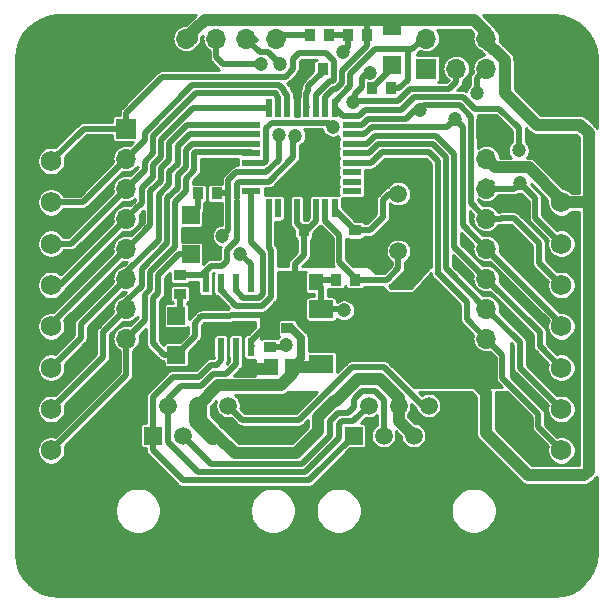
<source format=gtl>
G04 #@! TF.GenerationSoftware,KiCad,Pcbnew,5.1.4*
G04 #@! TF.CreationDate,2020-01-09T00:48:12+01:00*
G04 #@! TF.ProjectId,sejf,73656a66-2e6b-4696-9361-645f70636258,rev?*
G04 #@! TF.SameCoordinates,Original*
G04 #@! TF.FileFunction,Copper,L1,Top*
G04 #@! TF.FilePolarity,Positive*
%FSLAX46Y46*%
G04 Gerber Fmt 4.6, Leading zero omitted, Abs format (unit mm)*
G04 Created by KiCad (PCBNEW 5.1.4) date 2020-01-09 00:48:12*
%MOMM*%
%LPD*%
G04 APERTURE LIST*
%ADD10O,1.700000X1.700000*%
%ADD11R,1.700000X1.700000*%
%ADD12R,0.950000X1.000000*%
%ADD13C,1.750000*%
%ADD14R,1.000000X0.950000*%
%ADD15C,1.500000*%
%ADD16R,1.500000X1.500000*%
%ADD17R,1.150000X1.450000*%
%ADD18R,1.000000X0.900000*%
%ADD19R,2.000000X3.800000*%
%ADD20R,2.000000X1.500000*%
%ADD21C,0.800000*%
%ADD22C,6.400000*%
%ADD23R,0.900000X1.000000*%
%ADD24R,0.550000X1.600000*%
%ADD25R,1.600000X0.550000*%
%ADD26R,0.600000X1.550000*%
%ADD27C,1.200000*%
%ADD28C,0.500000*%
%ADD29C,1.000000*%
%ADD30C,0.700000*%
%ADD31C,1.500000*%
%ADD32C,0.254000*%
G04 APERTURE END LIST*
D10*
X130240000Y-70380000D03*
X130240000Y-72920000D03*
X127700000Y-70380000D03*
X127700000Y-72920000D03*
X125160000Y-70380000D03*
D11*
X125160000Y-72920000D03*
D12*
X115325000Y-70100000D03*
X116925000Y-70100000D03*
D13*
X136600000Y-105250000D03*
X136600000Y-101750000D03*
X136600000Y-98250000D03*
X136600000Y-94750000D03*
X136600000Y-91250000D03*
X136600000Y-87750000D03*
X136600000Y-84250000D03*
X136600000Y-80750000D03*
X93400000Y-105250000D03*
X93400000Y-101750000D03*
X93400000Y-98250000D03*
X93400000Y-94750000D03*
X93400000Y-91250000D03*
X93400000Y-87750000D03*
X93400000Y-84250000D03*
X93400000Y-80750000D03*
D11*
X99760000Y-70380000D03*
D10*
X102300000Y-70380000D03*
X104840000Y-70380000D03*
X107380000Y-70380000D03*
X109920000Y-70380000D03*
X112460000Y-70380000D03*
D12*
X113200000Y-86600000D03*
X114800000Y-86600000D03*
D14*
X111900000Y-94900000D03*
X111900000Y-96500000D03*
D15*
X127890000Y-101460000D03*
X126620000Y-104000000D03*
X125350000Y-101460000D03*
X124080000Y-104000000D03*
X122810000Y-101460000D03*
X121540000Y-104000000D03*
X120270000Y-101460000D03*
D16*
X119000000Y-104000000D03*
X102005000Y-104000000D03*
D15*
X103275000Y-101460000D03*
X104545000Y-104000000D03*
X105815000Y-101460000D03*
X107085000Y-104000000D03*
X108355000Y-101460000D03*
X109625000Y-104000000D03*
X110895000Y-101460000D03*
D17*
X112000000Y-98200000D03*
X113800000Y-98200000D03*
X114000000Y-91000000D03*
X115800000Y-91000000D03*
D18*
X113400000Y-93300000D03*
X113400000Y-94900000D03*
D19*
X122550000Y-95600000D03*
D20*
X116250000Y-95600000D03*
X116250000Y-97900000D03*
X116250000Y-93300000D03*
D10*
X130240000Y-95780000D03*
X130240000Y-93240000D03*
X130240000Y-90700000D03*
X130240000Y-88160000D03*
X130240000Y-85620000D03*
X130240000Y-83080000D03*
X130240000Y-80540000D03*
D11*
X130240000Y-78000000D03*
X99760000Y-78000000D03*
D10*
X99760000Y-80540000D03*
X99760000Y-83080000D03*
X99760000Y-85620000D03*
X99760000Y-88160000D03*
X99760000Y-90700000D03*
X99760000Y-93240000D03*
X99760000Y-95780000D03*
D21*
X137697056Y-112302944D03*
X136000000Y-111600000D03*
X134302944Y-112302944D03*
X133600000Y-114000000D03*
X134302944Y-115697056D03*
X136000000Y-116400000D03*
X137697056Y-115697056D03*
X138400000Y-114000000D03*
D22*
X136000000Y-114000000D03*
X136000000Y-72000000D03*
D21*
X138400000Y-72000000D03*
X137697056Y-73697056D03*
X136000000Y-74400000D03*
X134302944Y-73697056D03*
X133600000Y-72000000D03*
X134302944Y-70302944D03*
X136000000Y-69600000D03*
X137697056Y-70302944D03*
X95697056Y-112302944D03*
X94000000Y-111600000D03*
X92302944Y-112302944D03*
X91600000Y-114000000D03*
X92302944Y-115697056D03*
X94000000Y-116400000D03*
X95697056Y-115697056D03*
X96400000Y-114000000D03*
D22*
X94000000Y-114000000D03*
X94000000Y-72000000D03*
D21*
X96400000Y-72000000D03*
X95697056Y-73697056D03*
X94000000Y-74400000D03*
X92302944Y-73697056D03*
X91600000Y-72000000D03*
X92302944Y-70302944D03*
X94000000Y-69600000D03*
X95697056Y-70302944D03*
D15*
X122800000Y-88400000D03*
X122800000Y-83520000D03*
D12*
X114800000Y-73000000D03*
X116400000Y-73000000D03*
X117500000Y-90800000D03*
X119100000Y-90800000D03*
D14*
X119100000Y-86600000D03*
X119100000Y-88200000D03*
D23*
X118525000Y-70100000D03*
X120125000Y-70100000D03*
X105800000Y-83500000D03*
X107400000Y-83500000D03*
X122200000Y-74600000D03*
X120600000Y-74600000D03*
D18*
X104300000Y-92000000D03*
X104300000Y-90400000D03*
D24*
X111800000Y-84750000D03*
X112600000Y-84750000D03*
X113400000Y-84750000D03*
X114200000Y-84750000D03*
X115000000Y-84750000D03*
X115800000Y-84750000D03*
X116600000Y-84750000D03*
X117400000Y-84750000D03*
D25*
X118850000Y-83300000D03*
X118850000Y-82500000D03*
X118850000Y-81700000D03*
X118850000Y-80900000D03*
X118850000Y-80100000D03*
X118850000Y-79300000D03*
X118850000Y-78500000D03*
X118850000Y-77700000D03*
D24*
X117400000Y-76250000D03*
X116600000Y-76250000D03*
X115800000Y-76250000D03*
X115000000Y-76250000D03*
X114200000Y-76250000D03*
X113400000Y-76250000D03*
X112600000Y-76250000D03*
X111800000Y-76250000D03*
D25*
X110350000Y-77700000D03*
X110350000Y-78500000D03*
X110350000Y-79300000D03*
X110350000Y-80100000D03*
X110350000Y-80900000D03*
X110350000Y-81700000D03*
X110350000Y-82500000D03*
X110350000Y-83300000D03*
D26*
X110305000Y-91100000D03*
X109035000Y-91100000D03*
X107765000Y-91100000D03*
X106495000Y-91100000D03*
X106495000Y-96500000D03*
X107765000Y-96500000D03*
X109035000Y-96500000D03*
X110305000Y-96500000D03*
D16*
X122275000Y-72625000D03*
X122275000Y-69325000D03*
X104000000Y-93850000D03*
X104000000Y-97150000D03*
X105200000Y-88650000D03*
X105200000Y-85350000D03*
D27*
X114350000Y-82850000D03*
X110600000Y-98399990D03*
X121000000Y-82000000D03*
X116200000Y-88200000D03*
X132600000Y-102600000D03*
X122800000Y-86000000D03*
X118200000Y-93400000D03*
X120600000Y-88200000D03*
X114115623Y-74312582D03*
X113300000Y-96300000D03*
X106699998Y-94950010D03*
X105652578Y-92798210D03*
X106800000Y-81400000D03*
X105575000Y-87000000D03*
X117249988Y-77850003D03*
X118924936Y-75724936D03*
X118139869Y-71514869D03*
X120353458Y-73285487D03*
X114049392Y-78601482D03*
X112794275Y-72549967D03*
X112650001Y-78550001D03*
X111200000Y-72549959D03*
X107900000Y-87100000D03*
X109419471Y-88619471D03*
X132998320Y-79859827D03*
X133100000Y-82600000D03*
X127600000Y-77200000D03*
X129459998Y-75031090D03*
X124600000Y-76400000D03*
D28*
X115000000Y-76250000D02*
X115050001Y-76199999D01*
X116400000Y-73185002D02*
X116400000Y-73000000D01*
X115165624Y-74816583D02*
X115165624Y-74419378D01*
X115165624Y-74419378D02*
X116400000Y-73185002D01*
X115000000Y-74982207D02*
X115165624Y-74816583D01*
X115000000Y-76250000D02*
X115000000Y-74982207D01*
D29*
X127890000Y-102730000D02*
X126620000Y-104000000D01*
X127890000Y-101460000D02*
X127890000Y-102730000D01*
D28*
X113750000Y-82850000D02*
X114350000Y-82850000D01*
X113400000Y-84750000D02*
X113400000Y-83200000D01*
X113400000Y-83200000D02*
X113750000Y-82850000D01*
X114700000Y-82850000D02*
X114350000Y-82850000D01*
X115000000Y-84750000D02*
X115000000Y-83150000D01*
X115000000Y-83150000D02*
X114700000Y-82850000D01*
X113400000Y-86400000D02*
X113200000Y-86600000D01*
X113400000Y-84750000D02*
X113400000Y-86400000D01*
D29*
X112000000Y-98200000D02*
X111800000Y-98200000D01*
X111800000Y-98200000D02*
X111600010Y-98399990D01*
X111600010Y-98399990D02*
X110600000Y-98399990D01*
D28*
X127640000Y-70160000D02*
X127640000Y-70240000D01*
X116000000Y-90800000D02*
X115800000Y-91000000D01*
X117500000Y-90800000D02*
X116000000Y-90800000D01*
X116250000Y-91450000D02*
X115800000Y-91000000D01*
X116250000Y-93300000D02*
X116250000Y-91450000D01*
X116250000Y-93300000D02*
X118100000Y-93300000D01*
X118100000Y-93300000D02*
X118200000Y-93400000D01*
X119100000Y-88200000D02*
X120600000Y-88200000D01*
X114800000Y-73000000D02*
X114400000Y-73400000D01*
X114252598Y-74210099D02*
X114150115Y-74312582D01*
X114400000Y-73400000D02*
X114400000Y-74028205D01*
X114150115Y-74312582D02*
X114115623Y-74312582D01*
X114200000Y-76250000D02*
X114200000Y-74396959D01*
X114400000Y-74028205D02*
X114115623Y-74312582D01*
X114200000Y-74396959D02*
X114115623Y-74312582D01*
X111900000Y-96500000D02*
X113100000Y-96500000D01*
X113100000Y-96500000D02*
X113300000Y-96300000D01*
X106495000Y-95155008D02*
X106699998Y-94950010D01*
X106495000Y-96500000D02*
X106495000Y-95155008D01*
X111600001Y-77995135D02*
X112095135Y-77500001D01*
X111435002Y-80900000D02*
X111600001Y-80735001D01*
X116899986Y-77500001D02*
X117249988Y-77850003D01*
X112095135Y-77500001D02*
X116899986Y-77500001D01*
X111600001Y-80735001D02*
X111600001Y-77995135D01*
X110350000Y-80900000D02*
X111435002Y-80900000D01*
X123806044Y-74649987D02*
X127104017Y-74649987D01*
X120300000Y-75700000D02*
X122756031Y-75700000D01*
X122756031Y-75700000D02*
X123806044Y-74649987D01*
X127700000Y-74054004D02*
X127104017Y-74649987D01*
X127700000Y-72920000D02*
X127700000Y-74054004D01*
X120300000Y-75700000D02*
X118949872Y-75700000D01*
X118949872Y-75700000D02*
X118924936Y-75724936D01*
X119100000Y-75700000D02*
X119100000Y-75054897D01*
X119100000Y-75054897D02*
X119699999Y-74454898D01*
X119699999Y-74454898D02*
X119699999Y-73743970D01*
X119699999Y-73743970D02*
X120158482Y-73285487D01*
X120158482Y-73285487D02*
X120353458Y-73285487D01*
X120300000Y-75700000D02*
X119100000Y-75700000D01*
X118139869Y-71464869D02*
X118139869Y-71514869D01*
X118525000Y-71129738D02*
X118139869Y-71514869D01*
X118525000Y-70100000D02*
X118525000Y-71129738D01*
X116925000Y-70100000D02*
X118525000Y-70100000D01*
X113020000Y-70500000D02*
X112900000Y-70380000D01*
X112580000Y-70500000D02*
X112460000Y-70380000D01*
X112740000Y-70100000D02*
X112460000Y-70380000D01*
X115325000Y-70100000D02*
X112740000Y-70100000D01*
X116600000Y-85835002D02*
X117800000Y-87035002D01*
X116600000Y-84750000D02*
X116600000Y-85835002D01*
X119100000Y-90614998D02*
X119100000Y-90800000D01*
X117800000Y-89314998D02*
X119100000Y-90614998D01*
X117800000Y-87035002D02*
X117800000Y-89314998D01*
X119100000Y-90800000D02*
X119600000Y-90800000D01*
X122800000Y-88700000D02*
X122800000Y-89500000D01*
X119100000Y-90800000D02*
X121800000Y-90800000D01*
X122800000Y-89800000D02*
X122800000Y-89500000D01*
X121800000Y-90800000D02*
X122800000Y-89800000D01*
X119100000Y-86600000D02*
X120400000Y-86600000D01*
X120400000Y-86600000D02*
X121500000Y-85500000D01*
X121500000Y-85500000D02*
X121500000Y-84020000D01*
X117400000Y-84900000D02*
X117400000Y-84750000D01*
X119100000Y-86600000D02*
X117400000Y-84900000D01*
X122000000Y-83520000D02*
X121500000Y-84020000D01*
X122800000Y-83520000D02*
X122000000Y-83520000D01*
X124860000Y-101460000D02*
X125350000Y-101460000D01*
X121600000Y-98200000D02*
X124860000Y-101460000D01*
X118850011Y-98200000D02*
X121600000Y-98200000D01*
X114390010Y-102660001D02*
X118850011Y-98200000D01*
X108350000Y-101460000D02*
X109550001Y-102660001D01*
X109550001Y-102660001D02*
X114390010Y-102660001D01*
X106940012Y-106400012D02*
X104540000Y-104000000D01*
X117000000Y-104000000D02*
X114599988Y-106400012D01*
X117700012Y-102099988D02*
X117000000Y-102800000D01*
X118500012Y-102099988D02*
X117700012Y-102099988D01*
X119000000Y-101600000D02*
X118500012Y-102099988D01*
X119000000Y-100953998D02*
X119000000Y-101600000D01*
X121540000Y-100953998D02*
X120786002Y-100200000D01*
X117000000Y-102800000D02*
X117000000Y-104000000D01*
X120786002Y-100200000D02*
X119743518Y-100200000D01*
X119743518Y-100200000D02*
X119200000Y-100743518D01*
X119200000Y-100743518D02*
X119200000Y-100753998D01*
X121540000Y-104000000D02*
X121540000Y-100953998D01*
X114599988Y-106400012D02*
X106940012Y-106400012D01*
X119200000Y-100753998D02*
X119000000Y-100953998D01*
X111814932Y-82500000D02*
X113900000Y-80414932D01*
X113900000Y-78750874D02*
X114049392Y-78601482D01*
X113900000Y-80414932D02*
X113900000Y-78750874D01*
X110350000Y-82500000D02*
X111814932Y-82500000D01*
X110350000Y-82500000D02*
X109264998Y-82500000D01*
X109099999Y-82664999D02*
X109099999Y-83910035D01*
X109264998Y-82500000D02*
X109099999Y-82664999D01*
X109099998Y-84100002D02*
X109099998Y-87454004D01*
X106495000Y-90059002D02*
X106495000Y-91100000D01*
X106154002Y-90400000D02*
X106495000Y-90059002D01*
X104300000Y-90400000D02*
X106154002Y-90400000D01*
X108300000Y-88254002D02*
X108300000Y-89200000D01*
X109099998Y-87454004D02*
X108300000Y-88254002D01*
X107900000Y-89600000D02*
X106954002Y-89600000D01*
X108300000Y-89200000D02*
X107900000Y-89600000D01*
X106954002Y-89600000D02*
X106495000Y-90059002D01*
X110744308Y-70500000D02*
X110360000Y-70500000D01*
X110624308Y-70380000D02*
X110360000Y-70380000D01*
X111039958Y-71499958D02*
X109920000Y-70380000D01*
X111744266Y-71499958D02*
X111039958Y-71499958D01*
X112794275Y-72549967D02*
X111744266Y-71499958D01*
X112650001Y-80674964D02*
X112650001Y-78550001D01*
X110350000Y-81700000D02*
X111624965Y-81700000D01*
X111624965Y-81700000D02*
X112650001Y-80674964D01*
X110350000Y-81700000D02*
X109075033Y-81700000D01*
X108399988Y-86600012D02*
X107900000Y-87100000D01*
X109075033Y-81700000D02*
X108399988Y-82375045D01*
X107400000Y-83500000D02*
X108399988Y-83500000D01*
X108399988Y-82375045D02*
X108399988Y-83500000D01*
X108399988Y-83500000D02*
X108399988Y-86600012D01*
X110305000Y-89505000D02*
X109419471Y-88619471D01*
X110305000Y-91100000D02*
X110305000Y-89505000D01*
X111200000Y-72549959D02*
X107949959Y-72549959D01*
X107380000Y-71980000D02*
X107380000Y-70380000D01*
X107949959Y-72549959D02*
X107380000Y-71980000D01*
X114200000Y-86000000D02*
X114800000Y-86600000D01*
X114200000Y-84750000D02*
X114200000Y-86000000D01*
X115035002Y-86600000D02*
X114800000Y-86600000D01*
X115800000Y-85835002D02*
X115035002Y-86600000D01*
X115800000Y-84750000D02*
X115800000Y-85835002D01*
X114800000Y-86600000D02*
X114800000Y-86800000D01*
X110405000Y-96400000D02*
X110305000Y-96500000D01*
X114800000Y-86600000D02*
X114800000Y-88700000D01*
X114000000Y-89500000D02*
X114000000Y-91000000D01*
X114800000Y-88700000D02*
X114000000Y-89500000D01*
D29*
X125429999Y-68829999D02*
X125400000Y-68800000D01*
X129229999Y-68829999D02*
X125429999Y-68829999D01*
X125400000Y-68800000D02*
X121950000Y-68800000D01*
X130240000Y-70380000D02*
X130240000Y-69840000D01*
X130240000Y-69840000D02*
X129229999Y-68829999D01*
X105280000Y-70380000D02*
X105280000Y-70120000D01*
X130240000Y-70740000D02*
X130240000Y-70380000D01*
X130869999Y-71369999D02*
X130240000Y-70740000D01*
X131790001Y-72290001D02*
X131790001Y-72175999D01*
X138900000Y-78400000D02*
X138200000Y-77700000D01*
X138900000Y-83200000D02*
X138900000Y-78400000D01*
X131790001Y-72175999D02*
X130984001Y-71369999D01*
X138200000Y-77700000D02*
X134500000Y-77700000D01*
X134500000Y-77700000D02*
X131800000Y-75000000D01*
X130984001Y-71369999D02*
X130869999Y-71369999D01*
X131800000Y-75000000D02*
X131800000Y-72300000D01*
X131800000Y-72300000D02*
X131790001Y-72290001D01*
D28*
X102049966Y-92313966D02*
X102460023Y-91903909D01*
X104000000Y-97150000D02*
X102950000Y-97150000D01*
X102000000Y-96200000D02*
X102000000Y-92363930D01*
X102000000Y-92363930D02*
X102049966Y-92313966D01*
X102950000Y-97150000D02*
X102000000Y-96200000D01*
X102460023Y-91903909D02*
X102460023Y-90439977D01*
X104250000Y-88650000D02*
X105200000Y-88650000D01*
X102460023Y-90439977D02*
X104250000Y-88650000D01*
D29*
X125400000Y-95600000D02*
X122550000Y-95600000D01*
X138900000Y-107000000D02*
X138549999Y-107350001D01*
X138549999Y-107350001D02*
X133750001Y-107350001D01*
X130200000Y-100400000D02*
X125400000Y-95600000D01*
X133750001Y-107350001D02*
X130200000Y-103800000D01*
X130200000Y-103800000D02*
X130200000Y-100400000D01*
X136600000Y-84075996D02*
X136600000Y-84250000D01*
X133824002Y-81299998D02*
X136600000Y-84075996D01*
X130999998Y-81299998D02*
X133824002Y-81299998D01*
X130240000Y-80540000D02*
X130999998Y-81299998D01*
X138850000Y-84250000D02*
X138900000Y-84200000D01*
X136600000Y-84250000D02*
X138850000Y-84250000D01*
X138900000Y-83200000D02*
X138900000Y-84200000D01*
X138900000Y-84200000D02*
X138900000Y-107000000D01*
D28*
X116250000Y-95600000D02*
X115700000Y-95600000D01*
X116000000Y-95600000D02*
X116250000Y-95600000D01*
X114200000Y-91200000D02*
X114000000Y-91000000D01*
X111900000Y-93900000D02*
X111900000Y-94900000D01*
X111800000Y-93800000D02*
X111900000Y-93900000D01*
X110305000Y-96025000D02*
X110305000Y-96500000D01*
X111430000Y-94900000D02*
X110305000Y-96025000D01*
X111900000Y-94900000D02*
X111430000Y-94900000D01*
D30*
X115809998Y-95600000D02*
X114500000Y-94290002D01*
X116250000Y-95600000D02*
X115809998Y-95600000D01*
X114500000Y-94059998D02*
X113740002Y-93300000D01*
X113740002Y-93300000D02*
X113400000Y-93300000D01*
X114500000Y-94290002D02*
X114500000Y-94059998D01*
X113400000Y-91600000D02*
X114000000Y-91000000D01*
X113400000Y-93300000D02*
X113400000Y-91600000D01*
X111800000Y-93700000D02*
X111800000Y-93800000D01*
X112200000Y-93300000D02*
X111800000Y-93700000D01*
X113400000Y-93300000D02*
X112200000Y-93300000D01*
D28*
X105549998Y-95600002D02*
X104000000Y-97150000D01*
X105549998Y-94450002D02*
X105549998Y-95600002D01*
X106100000Y-93900000D02*
X105549998Y-94450002D01*
X108500000Y-93900000D02*
X106100000Y-93900000D01*
X111800000Y-93800000D02*
X108600000Y-93800000D01*
X108600000Y-93800000D02*
X108500000Y-93900000D01*
D29*
X106419990Y-68800010D02*
X105689999Y-69530001D01*
X105689999Y-69530001D02*
X104840000Y-70380000D01*
D28*
X116600000Y-76250000D02*
X116600000Y-75327558D01*
X116600000Y-75327558D02*
X117277546Y-74650012D01*
X117277546Y-74650012D02*
X117524955Y-74650012D01*
X121814677Y-69325000D02*
X122275000Y-69325000D01*
X118025012Y-74149955D02*
X118025012Y-73114665D01*
X117524955Y-74650012D02*
X118025012Y-74149955D01*
X121750010Y-68800010D02*
X122275000Y-69325000D01*
X121250010Y-68800010D02*
X121750010Y-68800010D01*
D29*
X121949990Y-68800010D02*
X121950000Y-68800000D01*
X121250010Y-68800010D02*
X121949990Y-68800010D01*
D28*
X120125000Y-71028725D02*
X120125000Y-70100000D01*
X118039060Y-73114665D02*
X120125000Y-71028725D01*
X118025012Y-73114665D02*
X118039060Y-73114665D01*
X120125000Y-70100000D02*
X120125000Y-69100000D01*
X120125000Y-69100000D02*
X119825010Y-68800010D01*
D29*
X121250010Y-68800010D02*
X119775010Y-68800010D01*
D28*
X119825010Y-68800010D02*
X119775010Y-68800010D01*
D29*
X119775010Y-68800010D02*
X106419990Y-68800010D01*
D28*
X124839007Y-70420993D02*
X125100000Y-70160000D01*
X123960000Y-71300000D02*
X124700000Y-70560000D01*
X122800000Y-71300000D02*
X123960000Y-71300000D01*
X130240000Y-82464002D02*
X130240000Y-83080000D01*
X119999990Y-76400010D02*
X123045986Y-76400010D01*
X129260087Y-76316118D02*
X131316118Y-76316118D01*
X132998320Y-77998320D02*
X132998320Y-79859827D01*
X128293965Y-75349996D02*
X129260087Y-76316118D01*
X119449987Y-76950013D02*
X119999990Y-76400010D01*
X118100013Y-76950013D02*
X119449987Y-76950013D01*
X117400000Y-76250000D02*
X118100013Y-76950013D01*
X131316118Y-76316118D02*
X132998320Y-77998320D01*
X123045986Y-76400010D02*
X124096000Y-75349996D01*
X124096000Y-75349996D02*
X128293965Y-75349996D01*
X130240000Y-83080000D02*
X130720000Y-82600000D01*
X132620000Y-83080000D02*
X133100000Y-82600000D01*
X130240000Y-83080000D02*
X132620000Y-83080000D01*
X133100000Y-82600000D02*
X134400000Y-83900000D01*
X134400000Y-85550000D02*
X136600000Y-87750000D01*
X134400000Y-83900000D02*
X134400000Y-85550000D01*
X123600000Y-73866069D02*
X122866069Y-74600000D01*
X123600000Y-71450000D02*
X123600000Y-73866069D01*
X122866069Y-74600000D02*
X122200000Y-74600000D01*
X122800000Y-71300000D02*
X123450000Y-71300000D01*
X123450000Y-71300000D02*
X123600000Y-71450000D01*
X120843688Y-71300000D02*
X118725023Y-73418665D01*
X118725023Y-73418665D02*
X118725023Y-74439909D01*
X118725023Y-74439909D02*
X117400000Y-75764932D01*
X122800000Y-71300000D02*
X120843688Y-71300000D01*
X117400000Y-75764932D02*
X117400000Y-76250000D01*
X109644999Y-92325001D02*
X110965001Y-92325001D01*
X109035000Y-91100000D02*
X109035000Y-91715002D01*
X110965001Y-92325001D02*
X111299989Y-91990012D01*
X111299989Y-88599989D02*
X110350000Y-87650000D01*
X110350000Y-87650000D02*
X110350000Y-83300000D01*
X111299989Y-91990012D02*
X111299989Y-88599989D01*
X109035000Y-91715002D02*
X109644999Y-92325001D01*
X111800000Y-88100000D02*
X111800000Y-84750000D01*
X107765000Y-91715002D02*
X109075009Y-93025011D01*
X107765000Y-91100000D02*
X107765000Y-91715002D01*
X112000000Y-88300000D02*
X111800000Y-88100000D01*
X109075009Y-93025011D02*
X111274988Y-93025012D01*
X111274988Y-93025012D02*
X112000000Y-92300000D01*
X112000000Y-92300000D02*
X112000000Y-88300000D01*
X101099959Y-84300041D02*
X100800000Y-84600000D01*
X101099959Y-83040182D02*
X101099959Y-84300041D01*
X105390140Y-76250000D02*
X102700018Y-78940122D01*
X100780000Y-84600000D02*
X99760000Y-85620000D01*
X111800000Y-76250000D02*
X105390140Y-76250000D01*
X102700018Y-78940122D02*
X102700018Y-80386118D01*
X102700018Y-80386118D02*
X102000011Y-81086125D01*
X102000011Y-81086125D02*
X102000011Y-82140133D01*
X100800000Y-84600000D02*
X100780000Y-84600000D01*
X102000011Y-82140133D02*
X101099959Y-83040182D01*
X94130000Y-91250000D02*
X93400000Y-91250000D01*
X99760000Y-85620000D02*
X94130000Y-91250000D01*
X104930105Y-77700000D02*
X110350000Y-77700000D01*
X103400029Y-79230076D02*
X104930105Y-77700000D01*
X103400029Y-80676072D02*
X103400029Y-79230076D01*
X102700022Y-81376079D02*
X103400029Y-80676072D01*
X99840000Y-88160000D02*
X101799967Y-86200033D01*
X101799969Y-83330137D02*
X102700022Y-82430086D01*
X101799967Y-86200033D02*
X101799967Y-83910045D01*
X101799967Y-83910045D02*
X101799969Y-83330137D01*
X102700022Y-82430086D02*
X102700022Y-81376079D01*
X93400000Y-94520000D02*
X93400000Y-94750000D01*
X99760000Y-88160000D02*
X93400000Y-94520000D01*
X101300000Y-81540000D02*
X99760000Y-83080000D01*
X112600000Y-75343969D02*
X112449987Y-75193956D01*
X112600000Y-76250000D02*
X112600000Y-75343969D01*
X112449987Y-75014987D02*
X112435001Y-75000000D01*
X102000007Y-80096164D02*
X101300000Y-80796171D01*
X105650176Y-75000000D02*
X102000007Y-78650168D01*
X101300000Y-80796171D02*
X101300000Y-81540000D01*
X112435001Y-75000000D02*
X105650176Y-75000000D01*
X112449987Y-75193956D02*
X112449987Y-75014987D01*
X102000007Y-78650168D02*
X102000007Y-80096164D01*
X95090000Y-87750000D02*
X93400000Y-87750000D01*
X99760000Y-83080000D02*
X95090000Y-87750000D01*
X105120070Y-78500000D02*
X110350000Y-78500000D01*
X104100040Y-79520030D02*
X105120070Y-78500000D01*
X104100040Y-80966026D02*
X104100040Y-79520030D01*
X102499978Y-87430128D02*
X102499978Y-83620092D01*
X102499978Y-83620092D02*
X103400033Y-82720039D01*
X99760000Y-90170104D02*
X102499978Y-87430128D01*
X103400033Y-82720039D02*
X103400033Y-81666033D01*
X103400033Y-81666033D02*
X104100040Y-80966026D01*
X95900000Y-95750000D02*
X93400000Y-98250000D01*
X99760000Y-90700000D02*
X95900000Y-94560000D01*
X95900000Y-94560000D02*
X95900000Y-95750000D01*
X105310035Y-79300000D02*
X104800051Y-79809984D01*
X103199988Y-83910050D02*
X103199988Y-87720081D01*
X103199988Y-87720081D02*
X101060001Y-89860069D01*
X104100042Y-81955989D02*
X104100042Y-83009995D01*
X101060001Y-91324001D02*
X99760000Y-92624002D01*
X104800051Y-81255980D02*
X104100042Y-81955989D01*
X110350000Y-79300000D02*
X105310035Y-79300000D01*
X104800051Y-79809984D02*
X104800051Y-81255980D01*
X104100042Y-83009995D02*
X103199989Y-83910046D01*
X103199989Y-83910046D02*
X103199988Y-83910050D01*
X101060001Y-89860069D02*
X101060001Y-91324001D01*
X99760000Y-93240000D02*
X97800000Y-95200000D01*
X97800000Y-97350000D02*
X93400000Y-101750000D01*
X97800000Y-95200000D02*
X97800000Y-97350000D01*
X101299989Y-94240011D02*
X99760000Y-95780000D01*
X101299989Y-92073977D02*
X101299989Y-94240011D01*
X101760012Y-91613955D02*
X101299989Y-92073977D01*
X103899999Y-88010035D02*
X101760012Y-90150023D01*
X101760012Y-90150023D02*
X101760012Y-91613955D01*
X104800053Y-82245943D02*
X104800053Y-83299949D01*
X105500062Y-81545934D02*
X104800053Y-82245943D01*
X104800053Y-83299949D02*
X103899999Y-84200003D01*
X105500062Y-80099938D02*
X105500062Y-81545934D01*
X105574999Y-80025001D02*
X105500062Y-80099938D01*
X110275001Y-80025001D02*
X105574999Y-80025001D01*
X103899999Y-84200003D02*
X103899999Y-88010035D01*
X110350000Y-80100000D02*
X110275001Y-80025001D01*
X99760000Y-98890000D02*
X93400000Y-105250000D01*
X99760000Y-95780000D02*
X99760000Y-98890000D01*
X118850000Y-78500000D02*
X119889962Y-78500000D01*
X129459998Y-73700002D02*
X129459998Y-75031090D01*
X126933923Y-77866077D02*
X127600000Y-77200000D01*
X130240000Y-72920000D02*
X129459998Y-73700002D01*
X120523885Y-77866077D02*
X126933923Y-77866077D01*
X119889962Y-78500000D02*
X120523885Y-77866077D01*
X128239988Y-77839988D02*
X127600000Y-77200000D01*
X128239988Y-86159988D02*
X128239988Y-77839988D01*
X130240000Y-88160000D02*
X128239988Y-86159988D01*
X136600000Y-94520000D02*
X136600000Y-94750000D01*
X130240000Y-88160000D02*
X136600000Y-94520000D01*
X124166067Y-76400000D02*
X124600000Y-76400000D01*
X120233933Y-77166067D02*
X123400000Y-77166067D01*
X123400000Y-77166067D02*
X124166067Y-76400000D01*
X118850000Y-77700000D02*
X119700000Y-77700000D01*
X119700000Y-77700000D02*
X120233933Y-77166067D01*
X128939999Y-84319999D02*
X130240000Y-85620000D01*
X128939999Y-76985995D02*
X128939999Y-84319999D01*
X124949991Y-76050009D02*
X128004013Y-76050009D01*
X124600000Y-76400000D02*
X124949991Y-76050009D01*
X128004013Y-76050009D02*
X128939999Y-76985995D01*
X131442081Y-85620000D02*
X131462081Y-85600000D01*
X130240000Y-85620000D02*
X131442081Y-85620000D01*
X131462081Y-85600000D02*
X132600000Y-85600000D01*
X132600000Y-85600000D02*
X134700000Y-87700000D01*
X134700000Y-89350000D02*
X136600000Y-91250000D01*
X134700000Y-87700000D02*
X134700000Y-89350000D01*
X125400000Y-80000000D02*
X121400000Y-80000000D01*
X126139955Y-80739955D02*
X125400000Y-80000000D01*
X121400000Y-80000000D02*
X120500000Y-80900000D01*
X120500000Y-80900000D02*
X118850000Y-80900000D01*
X131600000Y-97140000D02*
X130240000Y-95780000D01*
X131600000Y-99100000D02*
X131600000Y-97140000D01*
X134650000Y-102150000D02*
X131600000Y-99100000D01*
X136600000Y-105250000D02*
X134650000Y-103300000D01*
X134650000Y-103300000D02*
X134650000Y-102150000D01*
X126139955Y-90300000D02*
X126200000Y-90300000D01*
X126139955Y-90300000D02*
X126139955Y-80739955D01*
X128600000Y-92700000D02*
X128600000Y-94140000D01*
X126200000Y-90300000D02*
X128600000Y-92700000D01*
X130240000Y-95780000D02*
X128600000Y-94140000D01*
X130240000Y-90700000D02*
X130240000Y-90740000D01*
X127539977Y-80160047D02*
X127539977Y-87999977D01*
X127539977Y-87999977D02*
X130240000Y-90700000D01*
X125979908Y-78599978D02*
X127539977Y-80160047D01*
X120800022Y-78599978D02*
X125979908Y-78599978D01*
X120100000Y-79300000D02*
X120800022Y-78599978D01*
X118850000Y-79300000D02*
X120100000Y-79300000D01*
X134800000Y-96450000D02*
X136600000Y-98250000D01*
X130240000Y-90700000D02*
X134800000Y-95260000D01*
X134800000Y-95260000D02*
X134800000Y-96450000D01*
X126839966Y-80450001D02*
X126839966Y-89839966D01*
X121100011Y-79299989D02*
X125689954Y-79299989D01*
X125689954Y-79299989D02*
X126839966Y-80450001D01*
X126839966Y-89839966D02*
X130240000Y-93240000D01*
X120300000Y-80100000D02*
X121100011Y-79299989D01*
X118850000Y-80100000D02*
X120300000Y-80100000D01*
X133100000Y-98250000D02*
X136600000Y-101750000D01*
X130240000Y-93240000D02*
X133100000Y-96100000D01*
X133100000Y-96100000D02*
X133100000Y-98250000D01*
X96150000Y-78000000D02*
X93400000Y-80750000D01*
X99760000Y-78000000D02*
X96150000Y-78000000D01*
X117235001Y-73950001D02*
X117325001Y-73860001D01*
X115800000Y-76250000D02*
X115800000Y-75137593D01*
X116987592Y-73950001D02*
X117235001Y-73950001D01*
X102810023Y-73599977D02*
X99760000Y-76650000D01*
X99760000Y-76650000D02*
X99760000Y-78000000D01*
X113699989Y-73146007D02*
X113246019Y-73599977D01*
X113699989Y-73110046D02*
X113699989Y-73146007D01*
X113850001Y-72960034D02*
X113699989Y-73110046D01*
X113850001Y-72096002D02*
X113850001Y-72960034D01*
X116675000Y-71600000D02*
X114346003Y-71600000D01*
X117325001Y-72250001D02*
X116675000Y-71600000D01*
X113246019Y-73599977D02*
X102810023Y-73599977D01*
X115800000Y-75137593D02*
X116987592Y-73950001D01*
X114346003Y-71600000D02*
X113850001Y-72096002D01*
X117325001Y-73860001D02*
X117325001Y-72250001D01*
X112724967Y-74299989D02*
X105360222Y-74299989D01*
X113150005Y-74725056D02*
X112724967Y-74299989D01*
X101299996Y-79000004D02*
X99760000Y-80540000D01*
X101299996Y-78360214D02*
X101299996Y-79000004D01*
X113150000Y-74904005D02*
X113150005Y-74725056D01*
X105360222Y-74299989D02*
X101299996Y-78360214D01*
X113400000Y-76250000D02*
X113400000Y-75154005D01*
X113400000Y-75154005D02*
X113150000Y-74904005D01*
X96050000Y-84250000D02*
X93400000Y-84250000D01*
X99760000Y-80540000D02*
X96050000Y-84250000D01*
X120600000Y-74600000D02*
X120600000Y-74550000D01*
X122275000Y-72875000D02*
X122275000Y-72625000D01*
X120600000Y-74550000D02*
X122275000Y-72875000D01*
D31*
X105810000Y-102730000D02*
X107080000Y-104000000D01*
X105810000Y-101460000D02*
X105810000Y-102730000D01*
D29*
X122810000Y-102730000D02*
X124080000Y-104000000D01*
X122810000Y-101460000D02*
X122810000Y-102730000D01*
X114000000Y-98000000D02*
X113800000Y-98200000D01*
X115950000Y-98200000D02*
X116250000Y-97900000D01*
X113800000Y-98200000D02*
X115950000Y-98200000D01*
X113800000Y-98800000D02*
X113800000Y-98200000D01*
X112849989Y-99750011D02*
X113800000Y-98800000D01*
X105815000Y-101460000D02*
X107524989Y-99750011D01*
X107524989Y-99750011D02*
X112849989Y-99750011D01*
X122810000Y-100810000D02*
X122810000Y-101460000D01*
X117356484Y-101100000D02*
X117500000Y-101100000D01*
X121200000Y-99200000D02*
X122810000Y-100810000D01*
X119400000Y-99200000D02*
X121200000Y-99200000D01*
X117500000Y-101100000D02*
X119400000Y-99200000D01*
X107473998Y-104000000D02*
X108923999Y-105450001D01*
X107080000Y-104000000D02*
X107473998Y-104000000D01*
X116000000Y-103600000D02*
X116000000Y-102456484D01*
X108923999Y-105450001D02*
X114149999Y-105450001D01*
X114149999Y-105450001D02*
X116000000Y-103600000D01*
X116000000Y-102456484D02*
X117356484Y-101100000D01*
D28*
X114400000Y-97600000D02*
X113800000Y-98200000D01*
D30*
X113400000Y-94900000D02*
X113702004Y-94900000D01*
X114550002Y-97449998D02*
X113800000Y-98200000D01*
X114550002Y-95747998D02*
X114550002Y-97449998D01*
X113702004Y-94900000D02*
X114550002Y-95747998D01*
D28*
X105800000Y-84750000D02*
X105200000Y-85350000D01*
X105800000Y-83500000D02*
X105800000Y-84750000D01*
X104300000Y-93550000D02*
X104000000Y-93850000D01*
X104300000Y-92000000D02*
X104300000Y-93550000D01*
X115199967Y-107800033D02*
X119000000Y-104000000D01*
X104550033Y-107800033D02*
X115199967Y-107800033D01*
X102000000Y-100700000D02*
X102000000Y-105250000D01*
X107765000Y-97635000D02*
X107400000Y-98000000D01*
X102000000Y-105250000D02*
X104550033Y-107800033D01*
X107765000Y-96500000D02*
X107765000Y-97635000D01*
X105900000Y-99000000D02*
X103700000Y-99000000D01*
X106900000Y-98000000D02*
X105900000Y-99000000D01*
X107400000Y-98000000D02*
X106900000Y-98000000D01*
X103700000Y-99000000D02*
X102000000Y-100700000D01*
X103275000Y-100925000D02*
X103275000Y-101460000D01*
X109035000Y-97965000D02*
X108200000Y-98800000D01*
X104400000Y-99800000D02*
X103275000Y-100925000D01*
X109035000Y-96500000D02*
X109035000Y-97965000D01*
X108200000Y-98800000D02*
X107089964Y-98800000D01*
X107089964Y-98800000D02*
X106089964Y-99800000D01*
X106089964Y-99800000D02*
X104400000Y-99800000D01*
X103275000Y-104265000D02*
X103275000Y-101460000D01*
X103270000Y-104506002D02*
X103270000Y-104270000D01*
X105864020Y-107100022D02*
X103270000Y-104506002D01*
X118930000Y-102800000D02*
X118000000Y-102800000D01*
X120270000Y-101460000D02*
X118930000Y-102800000D01*
X117800000Y-104200000D02*
X114899978Y-107100022D01*
X118000000Y-102800000D02*
X117800000Y-103000000D01*
X103270000Y-104270000D02*
X103275000Y-104265000D01*
X117800000Y-103000000D02*
X117800000Y-104200000D01*
X114899978Y-107100022D02*
X105864020Y-107100022D01*
D32*
G36*
X105133952Y-68916495D02*
G01*
X105133947Y-68916499D01*
X104847446Y-69203000D01*
X104782188Y-69203000D01*
X104609268Y-69220031D01*
X104387403Y-69287333D01*
X104182930Y-69396626D01*
X104003709Y-69543709D01*
X103856626Y-69722930D01*
X103747333Y-69927403D01*
X103680031Y-70149268D01*
X103657306Y-70380000D01*
X103680031Y-70610732D01*
X103747333Y-70832597D01*
X103856626Y-71037070D01*
X104003709Y-71216291D01*
X104182930Y-71363374D01*
X104387403Y-71472667D01*
X104609268Y-71539969D01*
X104782188Y-71557000D01*
X104897812Y-71557000D01*
X105070732Y-71539969D01*
X105292597Y-71472667D01*
X105497070Y-71363374D01*
X105676291Y-71216291D01*
X105823374Y-71037070D01*
X105854953Y-70977990D01*
X105867606Y-70967606D01*
X105970952Y-70841679D01*
X106047745Y-70698010D01*
X106095034Y-70542120D01*
X106107000Y-70420624D01*
X106107000Y-70282554D01*
X106217818Y-70171736D01*
X106197306Y-70380000D01*
X106220031Y-70610732D01*
X106287333Y-70832597D01*
X106396626Y-71037070D01*
X106543709Y-71216291D01*
X106722930Y-71363374D01*
X106803000Y-71406172D01*
X106803000Y-71951669D01*
X106800210Y-71980000D01*
X106803000Y-72008331D01*
X106803000Y-72008335D01*
X106803546Y-72013878D01*
X106811349Y-72093111D01*
X106830796Y-72157217D01*
X106844343Y-72201875D01*
X106897921Y-72302114D01*
X106970026Y-72389974D01*
X106992038Y-72408039D01*
X107521920Y-72937921D01*
X107539985Y-72959933D01*
X107616803Y-73022977D01*
X102838354Y-73022977D01*
X102810023Y-73020187D01*
X102781692Y-73022977D01*
X102781687Y-73022977D01*
X102754909Y-73025614D01*
X102696911Y-73031326D01*
X102632805Y-73050773D01*
X102588147Y-73064320D01*
X102487908Y-73117898D01*
X102400049Y-73190003D01*
X102381986Y-73212013D01*
X99372038Y-76221961D01*
X99350026Y-76240026D01*
X99277921Y-76327886D01*
X99224343Y-76428125D01*
X99224008Y-76429230D01*
X99191349Y-76536889D01*
X99186319Y-76587963D01*
X99183144Y-76620210D01*
X99180210Y-76650000D01*
X99183000Y-76678331D01*
X99183000Y-76821418D01*
X98910000Y-76821418D01*
X98845897Y-76827732D01*
X98784257Y-76846430D01*
X98727450Y-76876794D01*
X98677657Y-76917657D01*
X98636794Y-76967450D01*
X98606430Y-77024257D01*
X98587732Y-77085897D01*
X98581418Y-77150000D01*
X98581418Y-77423000D01*
X96178328Y-77423000D01*
X96149999Y-77420210D01*
X96121670Y-77423000D01*
X96121664Y-77423000D01*
X96036888Y-77431350D01*
X95928124Y-77464343D01*
X95827885Y-77517921D01*
X95740026Y-77590026D01*
X95721961Y-77612038D01*
X93741599Y-79592400D01*
X93518387Y-79548000D01*
X93281613Y-79548000D01*
X93049390Y-79594192D01*
X92830639Y-79684801D01*
X92633770Y-79816346D01*
X92466346Y-79983770D01*
X92334801Y-80180639D01*
X92244192Y-80399390D01*
X92198000Y-80631613D01*
X92198000Y-80868387D01*
X92244192Y-81100610D01*
X92334801Y-81319361D01*
X92466346Y-81516230D01*
X92633770Y-81683654D01*
X92830639Y-81815199D01*
X93049390Y-81905808D01*
X93281613Y-81952000D01*
X93518387Y-81952000D01*
X93750610Y-81905808D01*
X93969361Y-81815199D01*
X94166230Y-81683654D01*
X94333654Y-81516230D01*
X94465199Y-81319361D01*
X94555808Y-81100610D01*
X94602000Y-80868387D01*
X94602000Y-80631613D01*
X94557600Y-80408401D01*
X96389001Y-78577000D01*
X98581418Y-78577000D01*
X98581418Y-78850000D01*
X98587732Y-78914103D01*
X98606430Y-78975743D01*
X98636794Y-79032550D01*
X98677657Y-79082343D01*
X98727450Y-79123206D01*
X98784257Y-79153570D01*
X98845897Y-79172268D01*
X98910000Y-79178582D01*
X100305416Y-79178582D01*
X100077613Y-79406386D01*
X99990732Y-79380031D01*
X99817812Y-79363000D01*
X99702188Y-79363000D01*
X99529268Y-79380031D01*
X99307403Y-79447333D01*
X99102930Y-79556626D01*
X98923709Y-79703709D01*
X98776626Y-79882930D01*
X98667333Y-80087403D01*
X98600031Y-80309268D01*
X98577306Y-80540000D01*
X98600031Y-80770732D01*
X98626386Y-80857613D01*
X95810999Y-83673000D01*
X94460095Y-83673000D01*
X94333654Y-83483770D01*
X94166230Y-83316346D01*
X93969361Y-83184801D01*
X93750610Y-83094192D01*
X93518387Y-83048000D01*
X93281613Y-83048000D01*
X93049390Y-83094192D01*
X92830639Y-83184801D01*
X92633770Y-83316346D01*
X92466346Y-83483770D01*
X92334801Y-83680639D01*
X92244192Y-83899390D01*
X92198000Y-84131613D01*
X92198000Y-84368387D01*
X92244192Y-84600610D01*
X92334801Y-84819361D01*
X92466346Y-85016230D01*
X92633770Y-85183654D01*
X92830639Y-85315199D01*
X93049390Y-85405808D01*
X93281613Y-85452000D01*
X93518387Y-85452000D01*
X93750610Y-85405808D01*
X93969361Y-85315199D01*
X94166230Y-85183654D01*
X94333654Y-85016230D01*
X94460095Y-84827000D01*
X96021669Y-84827000D01*
X96050000Y-84829790D01*
X96078331Y-84827000D01*
X96078336Y-84827000D01*
X96108045Y-84824074D01*
X96163111Y-84818651D01*
X96207770Y-84805103D01*
X96271876Y-84785657D01*
X96372115Y-84732079D01*
X96459974Y-84659974D01*
X96478039Y-84637962D01*
X99442387Y-81673614D01*
X99529268Y-81699969D01*
X99702188Y-81717000D01*
X99817812Y-81717000D01*
X99990732Y-81699969D01*
X100212597Y-81632667D01*
X100417070Y-81523374D01*
X100596291Y-81376291D01*
X100723000Y-81221896D01*
X100723000Y-81300999D01*
X100077613Y-81946386D01*
X99990732Y-81920031D01*
X99817812Y-81903000D01*
X99702188Y-81903000D01*
X99529268Y-81920031D01*
X99307403Y-81987333D01*
X99102930Y-82096626D01*
X98923709Y-82243709D01*
X98776626Y-82422930D01*
X98667333Y-82627403D01*
X98600031Y-82849268D01*
X98577306Y-83080000D01*
X98600031Y-83310732D01*
X98626386Y-83397613D01*
X94850999Y-87173000D01*
X94460095Y-87173000D01*
X94333654Y-86983770D01*
X94166230Y-86816346D01*
X93969361Y-86684801D01*
X93750610Y-86594192D01*
X93518387Y-86548000D01*
X93281613Y-86548000D01*
X93049390Y-86594192D01*
X92830639Y-86684801D01*
X92633770Y-86816346D01*
X92466346Y-86983770D01*
X92334801Y-87180639D01*
X92244192Y-87399390D01*
X92198000Y-87631613D01*
X92198000Y-87868387D01*
X92244192Y-88100610D01*
X92334801Y-88319361D01*
X92466346Y-88516230D01*
X92633770Y-88683654D01*
X92830639Y-88815199D01*
X93049390Y-88905808D01*
X93281613Y-88952000D01*
X93518387Y-88952000D01*
X93750610Y-88905808D01*
X93969361Y-88815199D01*
X94166230Y-88683654D01*
X94333654Y-88516230D01*
X94460095Y-88327000D01*
X95061669Y-88327000D01*
X95090000Y-88329790D01*
X95118331Y-88327000D01*
X95118336Y-88327000D01*
X95148045Y-88324074D01*
X95203111Y-88318651D01*
X95247770Y-88305103D01*
X95311876Y-88285657D01*
X95412115Y-88232079D01*
X95499974Y-88159974D01*
X95518039Y-88137962D01*
X99442387Y-84213614D01*
X99529268Y-84239969D01*
X99702188Y-84257000D01*
X99817812Y-84257000D01*
X99990732Y-84239969D01*
X100212597Y-84172667D01*
X100417070Y-84063374D01*
X100522960Y-83976472D01*
X100522960Y-84061039D01*
X100475486Y-84108513D01*
X100457885Y-84117921D01*
X100370026Y-84190026D01*
X100351963Y-84212036D01*
X100077613Y-84486386D01*
X99990732Y-84460031D01*
X99817812Y-84443000D01*
X99702188Y-84443000D01*
X99529268Y-84460031D01*
X99307403Y-84527333D01*
X99102930Y-84636626D01*
X98923709Y-84783709D01*
X98776626Y-84962930D01*
X98667333Y-85167403D01*
X98600031Y-85389268D01*
X98577306Y-85620000D01*
X98600031Y-85850732D01*
X98626386Y-85937613D01*
X94206942Y-90357058D01*
X94166230Y-90316346D01*
X93969361Y-90184801D01*
X93750610Y-90094192D01*
X93518387Y-90048000D01*
X93281613Y-90048000D01*
X93049390Y-90094192D01*
X92830639Y-90184801D01*
X92633770Y-90316346D01*
X92466346Y-90483770D01*
X92334801Y-90680639D01*
X92244192Y-90899390D01*
X92198000Y-91131613D01*
X92198000Y-91368387D01*
X92244192Y-91600610D01*
X92334801Y-91819361D01*
X92466346Y-92016230D01*
X92633770Y-92183654D01*
X92830639Y-92315199D01*
X93049390Y-92405808D01*
X93281613Y-92452000D01*
X93518387Y-92452000D01*
X93750610Y-92405808D01*
X93969361Y-92315199D01*
X94166230Y-92183654D01*
X94333654Y-92016230D01*
X94465199Y-91819361D01*
X94526710Y-91670860D01*
X94539974Y-91659974D01*
X94558039Y-91637962D01*
X99442387Y-86753614D01*
X99529268Y-86779969D01*
X99702188Y-86797000D01*
X99817812Y-86797000D01*
X99990732Y-86779969D01*
X100212597Y-86712667D01*
X100417070Y-86603374D01*
X100596291Y-86456291D01*
X100743374Y-86277070D01*
X100852667Y-86072597D01*
X100919969Y-85850732D01*
X100942694Y-85620000D01*
X100919969Y-85389268D01*
X100893614Y-85302387D01*
X101104514Y-85091487D01*
X101122115Y-85082079D01*
X101209974Y-85009974D01*
X101222968Y-84994142D01*
X101222967Y-85961032D01*
X100138993Y-87045006D01*
X99990732Y-87000031D01*
X99817812Y-86983000D01*
X99702188Y-86983000D01*
X99529268Y-87000031D01*
X99307403Y-87067333D01*
X99102930Y-87176626D01*
X98923709Y-87323709D01*
X98776626Y-87502930D01*
X98667333Y-87707403D01*
X98600031Y-87929268D01*
X98577306Y-88160000D01*
X98600031Y-88390732D01*
X98626386Y-88477612D01*
X93549759Y-93554240D01*
X93518387Y-93548000D01*
X93281613Y-93548000D01*
X93049390Y-93594192D01*
X92830639Y-93684801D01*
X92633770Y-93816346D01*
X92466346Y-93983770D01*
X92334801Y-94180639D01*
X92244192Y-94399390D01*
X92198000Y-94631613D01*
X92198000Y-94868387D01*
X92244192Y-95100610D01*
X92334801Y-95319361D01*
X92466346Y-95516230D01*
X92633770Y-95683654D01*
X92830639Y-95815199D01*
X93049390Y-95905808D01*
X93281613Y-95952000D01*
X93518387Y-95952000D01*
X93750610Y-95905808D01*
X93969361Y-95815199D01*
X94166230Y-95683654D01*
X94333654Y-95516230D01*
X94465199Y-95319361D01*
X94555808Y-95100610D01*
X94602000Y-94868387D01*
X94602000Y-94631613D01*
X94555808Y-94399390D01*
X94491607Y-94244394D01*
X99442388Y-89293614D01*
X99529268Y-89319969D01*
X99702188Y-89337000D01*
X99777103Y-89337000D01*
X99578967Y-89535136D01*
X99529268Y-89540031D01*
X99307403Y-89607333D01*
X99102930Y-89716626D01*
X98923709Y-89863709D01*
X98776626Y-90042930D01*
X98667333Y-90247403D01*
X98600031Y-90469268D01*
X98577306Y-90700000D01*
X98600031Y-90930732D01*
X98626386Y-91017613D01*
X95512038Y-94131961D01*
X95490026Y-94150026D01*
X95417921Y-94237886D01*
X95364343Y-94338125D01*
X95351557Y-94380274D01*
X95331349Y-94446889D01*
X95327101Y-94490026D01*
X95323388Y-94527732D01*
X95320210Y-94560000D01*
X95323000Y-94588332D01*
X95323001Y-95510998D01*
X93741599Y-97092400D01*
X93518387Y-97048000D01*
X93281613Y-97048000D01*
X93049390Y-97094192D01*
X92830639Y-97184801D01*
X92633770Y-97316346D01*
X92466346Y-97483770D01*
X92334801Y-97680639D01*
X92244192Y-97899390D01*
X92198000Y-98131613D01*
X92198000Y-98368387D01*
X92244192Y-98600610D01*
X92334801Y-98819361D01*
X92466346Y-99016230D01*
X92633770Y-99183654D01*
X92830639Y-99315199D01*
X93049390Y-99405808D01*
X93281613Y-99452000D01*
X93518387Y-99452000D01*
X93750610Y-99405808D01*
X93969361Y-99315199D01*
X94166230Y-99183654D01*
X94333654Y-99016230D01*
X94465199Y-98819361D01*
X94555808Y-98600610D01*
X94602000Y-98368387D01*
X94602000Y-98131613D01*
X94557600Y-97908401D01*
X96287962Y-96178039D01*
X96309974Y-96159974D01*
X96382079Y-96072115D01*
X96435657Y-95971876D01*
X96453854Y-95911888D01*
X96468651Y-95863112D01*
X96474558Y-95803125D01*
X96477000Y-95778336D01*
X96477000Y-95778331D01*
X96479790Y-95750000D01*
X96477000Y-95721669D01*
X96477000Y-94799001D01*
X99442387Y-91833614D01*
X99529268Y-91859969D01*
X99692004Y-91875997D01*
X99469987Y-92098014D01*
X99307403Y-92147333D01*
X99102930Y-92256626D01*
X98923709Y-92403709D01*
X98776626Y-92582930D01*
X98667333Y-92787403D01*
X98600031Y-93009268D01*
X98577306Y-93240000D01*
X98600031Y-93470732D01*
X98626386Y-93557613D01*
X97412038Y-94771961D01*
X97390026Y-94790026D01*
X97317921Y-94877886D01*
X97264343Y-94978125D01*
X97257077Y-95002078D01*
X97231349Y-95086889D01*
X97225646Y-95144801D01*
X97223144Y-95170210D01*
X97220210Y-95200000D01*
X97223000Y-95228331D01*
X97223001Y-97110998D01*
X93741599Y-100592400D01*
X93518387Y-100548000D01*
X93281613Y-100548000D01*
X93049390Y-100594192D01*
X92830639Y-100684801D01*
X92633770Y-100816346D01*
X92466346Y-100983770D01*
X92334801Y-101180639D01*
X92244192Y-101399390D01*
X92198000Y-101631613D01*
X92198000Y-101868387D01*
X92244192Y-102100610D01*
X92334801Y-102319361D01*
X92466346Y-102516230D01*
X92633770Y-102683654D01*
X92830639Y-102815199D01*
X93049390Y-102905808D01*
X93281613Y-102952000D01*
X93518387Y-102952000D01*
X93750610Y-102905808D01*
X93969361Y-102815199D01*
X94166230Y-102683654D01*
X94333654Y-102516230D01*
X94465199Y-102319361D01*
X94555808Y-102100610D01*
X94602000Y-101868387D01*
X94602000Y-101631613D01*
X94557600Y-101408401D01*
X98187962Y-97778039D01*
X98209974Y-97759974D01*
X98282079Y-97672115D01*
X98335657Y-97571876D01*
X98355233Y-97507343D01*
X98368651Y-97463112D01*
X98379791Y-97350000D01*
X98377000Y-97321661D01*
X98377000Y-95439001D01*
X99442387Y-94373614D01*
X99529268Y-94399969D01*
X99702188Y-94417000D01*
X99817812Y-94417000D01*
X99990732Y-94399969D01*
X100212597Y-94332667D01*
X100417070Y-94223374D01*
X100596291Y-94076291D01*
X100722990Y-93921908D01*
X100722990Y-94001009D01*
X100077613Y-94646386D01*
X99990732Y-94620031D01*
X99817812Y-94603000D01*
X99702188Y-94603000D01*
X99529268Y-94620031D01*
X99307403Y-94687333D01*
X99102930Y-94796626D01*
X98923709Y-94943709D01*
X98776626Y-95122930D01*
X98667333Y-95327403D01*
X98600031Y-95549268D01*
X98577306Y-95780000D01*
X98600031Y-96010732D01*
X98667333Y-96232597D01*
X98776626Y-96437070D01*
X98923709Y-96616291D01*
X99102930Y-96763374D01*
X99183000Y-96806172D01*
X99183001Y-98650997D01*
X93741599Y-104092400D01*
X93518387Y-104048000D01*
X93281613Y-104048000D01*
X93049390Y-104094192D01*
X92830639Y-104184801D01*
X92633770Y-104316346D01*
X92466346Y-104483770D01*
X92334801Y-104680639D01*
X92244192Y-104899390D01*
X92198000Y-105131613D01*
X92198000Y-105368387D01*
X92244192Y-105600610D01*
X92334801Y-105819361D01*
X92466346Y-106016230D01*
X92633770Y-106183654D01*
X92830639Y-106315199D01*
X93049390Y-106405808D01*
X93281613Y-106452000D01*
X93518387Y-106452000D01*
X93750610Y-106405808D01*
X93969361Y-106315199D01*
X94166230Y-106183654D01*
X94333654Y-106016230D01*
X94465199Y-105819361D01*
X94555808Y-105600610D01*
X94602000Y-105368387D01*
X94602000Y-105131613D01*
X94557600Y-104908401D01*
X100147967Y-99318035D01*
X100169974Y-99299974D01*
X100242079Y-99212115D01*
X100295657Y-99111876D01*
X100328650Y-99003112D01*
X100337000Y-98918336D01*
X100337000Y-98918330D01*
X100339790Y-98890001D01*
X100337000Y-98861672D01*
X100337000Y-96806172D01*
X100417070Y-96763374D01*
X100596291Y-96616291D01*
X100743374Y-96437070D01*
X100852667Y-96232597D01*
X100919969Y-96010732D01*
X100942694Y-95780000D01*
X100919969Y-95549268D01*
X100893614Y-95462387D01*
X101423000Y-94933001D01*
X101423000Y-96171669D01*
X101420210Y-96200000D01*
X101423000Y-96228331D01*
X101423000Y-96228335D01*
X101423068Y-96229024D01*
X101431349Y-96313111D01*
X101442540Y-96350000D01*
X101464343Y-96421875D01*
X101517921Y-96522114D01*
X101590026Y-96609974D01*
X101612038Y-96628039D01*
X102521961Y-97537962D01*
X102540026Y-97559974D01*
X102627885Y-97632079D01*
X102728124Y-97685657D01*
X102772782Y-97699204D01*
X102836888Y-97718651D01*
X102894886Y-97724363D01*
X102921418Y-97726976D01*
X102921418Y-97900000D01*
X102927732Y-97964103D01*
X102946430Y-98025743D01*
X102976794Y-98082550D01*
X103017657Y-98132343D01*
X103067450Y-98173206D01*
X103124257Y-98203570D01*
X103185897Y-98222268D01*
X103250000Y-98228582D01*
X104750000Y-98228582D01*
X104814103Y-98222268D01*
X104875743Y-98203570D01*
X104932550Y-98173206D01*
X104982343Y-98132343D01*
X105023206Y-98082550D01*
X105053570Y-98025743D01*
X105072268Y-97964103D01*
X105078582Y-97900000D01*
X105078582Y-96887419D01*
X105937965Y-96028037D01*
X105959972Y-96009976D01*
X105978920Y-95986889D01*
X105996470Y-95965504D01*
X106032077Y-95922117D01*
X106085655Y-95821878D01*
X106118648Y-95713114D01*
X106126998Y-95628338D01*
X106126998Y-95628332D01*
X106129788Y-95600003D01*
X106126998Y-95571674D01*
X106126998Y-94689003D01*
X106339001Y-94477000D01*
X108471669Y-94477000D01*
X108500000Y-94479790D01*
X108528331Y-94477000D01*
X108528336Y-94477000D01*
X108558045Y-94474074D01*
X108613111Y-94468651D01*
X108657770Y-94455103D01*
X108721876Y-94435657D01*
X108822115Y-94382079D01*
X108828304Y-94377000D01*
X110673000Y-94377000D01*
X110673000Y-94840998D01*
X110117581Y-95396418D01*
X110005000Y-95396418D01*
X109940897Y-95402732D01*
X109879257Y-95421430D01*
X109822450Y-95451794D01*
X109772657Y-95492657D01*
X109731794Y-95542450D01*
X109701430Y-95599257D01*
X109682732Y-95660897D01*
X109676418Y-95725000D01*
X109676418Y-97275000D01*
X109682732Y-97339103D01*
X109701430Y-97400743D01*
X109731794Y-97457550D01*
X109772657Y-97507343D01*
X109822450Y-97548206D01*
X109879257Y-97578570D01*
X109940897Y-97597268D01*
X110005000Y-97603582D01*
X110605000Y-97603582D01*
X110669103Y-97597268D01*
X110673000Y-97596086D01*
X110673000Y-98923011D01*
X108892990Y-98923011D01*
X109422962Y-98393039D01*
X109444974Y-98374974D01*
X109517079Y-98287115D01*
X109570657Y-98186876D01*
X109603650Y-98078112D01*
X109612000Y-97993336D01*
X109612000Y-97993330D01*
X109614790Y-97965001D01*
X109612000Y-97936672D01*
X109612000Y-97450452D01*
X109638570Y-97400743D01*
X109657268Y-97339103D01*
X109663582Y-97275000D01*
X109663582Y-95725000D01*
X109657268Y-95660897D01*
X109638570Y-95599257D01*
X109608206Y-95542450D01*
X109567343Y-95492657D01*
X109517550Y-95451794D01*
X109460743Y-95421430D01*
X109399103Y-95402732D01*
X109335000Y-95396418D01*
X108735000Y-95396418D01*
X108670897Y-95402732D01*
X108609257Y-95421430D01*
X108552450Y-95451794D01*
X108502657Y-95492657D01*
X108461794Y-95542450D01*
X108431430Y-95599257D01*
X108412732Y-95660897D01*
X108406418Y-95725000D01*
X108406418Y-97275000D01*
X108412732Y-97339103D01*
X108431430Y-97400743D01*
X108458001Y-97450453D01*
X108458001Y-97725998D01*
X108270268Y-97913731D01*
X108300657Y-97856876D01*
X108320936Y-97790026D01*
X108333651Y-97748112D01*
X108339802Y-97685656D01*
X108342000Y-97663336D01*
X108342000Y-97663331D01*
X108344790Y-97635000D01*
X108342000Y-97606669D01*
X108342000Y-97450452D01*
X108368570Y-97400743D01*
X108387268Y-97339103D01*
X108393582Y-97275000D01*
X108393582Y-95725000D01*
X108387268Y-95660897D01*
X108368570Y-95599257D01*
X108338206Y-95542450D01*
X108297343Y-95492657D01*
X108247550Y-95451794D01*
X108190743Y-95421430D01*
X108129103Y-95402732D01*
X108065000Y-95396418D01*
X107465000Y-95396418D01*
X107400897Y-95402732D01*
X107339257Y-95421430D01*
X107282450Y-95451794D01*
X107232657Y-95492657D01*
X107191794Y-95542450D01*
X107161430Y-95599257D01*
X107142732Y-95660897D01*
X107136418Y-95725000D01*
X107136418Y-97275000D01*
X107142732Y-97339103D01*
X107161430Y-97400743D01*
X107169033Y-97414967D01*
X107160999Y-97423000D01*
X106928339Y-97423000D01*
X106900000Y-97420209D01*
X106786888Y-97431349D01*
X106678123Y-97464343D01*
X106663585Y-97472114D01*
X106577885Y-97517921D01*
X106490026Y-97590026D01*
X106471963Y-97612036D01*
X105660999Y-98423000D01*
X103728328Y-98423000D01*
X103699999Y-98420210D01*
X103671670Y-98423000D01*
X103671664Y-98423000D01*
X103586888Y-98431350D01*
X103478124Y-98464343D01*
X103377885Y-98517921D01*
X103331980Y-98555595D01*
X103312035Y-98571963D01*
X103312033Y-98571965D01*
X103290026Y-98590026D01*
X103271965Y-98612033D01*
X101612038Y-100271961D01*
X101590026Y-100290026D01*
X101517921Y-100377886D01*
X101464343Y-100478125D01*
X101452321Y-100517756D01*
X101431349Y-100586889D01*
X101420210Y-100700000D01*
X101423000Y-100728331D01*
X101423000Y-102921418D01*
X101255000Y-102921418D01*
X101190897Y-102927732D01*
X101129257Y-102946430D01*
X101072450Y-102976794D01*
X101022657Y-103017657D01*
X100981794Y-103067450D01*
X100951430Y-103124257D01*
X100932732Y-103185897D01*
X100926418Y-103250000D01*
X100926418Y-104750000D01*
X100932732Y-104814103D01*
X100951430Y-104875743D01*
X100981794Y-104932550D01*
X101022657Y-104982343D01*
X101072450Y-105023206D01*
X101129257Y-105053570D01*
X101190897Y-105072268D01*
X101255000Y-105078582D01*
X101423001Y-105078582D01*
X101423001Y-105221659D01*
X101420210Y-105250000D01*
X101431349Y-105363111D01*
X101457708Y-105450000D01*
X101464344Y-105471876D01*
X101517922Y-105572115D01*
X101541308Y-105600610D01*
X101571963Y-105637964D01*
X101571966Y-105637967D01*
X101590027Y-105659974D01*
X101612033Y-105678035D01*
X104121998Y-108188000D01*
X104140059Y-108210007D01*
X104162066Y-108228068D01*
X104162068Y-108228070D01*
X104182013Y-108244438D01*
X104227918Y-108282112D01*
X104328157Y-108335690D01*
X104436921Y-108368683D01*
X104521697Y-108377033D01*
X104521703Y-108377033D01*
X104550032Y-108379823D01*
X104578361Y-108377033D01*
X115171636Y-108377033D01*
X115199967Y-108379823D01*
X115228298Y-108377033D01*
X115228303Y-108377033D01*
X115258012Y-108374107D01*
X115313078Y-108368684D01*
X115357737Y-108355136D01*
X115421843Y-108335690D01*
X115522082Y-108282112D01*
X115609941Y-108210007D01*
X115628006Y-108187995D01*
X118737420Y-105078582D01*
X119750000Y-105078582D01*
X119814103Y-105072268D01*
X119875743Y-105053570D01*
X119932550Y-105023206D01*
X119982343Y-104982343D01*
X120023206Y-104932550D01*
X120053570Y-104875743D01*
X120072268Y-104814103D01*
X120078582Y-104750000D01*
X120078582Y-103250000D01*
X120072268Y-103185897D01*
X120053570Y-103124257D01*
X120023206Y-103067450D01*
X119982343Y-103017657D01*
X119932550Y-102976794D01*
X119875743Y-102946430D01*
X119814103Y-102927732D01*
X119750000Y-102921418D01*
X119624583Y-102921418D01*
X120034705Y-102511296D01*
X120163925Y-102537000D01*
X120376075Y-102537000D01*
X120584149Y-102495611D01*
X120780151Y-102414425D01*
X120956547Y-102296560D01*
X120963001Y-102290106D01*
X120963000Y-103090242D01*
X120853453Y-103163440D01*
X120703440Y-103313453D01*
X120585575Y-103489849D01*
X120504389Y-103685851D01*
X120463000Y-103893925D01*
X120463000Y-104106075D01*
X120504389Y-104314149D01*
X120585575Y-104510151D01*
X120703440Y-104686547D01*
X120853453Y-104836560D01*
X121029849Y-104954425D01*
X121225851Y-105035611D01*
X121433925Y-105077000D01*
X121646075Y-105077000D01*
X121854149Y-105035611D01*
X122050151Y-104954425D01*
X122226547Y-104836560D01*
X122376560Y-104686547D01*
X122494425Y-104510151D01*
X122575611Y-104314149D01*
X122617000Y-104106075D01*
X122617000Y-103893925D01*
X122575611Y-103685851D01*
X122560983Y-103650537D01*
X123003000Y-104092554D01*
X123003000Y-104106075D01*
X123044389Y-104314149D01*
X123125575Y-104510151D01*
X123243440Y-104686547D01*
X123393453Y-104836560D01*
X123569849Y-104954425D01*
X123765851Y-105035611D01*
X123973925Y-105077000D01*
X124186075Y-105077000D01*
X124394149Y-105035611D01*
X124590151Y-104954425D01*
X124766547Y-104836560D01*
X124916560Y-104686547D01*
X125034425Y-104510151D01*
X125115611Y-104314149D01*
X125157000Y-104106075D01*
X125157000Y-103893925D01*
X125115611Y-103685851D01*
X125034425Y-103489849D01*
X124916560Y-103313453D01*
X124766547Y-103163440D01*
X124590151Y-103045575D01*
X124394149Y-102964389D01*
X124186075Y-102923000D01*
X124172554Y-102923000D01*
X123637000Y-102387447D01*
X123637000Y-102156107D01*
X123646560Y-102146547D01*
X123764425Y-101970151D01*
X123845611Y-101774149D01*
X123887000Y-101566075D01*
X123887000Y-101353925D01*
X123874355Y-101290357D01*
X124303524Y-101719526D01*
X124314389Y-101774149D01*
X124395575Y-101970151D01*
X124513440Y-102146547D01*
X124663453Y-102296560D01*
X124839849Y-102414425D01*
X125035851Y-102495611D01*
X125243925Y-102537000D01*
X125456075Y-102537000D01*
X125664149Y-102495611D01*
X125860151Y-102414425D01*
X126036547Y-102296560D01*
X126186560Y-102146547D01*
X126304425Y-101970151D01*
X126385611Y-101774149D01*
X126427000Y-101566075D01*
X126427000Y-101353925D01*
X126385611Y-101145851D01*
X126304425Y-100949849D01*
X126186560Y-100773453D01*
X126036547Y-100623440D01*
X125860151Y-100505575D01*
X125664149Y-100424389D01*
X125456075Y-100383000D01*
X125243925Y-100383000D01*
X125035851Y-100424389D01*
X124839849Y-100505575D01*
X124768950Y-100552948D01*
X124543002Y-100327000D01*
X128957446Y-100327000D01*
X129373001Y-100742555D01*
X129373000Y-103759386D01*
X129369000Y-103800000D01*
X129373000Y-103840614D01*
X129373000Y-103840623D01*
X129384966Y-103962119D01*
X129432255Y-104118009D01*
X129453037Y-104156889D01*
X129509048Y-104261679D01*
X129552110Y-104314149D01*
X129612394Y-104387606D01*
X129643952Y-104413505D01*
X133136505Y-107906060D01*
X133162395Y-107937607D01*
X133193942Y-107963497D01*
X133193949Y-107963504D01*
X133288321Y-108040953D01*
X133431990Y-108117746D01*
X133446502Y-108122148D01*
X133587881Y-108165035D01*
X133709377Y-108177001D01*
X133709387Y-108177001D01*
X133750001Y-108181001D01*
X133790615Y-108177001D01*
X138509385Y-108177001D01*
X138549999Y-108181001D01*
X138590613Y-108177001D01*
X138590623Y-108177001D01*
X138712119Y-108165035D01*
X138868009Y-108117746D01*
X139011678Y-108040953D01*
X139137605Y-107937607D01*
X139163504Y-107906049D01*
X139456048Y-107613505D01*
X139487606Y-107587606D01*
X139551300Y-107509995D01*
X139573001Y-107483553D01*
X139573001Y-113979107D01*
X139502944Y-114693604D01*
X139301510Y-115360784D01*
X138974322Y-115976134D01*
X138533845Y-116516214D01*
X137996853Y-116960452D01*
X137383799Y-117291929D01*
X136718040Y-117498016D01*
X136004801Y-117572981D01*
X135999381Y-117573000D01*
X94020883Y-117573000D01*
X93306396Y-117502944D01*
X92639216Y-117301510D01*
X92023866Y-116974322D01*
X91483786Y-116533845D01*
X91039548Y-115996853D01*
X90708071Y-115383799D01*
X90501984Y-114718040D01*
X90427019Y-114004801D01*
X90427000Y-113999381D01*
X90427000Y-110157745D01*
X98783000Y-110157745D01*
X98783000Y-110542255D01*
X98858014Y-110919377D01*
X99005160Y-111274619D01*
X99218783Y-111594328D01*
X99490672Y-111866217D01*
X99810381Y-112079840D01*
X100165623Y-112226986D01*
X100542745Y-112302000D01*
X100927255Y-112302000D01*
X101304377Y-112226986D01*
X101659619Y-112079840D01*
X101979328Y-111866217D01*
X102251217Y-111594328D01*
X102464840Y-111274619D01*
X102611986Y-110919377D01*
X102687000Y-110542255D01*
X102687000Y-110157745D01*
X110213000Y-110157745D01*
X110213000Y-110542255D01*
X110288014Y-110919377D01*
X110435160Y-111274619D01*
X110648783Y-111594328D01*
X110920672Y-111866217D01*
X111240381Y-112079840D01*
X111595623Y-112226986D01*
X111972745Y-112302000D01*
X112357255Y-112302000D01*
X112734377Y-112226986D01*
X113089619Y-112079840D01*
X113409328Y-111866217D01*
X113681217Y-111594328D01*
X113894840Y-111274619D01*
X114041986Y-110919377D01*
X114117000Y-110542255D01*
X114117000Y-110157745D01*
X115778000Y-110157745D01*
X115778000Y-110542255D01*
X115853014Y-110919377D01*
X116000160Y-111274619D01*
X116213783Y-111594328D01*
X116485672Y-111866217D01*
X116805381Y-112079840D01*
X117160623Y-112226986D01*
X117537745Y-112302000D01*
X117922255Y-112302000D01*
X118299377Y-112226986D01*
X118654619Y-112079840D01*
X118974328Y-111866217D01*
X119246217Y-111594328D01*
X119459840Y-111274619D01*
X119606986Y-110919377D01*
X119682000Y-110542255D01*
X119682000Y-110157745D01*
X127208000Y-110157745D01*
X127208000Y-110542255D01*
X127283014Y-110919377D01*
X127430160Y-111274619D01*
X127643783Y-111594328D01*
X127915672Y-111866217D01*
X128235381Y-112079840D01*
X128590623Y-112226986D01*
X128967745Y-112302000D01*
X129352255Y-112302000D01*
X129729377Y-112226986D01*
X130084619Y-112079840D01*
X130404328Y-111866217D01*
X130676217Y-111594328D01*
X130889840Y-111274619D01*
X131036986Y-110919377D01*
X131112000Y-110542255D01*
X131112000Y-110157745D01*
X131036986Y-109780623D01*
X130889840Y-109425381D01*
X130676217Y-109105672D01*
X130404328Y-108833783D01*
X130084619Y-108620160D01*
X129729377Y-108473014D01*
X129352255Y-108398000D01*
X128967745Y-108398000D01*
X128590623Y-108473014D01*
X128235381Y-108620160D01*
X127915672Y-108833783D01*
X127643783Y-109105672D01*
X127430160Y-109425381D01*
X127283014Y-109780623D01*
X127208000Y-110157745D01*
X119682000Y-110157745D01*
X119606986Y-109780623D01*
X119459840Y-109425381D01*
X119246217Y-109105672D01*
X118974328Y-108833783D01*
X118654619Y-108620160D01*
X118299377Y-108473014D01*
X117922255Y-108398000D01*
X117537745Y-108398000D01*
X117160623Y-108473014D01*
X116805381Y-108620160D01*
X116485672Y-108833783D01*
X116213783Y-109105672D01*
X116000160Y-109425381D01*
X115853014Y-109780623D01*
X115778000Y-110157745D01*
X114117000Y-110157745D01*
X114041986Y-109780623D01*
X113894840Y-109425381D01*
X113681217Y-109105672D01*
X113409328Y-108833783D01*
X113089619Y-108620160D01*
X112734377Y-108473014D01*
X112357255Y-108398000D01*
X111972745Y-108398000D01*
X111595623Y-108473014D01*
X111240381Y-108620160D01*
X110920672Y-108833783D01*
X110648783Y-109105672D01*
X110435160Y-109425381D01*
X110288014Y-109780623D01*
X110213000Y-110157745D01*
X102687000Y-110157745D01*
X102611986Y-109780623D01*
X102464840Y-109425381D01*
X102251217Y-109105672D01*
X101979328Y-108833783D01*
X101659619Y-108620160D01*
X101304377Y-108473014D01*
X100927255Y-108398000D01*
X100542745Y-108398000D01*
X100165623Y-108473014D01*
X99810381Y-108620160D01*
X99490672Y-108833783D01*
X99218783Y-109105672D01*
X99005160Y-109425381D01*
X98858014Y-109780623D01*
X98783000Y-110157745D01*
X90427000Y-110157745D01*
X90427000Y-72020883D01*
X90497055Y-71306398D01*
X90698489Y-70639218D01*
X91025680Y-70023862D01*
X91466157Y-69483784D01*
X92003147Y-69039548D01*
X92616202Y-68708070D01*
X93281959Y-68501984D01*
X93995199Y-68427019D01*
X94000619Y-68427000D01*
X105623446Y-68427000D01*
X105133952Y-68916495D01*
X105133952Y-68916495D01*
G37*
X105133952Y-68916495D02*
X105133947Y-68916499D01*
X104847446Y-69203000D01*
X104782188Y-69203000D01*
X104609268Y-69220031D01*
X104387403Y-69287333D01*
X104182930Y-69396626D01*
X104003709Y-69543709D01*
X103856626Y-69722930D01*
X103747333Y-69927403D01*
X103680031Y-70149268D01*
X103657306Y-70380000D01*
X103680031Y-70610732D01*
X103747333Y-70832597D01*
X103856626Y-71037070D01*
X104003709Y-71216291D01*
X104182930Y-71363374D01*
X104387403Y-71472667D01*
X104609268Y-71539969D01*
X104782188Y-71557000D01*
X104897812Y-71557000D01*
X105070732Y-71539969D01*
X105292597Y-71472667D01*
X105497070Y-71363374D01*
X105676291Y-71216291D01*
X105823374Y-71037070D01*
X105854953Y-70977990D01*
X105867606Y-70967606D01*
X105970952Y-70841679D01*
X106047745Y-70698010D01*
X106095034Y-70542120D01*
X106107000Y-70420624D01*
X106107000Y-70282554D01*
X106217818Y-70171736D01*
X106197306Y-70380000D01*
X106220031Y-70610732D01*
X106287333Y-70832597D01*
X106396626Y-71037070D01*
X106543709Y-71216291D01*
X106722930Y-71363374D01*
X106803000Y-71406172D01*
X106803000Y-71951669D01*
X106800210Y-71980000D01*
X106803000Y-72008331D01*
X106803000Y-72008335D01*
X106803546Y-72013878D01*
X106811349Y-72093111D01*
X106830796Y-72157217D01*
X106844343Y-72201875D01*
X106897921Y-72302114D01*
X106970026Y-72389974D01*
X106992038Y-72408039D01*
X107521920Y-72937921D01*
X107539985Y-72959933D01*
X107616803Y-73022977D01*
X102838354Y-73022977D01*
X102810023Y-73020187D01*
X102781692Y-73022977D01*
X102781687Y-73022977D01*
X102754909Y-73025614D01*
X102696911Y-73031326D01*
X102632805Y-73050773D01*
X102588147Y-73064320D01*
X102487908Y-73117898D01*
X102400049Y-73190003D01*
X102381986Y-73212013D01*
X99372038Y-76221961D01*
X99350026Y-76240026D01*
X99277921Y-76327886D01*
X99224343Y-76428125D01*
X99224008Y-76429230D01*
X99191349Y-76536889D01*
X99186319Y-76587963D01*
X99183144Y-76620210D01*
X99180210Y-76650000D01*
X99183000Y-76678331D01*
X99183000Y-76821418D01*
X98910000Y-76821418D01*
X98845897Y-76827732D01*
X98784257Y-76846430D01*
X98727450Y-76876794D01*
X98677657Y-76917657D01*
X98636794Y-76967450D01*
X98606430Y-77024257D01*
X98587732Y-77085897D01*
X98581418Y-77150000D01*
X98581418Y-77423000D01*
X96178328Y-77423000D01*
X96149999Y-77420210D01*
X96121670Y-77423000D01*
X96121664Y-77423000D01*
X96036888Y-77431350D01*
X95928124Y-77464343D01*
X95827885Y-77517921D01*
X95740026Y-77590026D01*
X95721961Y-77612038D01*
X93741599Y-79592400D01*
X93518387Y-79548000D01*
X93281613Y-79548000D01*
X93049390Y-79594192D01*
X92830639Y-79684801D01*
X92633770Y-79816346D01*
X92466346Y-79983770D01*
X92334801Y-80180639D01*
X92244192Y-80399390D01*
X92198000Y-80631613D01*
X92198000Y-80868387D01*
X92244192Y-81100610D01*
X92334801Y-81319361D01*
X92466346Y-81516230D01*
X92633770Y-81683654D01*
X92830639Y-81815199D01*
X93049390Y-81905808D01*
X93281613Y-81952000D01*
X93518387Y-81952000D01*
X93750610Y-81905808D01*
X93969361Y-81815199D01*
X94166230Y-81683654D01*
X94333654Y-81516230D01*
X94465199Y-81319361D01*
X94555808Y-81100610D01*
X94602000Y-80868387D01*
X94602000Y-80631613D01*
X94557600Y-80408401D01*
X96389001Y-78577000D01*
X98581418Y-78577000D01*
X98581418Y-78850000D01*
X98587732Y-78914103D01*
X98606430Y-78975743D01*
X98636794Y-79032550D01*
X98677657Y-79082343D01*
X98727450Y-79123206D01*
X98784257Y-79153570D01*
X98845897Y-79172268D01*
X98910000Y-79178582D01*
X100305416Y-79178582D01*
X100077613Y-79406386D01*
X99990732Y-79380031D01*
X99817812Y-79363000D01*
X99702188Y-79363000D01*
X99529268Y-79380031D01*
X99307403Y-79447333D01*
X99102930Y-79556626D01*
X98923709Y-79703709D01*
X98776626Y-79882930D01*
X98667333Y-80087403D01*
X98600031Y-80309268D01*
X98577306Y-80540000D01*
X98600031Y-80770732D01*
X98626386Y-80857613D01*
X95810999Y-83673000D01*
X94460095Y-83673000D01*
X94333654Y-83483770D01*
X94166230Y-83316346D01*
X93969361Y-83184801D01*
X93750610Y-83094192D01*
X93518387Y-83048000D01*
X93281613Y-83048000D01*
X93049390Y-83094192D01*
X92830639Y-83184801D01*
X92633770Y-83316346D01*
X92466346Y-83483770D01*
X92334801Y-83680639D01*
X92244192Y-83899390D01*
X92198000Y-84131613D01*
X92198000Y-84368387D01*
X92244192Y-84600610D01*
X92334801Y-84819361D01*
X92466346Y-85016230D01*
X92633770Y-85183654D01*
X92830639Y-85315199D01*
X93049390Y-85405808D01*
X93281613Y-85452000D01*
X93518387Y-85452000D01*
X93750610Y-85405808D01*
X93969361Y-85315199D01*
X94166230Y-85183654D01*
X94333654Y-85016230D01*
X94460095Y-84827000D01*
X96021669Y-84827000D01*
X96050000Y-84829790D01*
X96078331Y-84827000D01*
X96078336Y-84827000D01*
X96108045Y-84824074D01*
X96163111Y-84818651D01*
X96207770Y-84805103D01*
X96271876Y-84785657D01*
X96372115Y-84732079D01*
X96459974Y-84659974D01*
X96478039Y-84637962D01*
X99442387Y-81673614D01*
X99529268Y-81699969D01*
X99702188Y-81717000D01*
X99817812Y-81717000D01*
X99990732Y-81699969D01*
X100212597Y-81632667D01*
X100417070Y-81523374D01*
X100596291Y-81376291D01*
X100723000Y-81221896D01*
X100723000Y-81300999D01*
X100077613Y-81946386D01*
X99990732Y-81920031D01*
X99817812Y-81903000D01*
X99702188Y-81903000D01*
X99529268Y-81920031D01*
X99307403Y-81987333D01*
X99102930Y-82096626D01*
X98923709Y-82243709D01*
X98776626Y-82422930D01*
X98667333Y-82627403D01*
X98600031Y-82849268D01*
X98577306Y-83080000D01*
X98600031Y-83310732D01*
X98626386Y-83397613D01*
X94850999Y-87173000D01*
X94460095Y-87173000D01*
X94333654Y-86983770D01*
X94166230Y-86816346D01*
X93969361Y-86684801D01*
X93750610Y-86594192D01*
X93518387Y-86548000D01*
X93281613Y-86548000D01*
X93049390Y-86594192D01*
X92830639Y-86684801D01*
X92633770Y-86816346D01*
X92466346Y-86983770D01*
X92334801Y-87180639D01*
X92244192Y-87399390D01*
X92198000Y-87631613D01*
X92198000Y-87868387D01*
X92244192Y-88100610D01*
X92334801Y-88319361D01*
X92466346Y-88516230D01*
X92633770Y-88683654D01*
X92830639Y-88815199D01*
X93049390Y-88905808D01*
X93281613Y-88952000D01*
X93518387Y-88952000D01*
X93750610Y-88905808D01*
X93969361Y-88815199D01*
X94166230Y-88683654D01*
X94333654Y-88516230D01*
X94460095Y-88327000D01*
X95061669Y-88327000D01*
X95090000Y-88329790D01*
X95118331Y-88327000D01*
X95118336Y-88327000D01*
X95148045Y-88324074D01*
X95203111Y-88318651D01*
X95247770Y-88305103D01*
X95311876Y-88285657D01*
X95412115Y-88232079D01*
X95499974Y-88159974D01*
X95518039Y-88137962D01*
X99442387Y-84213614D01*
X99529268Y-84239969D01*
X99702188Y-84257000D01*
X99817812Y-84257000D01*
X99990732Y-84239969D01*
X100212597Y-84172667D01*
X100417070Y-84063374D01*
X100522960Y-83976472D01*
X100522960Y-84061039D01*
X100475486Y-84108513D01*
X100457885Y-84117921D01*
X100370026Y-84190026D01*
X100351963Y-84212036D01*
X100077613Y-84486386D01*
X99990732Y-84460031D01*
X99817812Y-84443000D01*
X99702188Y-84443000D01*
X99529268Y-84460031D01*
X99307403Y-84527333D01*
X99102930Y-84636626D01*
X98923709Y-84783709D01*
X98776626Y-84962930D01*
X98667333Y-85167403D01*
X98600031Y-85389268D01*
X98577306Y-85620000D01*
X98600031Y-85850732D01*
X98626386Y-85937613D01*
X94206942Y-90357058D01*
X94166230Y-90316346D01*
X93969361Y-90184801D01*
X93750610Y-90094192D01*
X93518387Y-90048000D01*
X93281613Y-90048000D01*
X93049390Y-90094192D01*
X92830639Y-90184801D01*
X92633770Y-90316346D01*
X92466346Y-90483770D01*
X92334801Y-90680639D01*
X92244192Y-90899390D01*
X92198000Y-91131613D01*
X92198000Y-91368387D01*
X92244192Y-91600610D01*
X92334801Y-91819361D01*
X92466346Y-92016230D01*
X92633770Y-92183654D01*
X92830639Y-92315199D01*
X93049390Y-92405808D01*
X93281613Y-92452000D01*
X93518387Y-92452000D01*
X93750610Y-92405808D01*
X93969361Y-92315199D01*
X94166230Y-92183654D01*
X94333654Y-92016230D01*
X94465199Y-91819361D01*
X94526710Y-91670860D01*
X94539974Y-91659974D01*
X94558039Y-91637962D01*
X99442387Y-86753614D01*
X99529268Y-86779969D01*
X99702188Y-86797000D01*
X99817812Y-86797000D01*
X99990732Y-86779969D01*
X100212597Y-86712667D01*
X100417070Y-86603374D01*
X100596291Y-86456291D01*
X100743374Y-86277070D01*
X100852667Y-86072597D01*
X100919969Y-85850732D01*
X100942694Y-85620000D01*
X100919969Y-85389268D01*
X100893614Y-85302387D01*
X101104514Y-85091487D01*
X101122115Y-85082079D01*
X101209974Y-85009974D01*
X101222968Y-84994142D01*
X101222967Y-85961032D01*
X100138993Y-87045006D01*
X99990732Y-87000031D01*
X99817812Y-86983000D01*
X99702188Y-86983000D01*
X99529268Y-87000031D01*
X99307403Y-87067333D01*
X99102930Y-87176626D01*
X98923709Y-87323709D01*
X98776626Y-87502930D01*
X98667333Y-87707403D01*
X98600031Y-87929268D01*
X98577306Y-88160000D01*
X98600031Y-88390732D01*
X98626386Y-88477612D01*
X93549759Y-93554240D01*
X93518387Y-93548000D01*
X93281613Y-93548000D01*
X93049390Y-93594192D01*
X92830639Y-93684801D01*
X92633770Y-93816346D01*
X92466346Y-93983770D01*
X92334801Y-94180639D01*
X92244192Y-94399390D01*
X92198000Y-94631613D01*
X92198000Y-94868387D01*
X92244192Y-95100610D01*
X92334801Y-95319361D01*
X92466346Y-95516230D01*
X92633770Y-95683654D01*
X92830639Y-95815199D01*
X93049390Y-95905808D01*
X93281613Y-95952000D01*
X93518387Y-95952000D01*
X93750610Y-95905808D01*
X93969361Y-95815199D01*
X94166230Y-95683654D01*
X94333654Y-95516230D01*
X94465199Y-95319361D01*
X94555808Y-95100610D01*
X94602000Y-94868387D01*
X94602000Y-94631613D01*
X94555808Y-94399390D01*
X94491607Y-94244394D01*
X99442388Y-89293614D01*
X99529268Y-89319969D01*
X99702188Y-89337000D01*
X99777103Y-89337000D01*
X99578967Y-89535136D01*
X99529268Y-89540031D01*
X99307403Y-89607333D01*
X99102930Y-89716626D01*
X98923709Y-89863709D01*
X98776626Y-90042930D01*
X98667333Y-90247403D01*
X98600031Y-90469268D01*
X98577306Y-90700000D01*
X98600031Y-90930732D01*
X98626386Y-91017613D01*
X95512038Y-94131961D01*
X95490026Y-94150026D01*
X95417921Y-94237886D01*
X95364343Y-94338125D01*
X95351557Y-94380274D01*
X95331349Y-94446889D01*
X95327101Y-94490026D01*
X95323388Y-94527732D01*
X95320210Y-94560000D01*
X95323000Y-94588332D01*
X95323001Y-95510998D01*
X93741599Y-97092400D01*
X93518387Y-97048000D01*
X93281613Y-97048000D01*
X93049390Y-97094192D01*
X92830639Y-97184801D01*
X92633770Y-97316346D01*
X92466346Y-97483770D01*
X92334801Y-97680639D01*
X92244192Y-97899390D01*
X92198000Y-98131613D01*
X92198000Y-98368387D01*
X92244192Y-98600610D01*
X92334801Y-98819361D01*
X92466346Y-99016230D01*
X92633770Y-99183654D01*
X92830639Y-99315199D01*
X93049390Y-99405808D01*
X93281613Y-99452000D01*
X93518387Y-99452000D01*
X93750610Y-99405808D01*
X93969361Y-99315199D01*
X94166230Y-99183654D01*
X94333654Y-99016230D01*
X94465199Y-98819361D01*
X94555808Y-98600610D01*
X94602000Y-98368387D01*
X94602000Y-98131613D01*
X94557600Y-97908401D01*
X96287962Y-96178039D01*
X96309974Y-96159974D01*
X96382079Y-96072115D01*
X96435657Y-95971876D01*
X96453854Y-95911888D01*
X96468651Y-95863112D01*
X96474558Y-95803125D01*
X96477000Y-95778336D01*
X96477000Y-95778331D01*
X96479790Y-95750000D01*
X96477000Y-95721669D01*
X96477000Y-94799001D01*
X99442387Y-91833614D01*
X99529268Y-91859969D01*
X99692004Y-91875997D01*
X99469987Y-92098014D01*
X99307403Y-92147333D01*
X99102930Y-92256626D01*
X98923709Y-92403709D01*
X98776626Y-92582930D01*
X98667333Y-92787403D01*
X98600031Y-93009268D01*
X98577306Y-93240000D01*
X98600031Y-93470732D01*
X98626386Y-93557613D01*
X97412038Y-94771961D01*
X97390026Y-94790026D01*
X97317921Y-94877886D01*
X97264343Y-94978125D01*
X97257077Y-95002078D01*
X97231349Y-95086889D01*
X97225646Y-95144801D01*
X97223144Y-95170210D01*
X97220210Y-95200000D01*
X97223000Y-95228331D01*
X97223001Y-97110998D01*
X93741599Y-100592400D01*
X93518387Y-100548000D01*
X93281613Y-100548000D01*
X93049390Y-100594192D01*
X92830639Y-100684801D01*
X92633770Y-100816346D01*
X92466346Y-100983770D01*
X92334801Y-101180639D01*
X92244192Y-101399390D01*
X92198000Y-101631613D01*
X92198000Y-101868387D01*
X92244192Y-102100610D01*
X92334801Y-102319361D01*
X92466346Y-102516230D01*
X92633770Y-102683654D01*
X92830639Y-102815199D01*
X93049390Y-102905808D01*
X93281613Y-102952000D01*
X93518387Y-102952000D01*
X93750610Y-102905808D01*
X93969361Y-102815199D01*
X94166230Y-102683654D01*
X94333654Y-102516230D01*
X94465199Y-102319361D01*
X94555808Y-102100610D01*
X94602000Y-101868387D01*
X94602000Y-101631613D01*
X94557600Y-101408401D01*
X98187962Y-97778039D01*
X98209974Y-97759974D01*
X98282079Y-97672115D01*
X98335657Y-97571876D01*
X98355233Y-97507343D01*
X98368651Y-97463112D01*
X98379791Y-97350000D01*
X98377000Y-97321661D01*
X98377000Y-95439001D01*
X99442387Y-94373614D01*
X99529268Y-94399969D01*
X99702188Y-94417000D01*
X99817812Y-94417000D01*
X99990732Y-94399969D01*
X100212597Y-94332667D01*
X100417070Y-94223374D01*
X100596291Y-94076291D01*
X100722990Y-93921908D01*
X100722990Y-94001009D01*
X100077613Y-94646386D01*
X99990732Y-94620031D01*
X99817812Y-94603000D01*
X99702188Y-94603000D01*
X99529268Y-94620031D01*
X99307403Y-94687333D01*
X99102930Y-94796626D01*
X98923709Y-94943709D01*
X98776626Y-95122930D01*
X98667333Y-95327403D01*
X98600031Y-95549268D01*
X98577306Y-95780000D01*
X98600031Y-96010732D01*
X98667333Y-96232597D01*
X98776626Y-96437070D01*
X98923709Y-96616291D01*
X99102930Y-96763374D01*
X99183000Y-96806172D01*
X99183001Y-98650997D01*
X93741599Y-104092400D01*
X93518387Y-104048000D01*
X93281613Y-104048000D01*
X93049390Y-104094192D01*
X92830639Y-104184801D01*
X92633770Y-104316346D01*
X92466346Y-104483770D01*
X92334801Y-104680639D01*
X92244192Y-104899390D01*
X92198000Y-105131613D01*
X92198000Y-105368387D01*
X92244192Y-105600610D01*
X92334801Y-105819361D01*
X92466346Y-106016230D01*
X92633770Y-106183654D01*
X92830639Y-106315199D01*
X93049390Y-106405808D01*
X93281613Y-106452000D01*
X93518387Y-106452000D01*
X93750610Y-106405808D01*
X93969361Y-106315199D01*
X94166230Y-106183654D01*
X94333654Y-106016230D01*
X94465199Y-105819361D01*
X94555808Y-105600610D01*
X94602000Y-105368387D01*
X94602000Y-105131613D01*
X94557600Y-104908401D01*
X100147967Y-99318035D01*
X100169974Y-99299974D01*
X100242079Y-99212115D01*
X100295657Y-99111876D01*
X100328650Y-99003112D01*
X100337000Y-98918336D01*
X100337000Y-98918330D01*
X100339790Y-98890001D01*
X100337000Y-98861672D01*
X100337000Y-96806172D01*
X100417070Y-96763374D01*
X100596291Y-96616291D01*
X100743374Y-96437070D01*
X100852667Y-96232597D01*
X100919969Y-96010732D01*
X100942694Y-95780000D01*
X100919969Y-95549268D01*
X100893614Y-95462387D01*
X101423000Y-94933001D01*
X101423000Y-96171669D01*
X101420210Y-96200000D01*
X101423000Y-96228331D01*
X101423000Y-96228335D01*
X101423068Y-96229024D01*
X101431349Y-96313111D01*
X101442540Y-96350000D01*
X101464343Y-96421875D01*
X101517921Y-96522114D01*
X101590026Y-96609974D01*
X101612038Y-96628039D01*
X102521961Y-97537962D01*
X102540026Y-97559974D01*
X102627885Y-97632079D01*
X102728124Y-97685657D01*
X102772782Y-97699204D01*
X102836888Y-97718651D01*
X102894886Y-97724363D01*
X102921418Y-97726976D01*
X102921418Y-97900000D01*
X102927732Y-97964103D01*
X102946430Y-98025743D01*
X102976794Y-98082550D01*
X103017657Y-98132343D01*
X103067450Y-98173206D01*
X103124257Y-98203570D01*
X103185897Y-98222268D01*
X103250000Y-98228582D01*
X104750000Y-98228582D01*
X104814103Y-98222268D01*
X104875743Y-98203570D01*
X104932550Y-98173206D01*
X104982343Y-98132343D01*
X105023206Y-98082550D01*
X105053570Y-98025743D01*
X105072268Y-97964103D01*
X105078582Y-97900000D01*
X105078582Y-96887419D01*
X105937965Y-96028037D01*
X105959972Y-96009976D01*
X105978920Y-95986889D01*
X105996470Y-95965504D01*
X106032077Y-95922117D01*
X106085655Y-95821878D01*
X106118648Y-95713114D01*
X106126998Y-95628338D01*
X106126998Y-95628332D01*
X106129788Y-95600003D01*
X106126998Y-95571674D01*
X106126998Y-94689003D01*
X106339001Y-94477000D01*
X108471669Y-94477000D01*
X108500000Y-94479790D01*
X108528331Y-94477000D01*
X108528336Y-94477000D01*
X108558045Y-94474074D01*
X108613111Y-94468651D01*
X108657770Y-94455103D01*
X108721876Y-94435657D01*
X108822115Y-94382079D01*
X108828304Y-94377000D01*
X110673000Y-94377000D01*
X110673000Y-94840998D01*
X110117581Y-95396418D01*
X110005000Y-95396418D01*
X109940897Y-95402732D01*
X109879257Y-95421430D01*
X109822450Y-95451794D01*
X109772657Y-95492657D01*
X109731794Y-95542450D01*
X109701430Y-95599257D01*
X109682732Y-95660897D01*
X109676418Y-95725000D01*
X109676418Y-97275000D01*
X109682732Y-97339103D01*
X109701430Y-97400743D01*
X109731794Y-97457550D01*
X109772657Y-97507343D01*
X109822450Y-97548206D01*
X109879257Y-97578570D01*
X109940897Y-97597268D01*
X110005000Y-97603582D01*
X110605000Y-97603582D01*
X110669103Y-97597268D01*
X110673000Y-97596086D01*
X110673000Y-98923011D01*
X108892990Y-98923011D01*
X109422962Y-98393039D01*
X109444974Y-98374974D01*
X109517079Y-98287115D01*
X109570657Y-98186876D01*
X109603650Y-98078112D01*
X109612000Y-97993336D01*
X109612000Y-97993330D01*
X109614790Y-97965001D01*
X109612000Y-97936672D01*
X109612000Y-97450452D01*
X109638570Y-97400743D01*
X109657268Y-97339103D01*
X109663582Y-97275000D01*
X109663582Y-95725000D01*
X109657268Y-95660897D01*
X109638570Y-95599257D01*
X109608206Y-95542450D01*
X109567343Y-95492657D01*
X109517550Y-95451794D01*
X109460743Y-95421430D01*
X109399103Y-95402732D01*
X109335000Y-95396418D01*
X108735000Y-95396418D01*
X108670897Y-95402732D01*
X108609257Y-95421430D01*
X108552450Y-95451794D01*
X108502657Y-95492657D01*
X108461794Y-95542450D01*
X108431430Y-95599257D01*
X108412732Y-95660897D01*
X108406418Y-95725000D01*
X108406418Y-97275000D01*
X108412732Y-97339103D01*
X108431430Y-97400743D01*
X108458001Y-97450453D01*
X108458001Y-97725998D01*
X108270268Y-97913731D01*
X108300657Y-97856876D01*
X108320936Y-97790026D01*
X108333651Y-97748112D01*
X108339802Y-97685656D01*
X108342000Y-97663336D01*
X108342000Y-97663331D01*
X108344790Y-97635000D01*
X108342000Y-97606669D01*
X108342000Y-97450452D01*
X108368570Y-97400743D01*
X108387268Y-97339103D01*
X108393582Y-97275000D01*
X108393582Y-95725000D01*
X108387268Y-95660897D01*
X108368570Y-95599257D01*
X108338206Y-95542450D01*
X108297343Y-95492657D01*
X108247550Y-95451794D01*
X108190743Y-95421430D01*
X108129103Y-95402732D01*
X108065000Y-95396418D01*
X107465000Y-95396418D01*
X107400897Y-95402732D01*
X107339257Y-95421430D01*
X107282450Y-95451794D01*
X107232657Y-95492657D01*
X107191794Y-95542450D01*
X107161430Y-95599257D01*
X107142732Y-95660897D01*
X107136418Y-95725000D01*
X107136418Y-97275000D01*
X107142732Y-97339103D01*
X107161430Y-97400743D01*
X107169033Y-97414967D01*
X107160999Y-97423000D01*
X106928339Y-97423000D01*
X106900000Y-97420209D01*
X106786888Y-97431349D01*
X106678123Y-97464343D01*
X106663585Y-97472114D01*
X106577885Y-97517921D01*
X106490026Y-97590026D01*
X106471963Y-97612036D01*
X105660999Y-98423000D01*
X103728328Y-98423000D01*
X103699999Y-98420210D01*
X103671670Y-98423000D01*
X103671664Y-98423000D01*
X103586888Y-98431350D01*
X103478124Y-98464343D01*
X103377885Y-98517921D01*
X103331980Y-98555595D01*
X103312035Y-98571963D01*
X103312033Y-98571965D01*
X103290026Y-98590026D01*
X103271965Y-98612033D01*
X101612038Y-100271961D01*
X101590026Y-100290026D01*
X101517921Y-100377886D01*
X101464343Y-100478125D01*
X101452321Y-100517756D01*
X101431349Y-100586889D01*
X101420210Y-100700000D01*
X101423000Y-100728331D01*
X101423000Y-102921418D01*
X101255000Y-102921418D01*
X101190897Y-102927732D01*
X101129257Y-102946430D01*
X101072450Y-102976794D01*
X101022657Y-103017657D01*
X100981794Y-103067450D01*
X100951430Y-103124257D01*
X100932732Y-103185897D01*
X100926418Y-103250000D01*
X100926418Y-104750000D01*
X100932732Y-104814103D01*
X100951430Y-104875743D01*
X100981794Y-104932550D01*
X101022657Y-104982343D01*
X101072450Y-105023206D01*
X101129257Y-105053570D01*
X101190897Y-105072268D01*
X101255000Y-105078582D01*
X101423001Y-105078582D01*
X101423001Y-105221659D01*
X101420210Y-105250000D01*
X101431349Y-105363111D01*
X101457708Y-105450000D01*
X101464344Y-105471876D01*
X101517922Y-105572115D01*
X101541308Y-105600610D01*
X101571963Y-105637964D01*
X101571966Y-105637967D01*
X101590027Y-105659974D01*
X101612033Y-105678035D01*
X104121998Y-108188000D01*
X104140059Y-108210007D01*
X104162066Y-108228068D01*
X104162068Y-108228070D01*
X104182013Y-108244438D01*
X104227918Y-108282112D01*
X104328157Y-108335690D01*
X104436921Y-108368683D01*
X104521697Y-108377033D01*
X104521703Y-108377033D01*
X104550032Y-108379823D01*
X104578361Y-108377033D01*
X115171636Y-108377033D01*
X115199967Y-108379823D01*
X115228298Y-108377033D01*
X115228303Y-108377033D01*
X115258012Y-108374107D01*
X115313078Y-108368684D01*
X115357737Y-108355136D01*
X115421843Y-108335690D01*
X115522082Y-108282112D01*
X115609941Y-108210007D01*
X115628006Y-108187995D01*
X118737420Y-105078582D01*
X119750000Y-105078582D01*
X119814103Y-105072268D01*
X119875743Y-105053570D01*
X119932550Y-105023206D01*
X119982343Y-104982343D01*
X120023206Y-104932550D01*
X120053570Y-104875743D01*
X120072268Y-104814103D01*
X120078582Y-104750000D01*
X120078582Y-103250000D01*
X120072268Y-103185897D01*
X120053570Y-103124257D01*
X120023206Y-103067450D01*
X119982343Y-103017657D01*
X119932550Y-102976794D01*
X119875743Y-102946430D01*
X119814103Y-102927732D01*
X119750000Y-102921418D01*
X119624583Y-102921418D01*
X120034705Y-102511296D01*
X120163925Y-102537000D01*
X120376075Y-102537000D01*
X120584149Y-102495611D01*
X120780151Y-102414425D01*
X120956547Y-102296560D01*
X120963001Y-102290106D01*
X120963000Y-103090242D01*
X120853453Y-103163440D01*
X120703440Y-103313453D01*
X120585575Y-103489849D01*
X120504389Y-103685851D01*
X120463000Y-103893925D01*
X120463000Y-104106075D01*
X120504389Y-104314149D01*
X120585575Y-104510151D01*
X120703440Y-104686547D01*
X120853453Y-104836560D01*
X121029849Y-104954425D01*
X121225851Y-105035611D01*
X121433925Y-105077000D01*
X121646075Y-105077000D01*
X121854149Y-105035611D01*
X122050151Y-104954425D01*
X122226547Y-104836560D01*
X122376560Y-104686547D01*
X122494425Y-104510151D01*
X122575611Y-104314149D01*
X122617000Y-104106075D01*
X122617000Y-103893925D01*
X122575611Y-103685851D01*
X122560983Y-103650537D01*
X123003000Y-104092554D01*
X123003000Y-104106075D01*
X123044389Y-104314149D01*
X123125575Y-104510151D01*
X123243440Y-104686547D01*
X123393453Y-104836560D01*
X123569849Y-104954425D01*
X123765851Y-105035611D01*
X123973925Y-105077000D01*
X124186075Y-105077000D01*
X124394149Y-105035611D01*
X124590151Y-104954425D01*
X124766547Y-104836560D01*
X124916560Y-104686547D01*
X125034425Y-104510151D01*
X125115611Y-104314149D01*
X125157000Y-104106075D01*
X125157000Y-103893925D01*
X125115611Y-103685851D01*
X125034425Y-103489849D01*
X124916560Y-103313453D01*
X124766547Y-103163440D01*
X124590151Y-103045575D01*
X124394149Y-102964389D01*
X124186075Y-102923000D01*
X124172554Y-102923000D01*
X123637000Y-102387447D01*
X123637000Y-102156107D01*
X123646560Y-102146547D01*
X123764425Y-101970151D01*
X123845611Y-101774149D01*
X123887000Y-101566075D01*
X123887000Y-101353925D01*
X123874355Y-101290357D01*
X124303524Y-101719526D01*
X124314389Y-101774149D01*
X124395575Y-101970151D01*
X124513440Y-102146547D01*
X124663453Y-102296560D01*
X124839849Y-102414425D01*
X125035851Y-102495611D01*
X125243925Y-102537000D01*
X125456075Y-102537000D01*
X125664149Y-102495611D01*
X125860151Y-102414425D01*
X126036547Y-102296560D01*
X126186560Y-102146547D01*
X126304425Y-101970151D01*
X126385611Y-101774149D01*
X126427000Y-101566075D01*
X126427000Y-101353925D01*
X126385611Y-101145851D01*
X126304425Y-100949849D01*
X126186560Y-100773453D01*
X126036547Y-100623440D01*
X125860151Y-100505575D01*
X125664149Y-100424389D01*
X125456075Y-100383000D01*
X125243925Y-100383000D01*
X125035851Y-100424389D01*
X124839849Y-100505575D01*
X124768950Y-100552948D01*
X124543002Y-100327000D01*
X128957446Y-100327000D01*
X129373001Y-100742555D01*
X129373000Y-103759386D01*
X129369000Y-103800000D01*
X129373000Y-103840614D01*
X129373000Y-103840623D01*
X129384966Y-103962119D01*
X129432255Y-104118009D01*
X129453037Y-104156889D01*
X129509048Y-104261679D01*
X129552110Y-104314149D01*
X129612394Y-104387606D01*
X129643952Y-104413505D01*
X133136505Y-107906060D01*
X133162395Y-107937607D01*
X133193942Y-107963497D01*
X133193949Y-107963504D01*
X133288321Y-108040953D01*
X133431990Y-108117746D01*
X133446502Y-108122148D01*
X133587881Y-108165035D01*
X133709377Y-108177001D01*
X133709387Y-108177001D01*
X133750001Y-108181001D01*
X133790615Y-108177001D01*
X138509385Y-108177001D01*
X138549999Y-108181001D01*
X138590613Y-108177001D01*
X138590623Y-108177001D01*
X138712119Y-108165035D01*
X138868009Y-108117746D01*
X139011678Y-108040953D01*
X139137605Y-107937607D01*
X139163504Y-107906049D01*
X139456048Y-107613505D01*
X139487606Y-107587606D01*
X139551300Y-107509995D01*
X139573001Y-107483553D01*
X139573001Y-113979107D01*
X139502944Y-114693604D01*
X139301510Y-115360784D01*
X138974322Y-115976134D01*
X138533845Y-116516214D01*
X137996853Y-116960452D01*
X137383799Y-117291929D01*
X136718040Y-117498016D01*
X136004801Y-117572981D01*
X135999381Y-117573000D01*
X94020883Y-117573000D01*
X93306396Y-117502944D01*
X92639216Y-117301510D01*
X92023866Y-116974322D01*
X91483786Y-116533845D01*
X91039548Y-115996853D01*
X90708071Y-115383799D01*
X90501984Y-114718040D01*
X90427019Y-114004801D01*
X90427000Y-113999381D01*
X90427000Y-110157745D01*
X98783000Y-110157745D01*
X98783000Y-110542255D01*
X98858014Y-110919377D01*
X99005160Y-111274619D01*
X99218783Y-111594328D01*
X99490672Y-111866217D01*
X99810381Y-112079840D01*
X100165623Y-112226986D01*
X100542745Y-112302000D01*
X100927255Y-112302000D01*
X101304377Y-112226986D01*
X101659619Y-112079840D01*
X101979328Y-111866217D01*
X102251217Y-111594328D01*
X102464840Y-111274619D01*
X102611986Y-110919377D01*
X102687000Y-110542255D01*
X102687000Y-110157745D01*
X110213000Y-110157745D01*
X110213000Y-110542255D01*
X110288014Y-110919377D01*
X110435160Y-111274619D01*
X110648783Y-111594328D01*
X110920672Y-111866217D01*
X111240381Y-112079840D01*
X111595623Y-112226986D01*
X111972745Y-112302000D01*
X112357255Y-112302000D01*
X112734377Y-112226986D01*
X113089619Y-112079840D01*
X113409328Y-111866217D01*
X113681217Y-111594328D01*
X113894840Y-111274619D01*
X114041986Y-110919377D01*
X114117000Y-110542255D01*
X114117000Y-110157745D01*
X115778000Y-110157745D01*
X115778000Y-110542255D01*
X115853014Y-110919377D01*
X116000160Y-111274619D01*
X116213783Y-111594328D01*
X116485672Y-111866217D01*
X116805381Y-112079840D01*
X117160623Y-112226986D01*
X117537745Y-112302000D01*
X117922255Y-112302000D01*
X118299377Y-112226986D01*
X118654619Y-112079840D01*
X118974328Y-111866217D01*
X119246217Y-111594328D01*
X119459840Y-111274619D01*
X119606986Y-110919377D01*
X119682000Y-110542255D01*
X119682000Y-110157745D01*
X127208000Y-110157745D01*
X127208000Y-110542255D01*
X127283014Y-110919377D01*
X127430160Y-111274619D01*
X127643783Y-111594328D01*
X127915672Y-111866217D01*
X128235381Y-112079840D01*
X128590623Y-112226986D01*
X128967745Y-112302000D01*
X129352255Y-112302000D01*
X129729377Y-112226986D01*
X130084619Y-112079840D01*
X130404328Y-111866217D01*
X130676217Y-111594328D01*
X130889840Y-111274619D01*
X131036986Y-110919377D01*
X131112000Y-110542255D01*
X131112000Y-110157745D01*
X131036986Y-109780623D01*
X130889840Y-109425381D01*
X130676217Y-109105672D01*
X130404328Y-108833783D01*
X130084619Y-108620160D01*
X129729377Y-108473014D01*
X129352255Y-108398000D01*
X128967745Y-108398000D01*
X128590623Y-108473014D01*
X128235381Y-108620160D01*
X127915672Y-108833783D01*
X127643783Y-109105672D01*
X127430160Y-109425381D01*
X127283014Y-109780623D01*
X127208000Y-110157745D01*
X119682000Y-110157745D01*
X119606986Y-109780623D01*
X119459840Y-109425381D01*
X119246217Y-109105672D01*
X118974328Y-108833783D01*
X118654619Y-108620160D01*
X118299377Y-108473014D01*
X117922255Y-108398000D01*
X117537745Y-108398000D01*
X117160623Y-108473014D01*
X116805381Y-108620160D01*
X116485672Y-108833783D01*
X116213783Y-109105672D01*
X116000160Y-109425381D01*
X115853014Y-109780623D01*
X115778000Y-110157745D01*
X114117000Y-110157745D01*
X114041986Y-109780623D01*
X113894840Y-109425381D01*
X113681217Y-109105672D01*
X113409328Y-108833783D01*
X113089619Y-108620160D01*
X112734377Y-108473014D01*
X112357255Y-108398000D01*
X111972745Y-108398000D01*
X111595623Y-108473014D01*
X111240381Y-108620160D01*
X110920672Y-108833783D01*
X110648783Y-109105672D01*
X110435160Y-109425381D01*
X110288014Y-109780623D01*
X110213000Y-110157745D01*
X102687000Y-110157745D01*
X102611986Y-109780623D01*
X102464840Y-109425381D01*
X102251217Y-109105672D01*
X101979328Y-108833783D01*
X101659619Y-108620160D01*
X101304377Y-108473014D01*
X100927255Y-108398000D01*
X100542745Y-108398000D01*
X100165623Y-108473014D01*
X99810381Y-108620160D01*
X99490672Y-108833783D01*
X99218783Y-109105672D01*
X99005160Y-109425381D01*
X98858014Y-109780623D01*
X98783000Y-110157745D01*
X90427000Y-110157745D01*
X90427000Y-72020883D01*
X90497055Y-71306398D01*
X90698489Y-70639218D01*
X91025680Y-70023862D01*
X91466157Y-69483784D01*
X92003147Y-69039548D01*
X92616202Y-68708070D01*
X93281959Y-68501984D01*
X93995199Y-68427019D01*
X94000619Y-68427000D01*
X105623446Y-68427000D01*
X105133952Y-68916495D01*
G36*
X135412611Y-84058160D02*
G01*
X135398000Y-84131613D01*
X135398000Y-84368387D01*
X135444192Y-84600610D01*
X135534801Y-84819361D01*
X135666346Y-85016230D01*
X135833770Y-85183654D01*
X136030639Y-85315199D01*
X136249390Y-85405808D01*
X136481613Y-85452000D01*
X136718387Y-85452000D01*
X136950610Y-85405808D01*
X137169361Y-85315199D01*
X137366230Y-85183654D01*
X137472884Y-85077000D01*
X138073000Y-85077000D01*
X138073001Y-106523001D01*
X134092556Y-106523001D01*
X131027000Y-103457447D01*
X131027000Y-100440613D01*
X131031000Y-100399999D01*
X131027000Y-100359385D01*
X131027000Y-100359376D01*
X131023811Y-100327000D01*
X132000000Y-100327000D01*
X132010013Y-100326014D01*
X134073001Y-102389002D01*
X134073000Y-103271668D01*
X134070210Y-103300000D01*
X134081349Y-103413111D01*
X134090704Y-103443948D01*
X134114343Y-103521875D01*
X134167921Y-103622114D01*
X134240026Y-103709974D01*
X134262038Y-103728039D01*
X135442400Y-104908401D01*
X135398000Y-105131613D01*
X135398000Y-105368387D01*
X135444192Y-105600610D01*
X135534801Y-105819361D01*
X135666346Y-106016230D01*
X135833770Y-106183654D01*
X136030639Y-106315199D01*
X136249390Y-106405808D01*
X136481613Y-106452000D01*
X136718387Y-106452000D01*
X136950610Y-106405808D01*
X137169361Y-106315199D01*
X137366230Y-106183654D01*
X137533654Y-106016230D01*
X137665199Y-105819361D01*
X137755808Y-105600610D01*
X137802000Y-105368387D01*
X137802000Y-105131613D01*
X137755808Y-104899390D01*
X137665199Y-104680639D01*
X137533654Y-104483770D01*
X137366230Y-104316346D01*
X137169361Y-104184801D01*
X136950610Y-104094192D01*
X136718387Y-104048000D01*
X136481613Y-104048000D01*
X136258401Y-104092400D01*
X135227000Y-103060999D01*
X135227000Y-102178328D01*
X135229790Y-102149999D01*
X135227000Y-102121670D01*
X135227000Y-102121664D01*
X135218650Y-102036888D01*
X135185657Y-101928124D01*
X135132079Y-101827885D01*
X135059974Y-101740026D01*
X135037962Y-101721961D01*
X132327000Y-99010999D01*
X132327000Y-96143001D01*
X132523000Y-96339001D01*
X132523001Y-98221659D01*
X132520210Y-98250000D01*
X132531349Y-98363111D01*
X132560841Y-98460329D01*
X132564344Y-98471876D01*
X132617922Y-98572115D01*
X132641308Y-98600610D01*
X132671963Y-98637964D01*
X132671966Y-98637967D01*
X132690027Y-98659974D01*
X132712034Y-98678035D01*
X135442400Y-101408401D01*
X135398000Y-101631613D01*
X135398000Y-101868387D01*
X135444192Y-102100610D01*
X135534801Y-102319361D01*
X135666346Y-102516230D01*
X135833770Y-102683654D01*
X136030639Y-102815199D01*
X136249390Y-102905808D01*
X136481613Y-102952000D01*
X136718387Y-102952000D01*
X136950610Y-102905808D01*
X137169361Y-102815199D01*
X137366230Y-102683654D01*
X137533654Y-102516230D01*
X137665199Y-102319361D01*
X137755808Y-102100610D01*
X137802000Y-101868387D01*
X137802000Y-101631613D01*
X137755808Y-101399390D01*
X137665199Y-101180639D01*
X137533654Y-100983770D01*
X137366230Y-100816346D01*
X137169361Y-100684801D01*
X136950610Y-100594192D01*
X136718387Y-100548000D01*
X136481613Y-100548000D01*
X136258401Y-100592400D01*
X133677000Y-98010999D01*
X133677000Y-96128331D01*
X133679790Y-96100000D01*
X133676976Y-96071418D01*
X133670999Y-96010732D01*
X133668651Y-95986888D01*
X133647756Y-95918010D01*
X133635657Y-95878124D01*
X133582079Y-95777885D01*
X133509974Y-95690026D01*
X133487963Y-95671962D01*
X131373614Y-93557613D01*
X131399969Y-93470732D01*
X131422694Y-93240000D01*
X131399969Y-93009268D01*
X131332667Y-92787403D01*
X131223374Y-92582930D01*
X131076291Y-92403709D01*
X130897070Y-92256626D01*
X130692597Y-92147333D01*
X130470732Y-92080031D01*
X130297812Y-92063000D01*
X130182188Y-92063000D01*
X130009268Y-92080031D01*
X129922388Y-92106386D01*
X127416966Y-89600965D01*
X127416966Y-88692967D01*
X129106386Y-90382388D01*
X129080031Y-90469268D01*
X129057306Y-90700000D01*
X129080031Y-90930732D01*
X129147333Y-91152597D01*
X129256626Y-91357070D01*
X129403709Y-91536291D01*
X129582930Y-91683374D01*
X129787403Y-91792667D01*
X130009268Y-91859969D01*
X130182188Y-91877000D01*
X130297812Y-91877000D01*
X130470732Y-91859969D01*
X130557613Y-91833614D01*
X134223000Y-95499001D01*
X134223001Y-96421659D01*
X134220210Y-96450000D01*
X134231349Y-96563111D01*
X134258791Y-96653570D01*
X134264344Y-96671876D01*
X134317922Y-96772115D01*
X134348840Y-96809788D01*
X134371963Y-96837964D01*
X134371966Y-96837967D01*
X134390027Y-96859974D01*
X134412034Y-96878035D01*
X135442400Y-97908401D01*
X135398000Y-98131613D01*
X135398000Y-98368387D01*
X135444192Y-98600610D01*
X135534801Y-98819361D01*
X135666346Y-99016230D01*
X135833770Y-99183654D01*
X136030639Y-99315199D01*
X136249390Y-99405808D01*
X136481613Y-99452000D01*
X136718387Y-99452000D01*
X136950610Y-99405808D01*
X137169361Y-99315199D01*
X137366230Y-99183654D01*
X137533654Y-99016230D01*
X137665199Y-98819361D01*
X137755808Y-98600610D01*
X137802000Y-98368387D01*
X137802000Y-98131613D01*
X137755808Y-97899390D01*
X137665199Y-97680639D01*
X137533654Y-97483770D01*
X137366230Y-97316346D01*
X137169361Y-97184801D01*
X136950610Y-97094192D01*
X136718387Y-97048000D01*
X136481613Y-97048000D01*
X136258401Y-97092400D01*
X135377000Y-96210999D01*
X135377000Y-95288331D01*
X135379790Y-95260000D01*
X135368651Y-95146888D01*
X135345968Y-95072115D01*
X135335657Y-95038124D01*
X135282079Y-94937885D01*
X135209974Y-94850026D01*
X135187963Y-94831962D01*
X131373614Y-91017613D01*
X131399969Y-90930732D01*
X131422694Y-90700000D01*
X131399969Y-90469268D01*
X131332667Y-90247403D01*
X131223374Y-90042930D01*
X131076291Y-89863709D01*
X130897070Y-89716626D01*
X130692597Y-89607333D01*
X130470732Y-89540031D01*
X130297812Y-89523000D01*
X130182188Y-89523000D01*
X130009268Y-89540031D01*
X129922388Y-89566386D01*
X128116977Y-87760976D01*
X128116977Y-86852978D01*
X129106386Y-87842388D01*
X129080031Y-87929268D01*
X129057306Y-88160000D01*
X129080031Y-88390732D01*
X129147333Y-88612597D01*
X129256626Y-88817070D01*
X129403709Y-88996291D01*
X129582930Y-89143374D01*
X129787403Y-89252667D01*
X130009268Y-89319969D01*
X130182188Y-89337000D01*
X130297812Y-89337000D01*
X130470732Y-89319969D01*
X130557613Y-89293614D01*
X135508393Y-94244395D01*
X135444192Y-94399390D01*
X135398000Y-94631613D01*
X135398000Y-94868387D01*
X135444192Y-95100610D01*
X135534801Y-95319361D01*
X135666346Y-95516230D01*
X135833770Y-95683654D01*
X136030639Y-95815199D01*
X136249390Y-95905808D01*
X136481613Y-95952000D01*
X136718387Y-95952000D01*
X136950610Y-95905808D01*
X137169361Y-95815199D01*
X137366230Y-95683654D01*
X137533654Y-95516230D01*
X137665199Y-95319361D01*
X137755808Y-95100610D01*
X137802000Y-94868387D01*
X137802000Y-94631613D01*
X137755808Y-94399390D01*
X137665199Y-94180639D01*
X137533654Y-93983770D01*
X137366230Y-93816346D01*
X137169361Y-93684801D01*
X136950610Y-93594192D01*
X136718387Y-93548000D01*
X136481613Y-93548000D01*
X136450242Y-93554240D01*
X131373614Y-88477613D01*
X131399969Y-88390732D01*
X131422694Y-88160000D01*
X131399969Y-87929268D01*
X131332667Y-87707403D01*
X131223374Y-87502930D01*
X131076291Y-87323709D01*
X130897070Y-87176626D01*
X130692597Y-87067333D01*
X130470732Y-87000031D01*
X130297812Y-86983000D01*
X130182188Y-86983000D01*
X130009268Y-87000031D01*
X129922388Y-87026386D01*
X128816988Y-85920987D01*
X128816988Y-85012989D01*
X129106386Y-85302387D01*
X129080031Y-85389268D01*
X129057306Y-85620000D01*
X129080031Y-85850732D01*
X129147333Y-86072597D01*
X129256626Y-86277070D01*
X129403709Y-86456291D01*
X129582930Y-86603374D01*
X129787403Y-86712667D01*
X130009268Y-86779969D01*
X130182188Y-86797000D01*
X130297812Y-86797000D01*
X130470732Y-86779969D01*
X130692597Y-86712667D01*
X130897070Y-86603374D01*
X131076291Y-86456291D01*
X131223374Y-86277070D01*
X131266172Y-86197000D01*
X131413750Y-86197000D01*
X131442081Y-86199790D01*
X131470412Y-86197000D01*
X131470417Y-86197000D01*
X131500126Y-86194074D01*
X131555192Y-86188651D01*
X131593598Y-86177000D01*
X132360999Y-86177000D01*
X134123000Y-87939001D01*
X134123001Y-89321659D01*
X134120210Y-89350000D01*
X134131349Y-89463111D01*
X134163845Y-89570232D01*
X134164344Y-89571876D01*
X134217922Y-89672115D01*
X134227334Y-89683583D01*
X134271963Y-89737964D01*
X134271966Y-89737967D01*
X134290027Y-89759974D01*
X134312034Y-89778035D01*
X135442400Y-90908401D01*
X135398000Y-91131613D01*
X135398000Y-91368387D01*
X135444192Y-91600610D01*
X135534801Y-91819361D01*
X135666346Y-92016230D01*
X135833770Y-92183654D01*
X136030639Y-92315199D01*
X136249390Y-92405808D01*
X136481613Y-92452000D01*
X136718387Y-92452000D01*
X136950610Y-92405808D01*
X137169361Y-92315199D01*
X137366230Y-92183654D01*
X137533654Y-92016230D01*
X137665199Y-91819361D01*
X137755808Y-91600610D01*
X137802000Y-91368387D01*
X137802000Y-91131613D01*
X137755808Y-90899390D01*
X137665199Y-90680639D01*
X137533654Y-90483770D01*
X137366230Y-90316346D01*
X137169361Y-90184801D01*
X136950610Y-90094192D01*
X136718387Y-90048000D01*
X136481613Y-90048000D01*
X136258401Y-90092400D01*
X135277000Y-89110999D01*
X135277000Y-87728328D01*
X135279790Y-87699999D01*
X135277000Y-87671670D01*
X135277000Y-87671664D01*
X135268650Y-87586888D01*
X135235657Y-87478124D01*
X135182079Y-87377885D01*
X135109974Y-87290026D01*
X135087963Y-87271962D01*
X133028039Y-85212038D01*
X133009974Y-85190026D01*
X132922115Y-85117921D01*
X132821876Y-85064343D01*
X132742320Y-85040210D01*
X132713111Y-85031349D01*
X132658045Y-85025926D01*
X132628336Y-85023000D01*
X132628331Y-85023000D01*
X132600000Y-85020210D01*
X132571669Y-85023000D01*
X131490409Y-85023000D01*
X131462080Y-85020210D01*
X131433752Y-85023000D01*
X131433745Y-85023000D01*
X131348969Y-85031350D01*
X131310564Y-85043000D01*
X131266172Y-85043000D01*
X131223374Y-84962930D01*
X131076291Y-84783709D01*
X130897070Y-84636626D01*
X130692597Y-84527333D01*
X130470732Y-84460031D01*
X130297812Y-84443000D01*
X130182188Y-84443000D01*
X130009268Y-84460031D01*
X129922387Y-84486386D01*
X129516999Y-84080998D01*
X129516999Y-84009266D01*
X129582930Y-84063374D01*
X129787403Y-84172667D01*
X130009268Y-84239969D01*
X130182188Y-84257000D01*
X130297812Y-84257000D01*
X130470732Y-84239969D01*
X130692597Y-84172667D01*
X130897070Y-84063374D01*
X131076291Y-83916291D01*
X131223374Y-83737070D01*
X131266172Y-83657000D01*
X132591669Y-83657000D01*
X132620000Y-83659790D01*
X132648331Y-83657000D01*
X132648336Y-83657000D01*
X132678045Y-83654074D01*
X132733111Y-83648651D01*
X132787881Y-83632036D01*
X132841876Y-83615657D01*
X132942115Y-83562079D01*
X132989509Y-83523183D01*
X133008699Y-83527000D01*
X133191301Y-83527000D01*
X133207731Y-83523732D01*
X133823000Y-84139001D01*
X133823001Y-85521659D01*
X133820210Y-85550000D01*
X133831349Y-85663111D01*
X133864205Y-85771418D01*
X133864344Y-85771876D01*
X133917922Y-85872115D01*
X133934781Y-85892657D01*
X133971963Y-85937964D01*
X133971966Y-85937967D01*
X133990027Y-85959974D01*
X134012034Y-85978035D01*
X135442400Y-87408401D01*
X135398000Y-87631613D01*
X135398000Y-87868387D01*
X135444192Y-88100610D01*
X135534801Y-88319361D01*
X135666346Y-88516230D01*
X135833770Y-88683654D01*
X136030639Y-88815199D01*
X136249390Y-88905808D01*
X136481613Y-88952000D01*
X136718387Y-88952000D01*
X136950610Y-88905808D01*
X137169361Y-88815199D01*
X137366230Y-88683654D01*
X137533654Y-88516230D01*
X137665199Y-88319361D01*
X137755808Y-88100610D01*
X137802000Y-87868387D01*
X137802000Y-87631613D01*
X137755808Y-87399390D01*
X137665199Y-87180639D01*
X137533654Y-86983770D01*
X137366230Y-86816346D01*
X137169361Y-86684801D01*
X136950610Y-86594192D01*
X136718387Y-86548000D01*
X136481613Y-86548000D01*
X136258401Y-86592400D01*
X134977000Y-85310999D01*
X134977000Y-83928339D01*
X134979791Y-83900000D01*
X134968651Y-83786888D01*
X134942518Y-83700743D01*
X134935657Y-83678124D01*
X134882079Y-83577885D01*
X134809974Y-83490026D01*
X134787963Y-83471962D01*
X134023732Y-82707731D01*
X134027000Y-82691301D01*
X134027000Y-82672549D01*
X135412611Y-84058160D01*
X135412611Y-84058160D01*
G37*
X135412611Y-84058160D02*
X135398000Y-84131613D01*
X135398000Y-84368387D01*
X135444192Y-84600610D01*
X135534801Y-84819361D01*
X135666346Y-85016230D01*
X135833770Y-85183654D01*
X136030639Y-85315199D01*
X136249390Y-85405808D01*
X136481613Y-85452000D01*
X136718387Y-85452000D01*
X136950610Y-85405808D01*
X137169361Y-85315199D01*
X137366230Y-85183654D01*
X137472884Y-85077000D01*
X138073000Y-85077000D01*
X138073001Y-106523001D01*
X134092556Y-106523001D01*
X131027000Y-103457447D01*
X131027000Y-100440613D01*
X131031000Y-100399999D01*
X131027000Y-100359385D01*
X131027000Y-100359376D01*
X131023811Y-100327000D01*
X132000000Y-100327000D01*
X132010013Y-100326014D01*
X134073001Y-102389002D01*
X134073000Y-103271668D01*
X134070210Y-103300000D01*
X134081349Y-103413111D01*
X134090704Y-103443948D01*
X134114343Y-103521875D01*
X134167921Y-103622114D01*
X134240026Y-103709974D01*
X134262038Y-103728039D01*
X135442400Y-104908401D01*
X135398000Y-105131613D01*
X135398000Y-105368387D01*
X135444192Y-105600610D01*
X135534801Y-105819361D01*
X135666346Y-106016230D01*
X135833770Y-106183654D01*
X136030639Y-106315199D01*
X136249390Y-106405808D01*
X136481613Y-106452000D01*
X136718387Y-106452000D01*
X136950610Y-106405808D01*
X137169361Y-106315199D01*
X137366230Y-106183654D01*
X137533654Y-106016230D01*
X137665199Y-105819361D01*
X137755808Y-105600610D01*
X137802000Y-105368387D01*
X137802000Y-105131613D01*
X137755808Y-104899390D01*
X137665199Y-104680639D01*
X137533654Y-104483770D01*
X137366230Y-104316346D01*
X137169361Y-104184801D01*
X136950610Y-104094192D01*
X136718387Y-104048000D01*
X136481613Y-104048000D01*
X136258401Y-104092400D01*
X135227000Y-103060999D01*
X135227000Y-102178328D01*
X135229790Y-102149999D01*
X135227000Y-102121670D01*
X135227000Y-102121664D01*
X135218650Y-102036888D01*
X135185657Y-101928124D01*
X135132079Y-101827885D01*
X135059974Y-101740026D01*
X135037962Y-101721961D01*
X132327000Y-99010999D01*
X132327000Y-96143001D01*
X132523000Y-96339001D01*
X132523001Y-98221659D01*
X132520210Y-98250000D01*
X132531349Y-98363111D01*
X132560841Y-98460329D01*
X132564344Y-98471876D01*
X132617922Y-98572115D01*
X132641308Y-98600610D01*
X132671963Y-98637964D01*
X132671966Y-98637967D01*
X132690027Y-98659974D01*
X132712034Y-98678035D01*
X135442400Y-101408401D01*
X135398000Y-101631613D01*
X135398000Y-101868387D01*
X135444192Y-102100610D01*
X135534801Y-102319361D01*
X135666346Y-102516230D01*
X135833770Y-102683654D01*
X136030639Y-102815199D01*
X136249390Y-102905808D01*
X136481613Y-102952000D01*
X136718387Y-102952000D01*
X136950610Y-102905808D01*
X137169361Y-102815199D01*
X137366230Y-102683654D01*
X137533654Y-102516230D01*
X137665199Y-102319361D01*
X137755808Y-102100610D01*
X137802000Y-101868387D01*
X137802000Y-101631613D01*
X137755808Y-101399390D01*
X137665199Y-101180639D01*
X137533654Y-100983770D01*
X137366230Y-100816346D01*
X137169361Y-100684801D01*
X136950610Y-100594192D01*
X136718387Y-100548000D01*
X136481613Y-100548000D01*
X136258401Y-100592400D01*
X133677000Y-98010999D01*
X133677000Y-96128331D01*
X133679790Y-96100000D01*
X133676976Y-96071418D01*
X133670999Y-96010732D01*
X133668651Y-95986888D01*
X133647756Y-95918010D01*
X133635657Y-95878124D01*
X133582079Y-95777885D01*
X133509974Y-95690026D01*
X133487963Y-95671962D01*
X131373614Y-93557613D01*
X131399969Y-93470732D01*
X131422694Y-93240000D01*
X131399969Y-93009268D01*
X131332667Y-92787403D01*
X131223374Y-92582930D01*
X131076291Y-92403709D01*
X130897070Y-92256626D01*
X130692597Y-92147333D01*
X130470732Y-92080031D01*
X130297812Y-92063000D01*
X130182188Y-92063000D01*
X130009268Y-92080031D01*
X129922388Y-92106386D01*
X127416966Y-89600965D01*
X127416966Y-88692967D01*
X129106386Y-90382388D01*
X129080031Y-90469268D01*
X129057306Y-90700000D01*
X129080031Y-90930732D01*
X129147333Y-91152597D01*
X129256626Y-91357070D01*
X129403709Y-91536291D01*
X129582930Y-91683374D01*
X129787403Y-91792667D01*
X130009268Y-91859969D01*
X130182188Y-91877000D01*
X130297812Y-91877000D01*
X130470732Y-91859969D01*
X130557613Y-91833614D01*
X134223000Y-95499001D01*
X134223001Y-96421659D01*
X134220210Y-96450000D01*
X134231349Y-96563111D01*
X134258791Y-96653570D01*
X134264344Y-96671876D01*
X134317922Y-96772115D01*
X134348840Y-96809788D01*
X134371963Y-96837964D01*
X134371966Y-96837967D01*
X134390027Y-96859974D01*
X134412034Y-96878035D01*
X135442400Y-97908401D01*
X135398000Y-98131613D01*
X135398000Y-98368387D01*
X135444192Y-98600610D01*
X135534801Y-98819361D01*
X135666346Y-99016230D01*
X135833770Y-99183654D01*
X136030639Y-99315199D01*
X136249390Y-99405808D01*
X136481613Y-99452000D01*
X136718387Y-99452000D01*
X136950610Y-99405808D01*
X137169361Y-99315199D01*
X137366230Y-99183654D01*
X137533654Y-99016230D01*
X137665199Y-98819361D01*
X137755808Y-98600610D01*
X137802000Y-98368387D01*
X137802000Y-98131613D01*
X137755808Y-97899390D01*
X137665199Y-97680639D01*
X137533654Y-97483770D01*
X137366230Y-97316346D01*
X137169361Y-97184801D01*
X136950610Y-97094192D01*
X136718387Y-97048000D01*
X136481613Y-97048000D01*
X136258401Y-97092400D01*
X135377000Y-96210999D01*
X135377000Y-95288331D01*
X135379790Y-95260000D01*
X135368651Y-95146888D01*
X135345968Y-95072115D01*
X135335657Y-95038124D01*
X135282079Y-94937885D01*
X135209974Y-94850026D01*
X135187963Y-94831962D01*
X131373614Y-91017613D01*
X131399969Y-90930732D01*
X131422694Y-90700000D01*
X131399969Y-90469268D01*
X131332667Y-90247403D01*
X131223374Y-90042930D01*
X131076291Y-89863709D01*
X130897070Y-89716626D01*
X130692597Y-89607333D01*
X130470732Y-89540031D01*
X130297812Y-89523000D01*
X130182188Y-89523000D01*
X130009268Y-89540031D01*
X129922388Y-89566386D01*
X128116977Y-87760976D01*
X128116977Y-86852978D01*
X129106386Y-87842388D01*
X129080031Y-87929268D01*
X129057306Y-88160000D01*
X129080031Y-88390732D01*
X129147333Y-88612597D01*
X129256626Y-88817070D01*
X129403709Y-88996291D01*
X129582930Y-89143374D01*
X129787403Y-89252667D01*
X130009268Y-89319969D01*
X130182188Y-89337000D01*
X130297812Y-89337000D01*
X130470732Y-89319969D01*
X130557613Y-89293614D01*
X135508393Y-94244395D01*
X135444192Y-94399390D01*
X135398000Y-94631613D01*
X135398000Y-94868387D01*
X135444192Y-95100610D01*
X135534801Y-95319361D01*
X135666346Y-95516230D01*
X135833770Y-95683654D01*
X136030639Y-95815199D01*
X136249390Y-95905808D01*
X136481613Y-95952000D01*
X136718387Y-95952000D01*
X136950610Y-95905808D01*
X137169361Y-95815199D01*
X137366230Y-95683654D01*
X137533654Y-95516230D01*
X137665199Y-95319361D01*
X137755808Y-95100610D01*
X137802000Y-94868387D01*
X137802000Y-94631613D01*
X137755808Y-94399390D01*
X137665199Y-94180639D01*
X137533654Y-93983770D01*
X137366230Y-93816346D01*
X137169361Y-93684801D01*
X136950610Y-93594192D01*
X136718387Y-93548000D01*
X136481613Y-93548000D01*
X136450242Y-93554240D01*
X131373614Y-88477613D01*
X131399969Y-88390732D01*
X131422694Y-88160000D01*
X131399969Y-87929268D01*
X131332667Y-87707403D01*
X131223374Y-87502930D01*
X131076291Y-87323709D01*
X130897070Y-87176626D01*
X130692597Y-87067333D01*
X130470732Y-87000031D01*
X130297812Y-86983000D01*
X130182188Y-86983000D01*
X130009268Y-87000031D01*
X129922388Y-87026386D01*
X128816988Y-85920987D01*
X128816988Y-85012989D01*
X129106386Y-85302387D01*
X129080031Y-85389268D01*
X129057306Y-85620000D01*
X129080031Y-85850732D01*
X129147333Y-86072597D01*
X129256626Y-86277070D01*
X129403709Y-86456291D01*
X129582930Y-86603374D01*
X129787403Y-86712667D01*
X130009268Y-86779969D01*
X130182188Y-86797000D01*
X130297812Y-86797000D01*
X130470732Y-86779969D01*
X130692597Y-86712667D01*
X130897070Y-86603374D01*
X131076291Y-86456291D01*
X131223374Y-86277070D01*
X131266172Y-86197000D01*
X131413750Y-86197000D01*
X131442081Y-86199790D01*
X131470412Y-86197000D01*
X131470417Y-86197000D01*
X131500126Y-86194074D01*
X131555192Y-86188651D01*
X131593598Y-86177000D01*
X132360999Y-86177000D01*
X134123000Y-87939001D01*
X134123001Y-89321659D01*
X134120210Y-89350000D01*
X134131349Y-89463111D01*
X134163845Y-89570232D01*
X134164344Y-89571876D01*
X134217922Y-89672115D01*
X134227334Y-89683583D01*
X134271963Y-89737964D01*
X134271966Y-89737967D01*
X134290027Y-89759974D01*
X134312034Y-89778035D01*
X135442400Y-90908401D01*
X135398000Y-91131613D01*
X135398000Y-91368387D01*
X135444192Y-91600610D01*
X135534801Y-91819361D01*
X135666346Y-92016230D01*
X135833770Y-92183654D01*
X136030639Y-92315199D01*
X136249390Y-92405808D01*
X136481613Y-92452000D01*
X136718387Y-92452000D01*
X136950610Y-92405808D01*
X137169361Y-92315199D01*
X137366230Y-92183654D01*
X137533654Y-92016230D01*
X137665199Y-91819361D01*
X137755808Y-91600610D01*
X137802000Y-91368387D01*
X137802000Y-91131613D01*
X137755808Y-90899390D01*
X137665199Y-90680639D01*
X137533654Y-90483770D01*
X137366230Y-90316346D01*
X137169361Y-90184801D01*
X136950610Y-90094192D01*
X136718387Y-90048000D01*
X136481613Y-90048000D01*
X136258401Y-90092400D01*
X135277000Y-89110999D01*
X135277000Y-87728328D01*
X135279790Y-87699999D01*
X135277000Y-87671670D01*
X135277000Y-87671664D01*
X135268650Y-87586888D01*
X135235657Y-87478124D01*
X135182079Y-87377885D01*
X135109974Y-87290026D01*
X135087963Y-87271962D01*
X133028039Y-85212038D01*
X133009974Y-85190026D01*
X132922115Y-85117921D01*
X132821876Y-85064343D01*
X132742320Y-85040210D01*
X132713111Y-85031349D01*
X132658045Y-85025926D01*
X132628336Y-85023000D01*
X132628331Y-85023000D01*
X132600000Y-85020210D01*
X132571669Y-85023000D01*
X131490409Y-85023000D01*
X131462080Y-85020210D01*
X131433752Y-85023000D01*
X131433745Y-85023000D01*
X131348969Y-85031350D01*
X131310564Y-85043000D01*
X131266172Y-85043000D01*
X131223374Y-84962930D01*
X131076291Y-84783709D01*
X130897070Y-84636626D01*
X130692597Y-84527333D01*
X130470732Y-84460031D01*
X130297812Y-84443000D01*
X130182188Y-84443000D01*
X130009268Y-84460031D01*
X129922387Y-84486386D01*
X129516999Y-84080998D01*
X129516999Y-84009266D01*
X129582930Y-84063374D01*
X129787403Y-84172667D01*
X130009268Y-84239969D01*
X130182188Y-84257000D01*
X130297812Y-84257000D01*
X130470732Y-84239969D01*
X130692597Y-84172667D01*
X130897070Y-84063374D01*
X131076291Y-83916291D01*
X131223374Y-83737070D01*
X131266172Y-83657000D01*
X132591669Y-83657000D01*
X132620000Y-83659790D01*
X132648331Y-83657000D01*
X132648336Y-83657000D01*
X132678045Y-83654074D01*
X132733111Y-83648651D01*
X132787881Y-83632036D01*
X132841876Y-83615657D01*
X132942115Y-83562079D01*
X132989509Y-83523183D01*
X133008699Y-83527000D01*
X133191301Y-83527000D01*
X133207731Y-83523732D01*
X133823000Y-84139001D01*
X133823001Y-85521659D01*
X133820210Y-85550000D01*
X133831349Y-85663111D01*
X133864205Y-85771418D01*
X133864344Y-85771876D01*
X133917922Y-85872115D01*
X133934781Y-85892657D01*
X133971963Y-85937964D01*
X133971966Y-85937967D01*
X133990027Y-85959974D01*
X134012034Y-85978035D01*
X135442400Y-87408401D01*
X135398000Y-87631613D01*
X135398000Y-87868387D01*
X135444192Y-88100610D01*
X135534801Y-88319361D01*
X135666346Y-88516230D01*
X135833770Y-88683654D01*
X136030639Y-88815199D01*
X136249390Y-88905808D01*
X136481613Y-88952000D01*
X136718387Y-88952000D01*
X136950610Y-88905808D01*
X137169361Y-88815199D01*
X137366230Y-88683654D01*
X137533654Y-88516230D01*
X137665199Y-88319361D01*
X137755808Y-88100610D01*
X137802000Y-87868387D01*
X137802000Y-87631613D01*
X137755808Y-87399390D01*
X137665199Y-87180639D01*
X137533654Y-86983770D01*
X137366230Y-86816346D01*
X137169361Y-86684801D01*
X136950610Y-86594192D01*
X136718387Y-86548000D01*
X136481613Y-86548000D01*
X136258401Y-86592400D01*
X134977000Y-85310999D01*
X134977000Y-83928339D01*
X134979791Y-83900000D01*
X134968651Y-83786888D01*
X134942518Y-83700743D01*
X134935657Y-83678124D01*
X134882079Y-83577885D01*
X134809974Y-83490026D01*
X134787963Y-83471962D01*
X134023732Y-82707731D01*
X134027000Y-82691301D01*
X134027000Y-82672549D01*
X135412611Y-84058160D01*
G36*
X107319389Y-101145851D02*
G01*
X107278000Y-101353925D01*
X107278000Y-101566075D01*
X107319389Y-101774149D01*
X107400575Y-101970151D01*
X107518440Y-102146547D01*
X107668453Y-102296560D01*
X107844849Y-102414425D01*
X108040851Y-102495611D01*
X108248925Y-102537000D01*
X108461075Y-102537000D01*
X108586125Y-102512126D01*
X109121962Y-103047963D01*
X109140027Y-103069975D01*
X109227886Y-103142080D01*
X109328125Y-103195658D01*
X109372783Y-103209205D01*
X109436889Y-103228652D01*
X109550001Y-103239792D01*
X109578340Y-103237001D01*
X114361679Y-103237001D01*
X114390010Y-103239791D01*
X114418341Y-103237001D01*
X114418346Y-103237001D01*
X114448055Y-103234075D01*
X114503121Y-103228652D01*
X114556714Y-103212394D01*
X114611886Y-103195658D01*
X114712125Y-103142080D01*
X114799984Y-103069975D01*
X114818049Y-103047963D01*
X115173001Y-102693011D01*
X115173000Y-103257445D01*
X113807446Y-104623001D01*
X109266553Y-104623001D01*
X108087503Y-103443952D01*
X108061604Y-103412394D01*
X107935677Y-103309048D01*
X107895886Y-103287779D01*
X107771547Y-103163440D01*
X107756481Y-103153373D01*
X106887000Y-102283893D01*
X106887000Y-101591211D01*
X106892000Y-101566075D01*
X106892000Y-101552554D01*
X107334016Y-101110538D01*
X107319389Y-101145851D01*
X107319389Y-101145851D01*
G37*
X107319389Y-101145851D02*
X107278000Y-101353925D01*
X107278000Y-101566075D01*
X107319389Y-101774149D01*
X107400575Y-101970151D01*
X107518440Y-102146547D01*
X107668453Y-102296560D01*
X107844849Y-102414425D01*
X108040851Y-102495611D01*
X108248925Y-102537000D01*
X108461075Y-102537000D01*
X108586125Y-102512126D01*
X109121962Y-103047963D01*
X109140027Y-103069975D01*
X109227886Y-103142080D01*
X109328125Y-103195658D01*
X109372783Y-103209205D01*
X109436889Y-103228652D01*
X109550001Y-103239792D01*
X109578340Y-103237001D01*
X114361679Y-103237001D01*
X114390010Y-103239791D01*
X114418341Y-103237001D01*
X114418346Y-103237001D01*
X114448055Y-103234075D01*
X114503121Y-103228652D01*
X114556714Y-103212394D01*
X114611886Y-103195658D01*
X114712125Y-103142080D01*
X114799984Y-103069975D01*
X114818049Y-103047963D01*
X115173001Y-102693011D01*
X115173000Y-103257445D01*
X113807446Y-104623001D01*
X109266553Y-104623001D01*
X108087503Y-103443952D01*
X108061604Y-103412394D01*
X107935677Y-103309048D01*
X107895886Y-103287779D01*
X107771547Y-103163440D01*
X107756481Y-103153373D01*
X106887000Y-102283893D01*
X106887000Y-101591211D01*
X106892000Y-101566075D01*
X106892000Y-101552554D01*
X107334016Y-101110538D01*
X107319389Y-101145851D01*
G36*
X114151009Y-102083001D02*
G01*
X109789002Y-102083001D01*
X109405467Y-101699466D01*
X109432000Y-101566075D01*
X109432000Y-101353925D01*
X109390611Y-101145851D01*
X109309425Y-100949849D01*
X109191560Y-100773453D01*
X109041547Y-100623440D01*
X108972062Y-100577011D01*
X112809375Y-100577011D01*
X112849989Y-100581011D01*
X112890603Y-100577011D01*
X112890613Y-100577011D01*
X113012109Y-100565045D01*
X113167999Y-100517756D01*
X113311668Y-100440963D01*
X113437595Y-100337617D01*
X113446308Y-100327000D01*
X115907010Y-100327000D01*
X114151009Y-102083001D01*
X114151009Y-102083001D01*
G37*
X114151009Y-102083001D02*
X109789002Y-102083001D01*
X109405467Y-101699466D01*
X109432000Y-101566075D01*
X109432000Y-101353925D01*
X109390611Y-101145851D01*
X109309425Y-100949849D01*
X109191560Y-100773453D01*
X109041547Y-100623440D01*
X108972062Y-100577011D01*
X112809375Y-100577011D01*
X112849989Y-100581011D01*
X112890603Y-100577011D01*
X112890613Y-100577011D01*
X113012109Y-100565045D01*
X113167999Y-100517756D01*
X113311668Y-100440963D01*
X113437595Y-100337617D01*
X113446308Y-100327000D01*
X115907010Y-100327000D01*
X114151009Y-102083001D01*
G36*
X107142732Y-90260897D02*
G01*
X107136418Y-90325000D01*
X107136418Y-91875000D01*
X107142732Y-91939103D01*
X107161430Y-92000743D01*
X107191794Y-92057550D01*
X107232657Y-92107343D01*
X107282450Y-92148206D01*
X107339257Y-92178570D01*
X107400897Y-92197268D01*
X107434583Y-92200586D01*
X108470361Y-93236364D01*
X108378124Y-93264343D01*
X108277885Y-93317921D01*
X108271696Y-93323000D01*
X106128328Y-93323000D01*
X106099999Y-93320210D01*
X106071670Y-93323000D01*
X106071664Y-93323000D01*
X105986888Y-93331350D01*
X105878124Y-93364343D01*
X105777885Y-93417921D01*
X105690026Y-93490026D01*
X105671963Y-93512036D01*
X105162036Y-94021963D01*
X105140024Y-94040028D01*
X105078582Y-94114895D01*
X105078582Y-93100000D01*
X105072268Y-93035897D01*
X105053570Y-92974257D01*
X105023206Y-92917450D01*
X104982343Y-92867657D01*
X104932550Y-92826794D01*
X104877000Y-92797102D01*
X104877000Y-92768356D01*
X104925743Y-92753570D01*
X104982550Y-92723206D01*
X105032343Y-92682343D01*
X105073206Y-92632550D01*
X105103570Y-92575743D01*
X105122268Y-92514103D01*
X105128582Y-92450000D01*
X105128582Y-91550000D01*
X105122268Y-91485897D01*
X105103570Y-91424257D01*
X105073206Y-91367450D01*
X105032343Y-91317657D01*
X104982550Y-91276794D01*
X104925743Y-91246430D01*
X104864103Y-91227732D01*
X104800000Y-91221418D01*
X103800000Y-91221418D01*
X103735897Y-91227732D01*
X103674257Y-91246430D01*
X103617450Y-91276794D01*
X103567657Y-91317657D01*
X103526794Y-91367450D01*
X103496430Y-91424257D01*
X103477732Y-91485897D01*
X103471418Y-91550000D01*
X103471418Y-92450000D01*
X103477732Y-92514103D01*
X103496430Y-92575743D01*
X103526794Y-92632550D01*
X103567657Y-92682343D01*
X103617450Y-92723206D01*
X103674257Y-92753570D01*
X103723000Y-92768356D01*
X103723000Y-92771418D01*
X103250000Y-92771418D01*
X103185897Y-92777732D01*
X103124257Y-92796430D01*
X103067450Y-92826794D01*
X103017657Y-92867657D01*
X102976794Y-92917450D01*
X102946430Y-92974257D01*
X102927732Y-93035897D01*
X102921418Y-93100000D01*
X102921418Y-94600000D01*
X102927732Y-94664103D01*
X102946430Y-94725743D01*
X102976794Y-94782550D01*
X103017657Y-94832343D01*
X103067450Y-94873206D01*
X103124257Y-94903570D01*
X103185897Y-94922268D01*
X103250000Y-94928582D01*
X104750000Y-94928582D01*
X104814103Y-94922268D01*
X104875743Y-94903570D01*
X104932550Y-94873206D01*
X104972998Y-94840012D01*
X104972999Y-95360999D01*
X104262581Y-96071418D01*
X103250000Y-96071418D01*
X103185897Y-96077732D01*
X103124257Y-96096430D01*
X103067450Y-96126794D01*
X103017657Y-96167657D01*
X102976794Y-96217450D01*
X102946430Y-96274257D01*
X102933356Y-96317355D01*
X102577000Y-95960999D01*
X102577000Y-92602933D01*
X102847991Y-92331943D01*
X102869997Y-92313883D01*
X102889577Y-92290026D01*
X102916987Y-92256626D01*
X102942102Y-92226024D01*
X102995680Y-92125785D01*
X103028673Y-92017021D01*
X103037023Y-91932245D01*
X103037023Y-91932239D01*
X103039813Y-91903910D01*
X103037023Y-91875581D01*
X103037023Y-90678978D01*
X103471418Y-90244583D01*
X103471418Y-90850000D01*
X103477732Y-90914103D01*
X103496430Y-90975743D01*
X103526794Y-91032550D01*
X103567657Y-91082343D01*
X103617450Y-91123206D01*
X103674257Y-91153570D01*
X103735897Y-91172268D01*
X103800000Y-91178582D01*
X104800000Y-91178582D01*
X104864103Y-91172268D01*
X104925743Y-91153570D01*
X104982550Y-91123206D01*
X105032343Y-91082343D01*
X105073206Y-91032550D01*
X105102898Y-90977000D01*
X105866418Y-90977000D01*
X105866418Y-91875000D01*
X105872732Y-91939103D01*
X105891430Y-92000743D01*
X105921794Y-92057550D01*
X105962657Y-92107343D01*
X106012450Y-92148206D01*
X106069257Y-92178570D01*
X106130897Y-92197268D01*
X106195000Y-92203582D01*
X106795000Y-92203582D01*
X106859103Y-92197268D01*
X106920743Y-92178570D01*
X106977550Y-92148206D01*
X107027343Y-92107343D01*
X107068206Y-92057550D01*
X107098570Y-92000743D01*
X107117268Y-91939103D01*
X107123582Y-91875000D01*
X107123582Y-90325000D01*
X107117268Y-90260897D01*
X107115368Y-90254635D01*
X107157374Y-90212629D01*
X107142732Y-90260897D01*
X107142732Y-90260897D01*
G37*
X107142732Y-90260897D02*
X107136418Y-90325000D01*
X107136418Y-91875000D01*
X107142732Y-91939103D01*
X107161430Y-92000743D01*
X107191794Y-92057550D01*
X107232657Y-92107343D01*
X107282450Y-92148206D01*
X107339257Y-92178570D01*
X107400897Y-92197268D01*
X107434583Y-92200586D01*
X108470361Y-93236364D01*
X108378124Y-93264343D01*
X108277885Y-93317921D01*
X108271696Y-93323000D01*
X106128328Y-93323000D01*
X106099999Y-93320210D01*
X106071670Y-93323000D01*
X106071664Y-93323000D01*
X105986888Y-93331350D01*
X105878124Y-93364343D01*
X105777885Y-93417921D01*
X105690026Y-93490026D01*
X105671963Y-93512036D01*
X105162036Y-94021963D01*
X105140024Y-94040028D01*
X105078582Y-94114895D01*
X105078582Y-93100000D01*
X105072268Y-93035897D01*
X105053570Y-92974257D01*
X105023206Y-92917450D01*
X104982343Y-92867657D01*
X104932550Y-92826794D01*
X104877000Y-92797102D01*
X104877000Y-92768356D01*
X104925743Y-92753570D01*
X104982550Y-92723206D01*
X105032343Y-92682343D01*
X105073206Y-92632550D01*
X105103570Y-92575743D01*
X105122268Y-92514103D01*
X105128582Y-92450000D01*
X105128582Y-91550000D01*
X105122268Y-91485897D01*
X105103570Y-91424257D01*
X105073206Y-91367450D01*
X105032343Y-91317657D01*
X104982550Y-91276794D01*
X104925743Y-91246430D01*
X104864103Y-91227732D01*
X104800000Y-91221418D01*
X103800000Y-91221418D01*
X103735897Y-91227732D01*
X103674257Y-91246430D01*
X103617450Y-91276794D01*
X103567657Y-91317657D01*
X103526794Y-91367450D01*
X103496430Y-91424257D01*
X103477732Y-91485897D01*
X103471418Y-91550000D01*
X103471418Y-92450000D01*
X103477732Y-92514103D01*
X103496430Y-92575743D01*
X103526794Y-92632550D01*
X103567657Y-92682343D01*
X103617450Y-92723206D01*
X103674257Y-92753570D01*
X103723000Y-92768356D01*
X103723000Y-92771418D01*
X103250000Y-92771418D01*
X103185897Y-92777732D01*
X103124257Y-92796430D01*
X103067450Y-92826794D01*
X103017657Y-92867657D01*
X102976794Y-92917450D01*
X102946430Y-92974257D01*
X102927732Y-93035897D01*
X102921418Y-93100000D01*
X102921418Y-94600000D01*
X102927732Y-94664103D01*
X102946430Y-94725743D01*
X102976794Y-94782550D01*
X103017657Y-94832343D01*
X103067450Y-94873206D01*
X103124257Y-94903570D01*
X103185897Y-94922268D01*
X103250000Y-94928582D01*
X104750000Y-94928582D01*
X104814103Y-94922268D01*
X104875743Y-94903570D01*
X104932550Y-94873206D01*
X104972998Y-94840012D01*
X104972999Y-95360999D01*
X104262581Y-96071418D01*
X103250000Y-96071418D01*
X103185897Y-96077732D01*
X103124257Y-96096430D01*
X103067450Y-96126794D01*
X103017657Y-96167657D01*
X102976794Y-96217450D01*
X102946430Y-96274257D01*
X102933356Y-96317355D01*
X102577000Y-95960999D01*
X102577000Y-92602933D01*
X102847991Y-92331943D01*
X102869997Y-92313883D01*
X102889577Y-92290026D01*
X102916987Y-92256626D01*
X102942102Y-92226024D01*
X102995680Y-92125785D01*
X103028673Y-92017021D01*
X103037023Y-91932245D01*
X103037023Y-91932239D01*
X103039813Y-91903910D01*
X103037023Y-91875581D01*
X103037023Y-90678978D01*
X103471418Y-90244583D01*
X103471418Y-90850000D01*
X103477732Y-90914103D01*
X103496430Y-90975743D01*
X103526794Y-91032550D01*
X103567657Y-91082343D01*
X103617450Y-91123206D01*
X103674257Y-91153570D01*
X103735897Y-91172268D01*
X103800000Y-91178582D01*
X104800000Y-91178582D01*
X104864103Y-91172268D01*
X104925743Y-91153570D01*
X104982550Y-91123206D01*
X105032343Y-91082343D01*
X105073206Y-91032550D01*
X105102898Y-90977000D01*
X105866418Y-90977000D01*
X105866418Y-91875000D01*
X105872732Y-91939103D01*
X105891430Y-92000743D01*
X105921794Y-92057550D01*
X105962657Y-92107343D01*
X106012450Y-92148206D01*
X106069257Y-92178570D01*
X106130897Y-92197268D01*
X106195000Y-92203582D01*
X106795000Y-92203582D01*
X106859103Y-92197268D01*
X106920743Y-92178570D01*
X106977550Y-92148206D01*
X107027343Y-92107343D01*
X107068206Y-92057550D01*
X107098570Y-92000743D01*
X107117268Y-91939103D01*
X107123582Y-91875000D01*
X107123582Y-90325000D01*
X107117268Y-90260897D01*
X107115368Y-90254635D01*
X107157374Y-90212629D01*
X107142732Y-90260897D01*
G36*
X125562956Y-80978957D02*
G01*
X125562955Y-89677751D01*
X125517482Y-89683583D01*
X125457338Y-89705761D01*
X125402676Y-89739247D01*
X125355597Y-89782753D01*
X123853155Y-91473000D01*
X122135448Y-91473000D01*
X122003638Y-91341190D01*
X122021876Y-91335657D01*
X122122115Y-91282079D01*
X122209974Y-91209974D01*
X122228039Y-91187962D01*
X123187963Y-90228038D01*
X123209974Y-90209974D01*
X123282079Y-90122115D01*
X123328532Y-90035207D01*
X123335657Y-90021877D01*
X123368651Y-89913112D01*
X123379791Y-89800000D01*
X123377000Y-89771661D01*
X123377000Y-89309758D01*
X123486547Y-89236560D01*
X123636560Y-89086547D01*
X123754425Y-88910151D01*
X123835611Y-88714149D01*
X123877000Y-88506075D01*
X123877000Y-88293925D01*
X123835611Y-88085851D01*
X123754425Y-87889849D01*
X123636560Y-87713453D01*
X123486547Y-87563440D01*
X123310151Y-87445575D01*
X123114149Y-87364389D01*
X122906075Y-87323000D01*
X122693925Y-87323000D01*
X122485851Y-87364389D01*
X122289849Y-87445575D01*
X122113453Y-87563440D01*
X121963440Y-87713453D01*
X121845575Y-87889849D01*
X121764389Y-88085851D01*
X121723000Y-88293925D01*
X121723000Y-88506075D01*
X121764389Y-88714149D01*
X121845575Y-88910151D01*
X121963440Y-89086547D01*
X122113453Y-89236560D01*
X122223000Y-89309758D01*
X122223000Y-89560999D01*
X121560999Y-90223000D01*
X120885448Y-90223000D01*
X120431224Y-89768776D01*
X120381671Y-89728109D01*
X120325137Y-89697891D01*
X120263795Y-89679283D01*
X120200000Y-89673000D01*
X118974003Y-89673000D01*
X118377000Y-89075997D01*
X118377000Y-87315010D01*
X118417450Y-87348206D01*
X118474257Y-87378570D01*
X118535897Y-87397268D01*
X118600000Y-87403582D01*
X119600000Y-87403582D01*
X119664103Y-87397268D01*
X119725743Y-87378570D01*
X119782550Y-87348206D01*
X119832343Y-87307343D01*
X119873206Y-87257550D01*
X119903570Y-87200743D01*
X119910772Y-87177000D01*
X120371669Y-87177000D01*
X120400000Y-87179790D01*
X120428331Y-87177000D01*
X120428336Y-87177000D01*
X120458045Y-87174074D01*
X120513111Y-87168651D01*
X120557770Y-87155103D01*
X120621876Y-87135657D01*
X120722115Y-87082079D01*
X120809974Y-87009974D01*
X120828039Y-86987962D01*
X121887963Y-85928038D01*
X121909974Y-85909974D01*
X121982079Y-85822115D01*
X122035657Y-85721876D01*
X122053483Y-85663111D01*
X122068651Y-85613112D01*
X122079790Y-85500000D01*
X122077000Y-85471669D01*
X122077000Y-84320107D01*
X122113453Y-84356560D01*
X122289849Y-84474425D01*
X122485851Y-84555611D01*
X122693925Y-84597000D01*
X122906075Y-84597000D01*
X123114149Y-84555611D01*
X123310151Y-84474425D01*
X123486547Y-84356560D01*
X123636560Y-84206547D01*
X123754425Y-84030151D01*
X123835611Y-83834149D01*
X123877000Y-83626075D01*
X123877000Y-83413925D01*
X123835611Y-83205851D01*
X123754425Y-83009849D01*
X123636560Y-82833453D01*
X123486547Y-82683440D01*
X123310151Y-82565575D01*
X123114149Y-82484389D01*
X122906075Y-82443000D01*
X122693925Y-82443000D01*
X122485851Y-82484389D01*
X122289849Y-82565575D01*
X122113453Y-82683440D01*
X121963440Y-82833453D01*
X121884098Y-82952195D01*
X121835662Y-82966889D01*
X121778124Y-82984343D01*
X121677885Y-83037921D01*
X121590026Y-83110026D01*
X121571961Y-83132038D01*
X121112034Y-83591965D01*
X121090027Y-83610026D01*
X121071966Y-83632033D01*
X121071963Y-83632036D01*
X121058328Y-83648651D01*
X121017922Y-83697885D01*
X120982378Y-83764385D01*
X120964344Y-83798124D01*
X120931349Y-83906889D01*
X120920210Y-84020000D01*
X120923001Y-84048341D01*
X120923000Y-85260999D01*
X120160999Y-86023000D01*
X119910772Y-86023000D01*
X119903570Y-85999257D01*
X119873206Y-85942450D01*
X119832343Y-85892657D01*
X119782550Y-85851794D01*
X119725743Y-85821430D01*
X119664103Y-85802732D01*
X119600000Y-85796418D01*
X119112420Y-85796418D01*
X118003582Y-84687581D01*
X118003582Y-83950000D01*
X117998510Y-83898510D01*
X118050000Y-83903582D01*
X119650000Y-83903582D01*
X119714103Y-83897268D01*
X119775743Y-83878570D01*
X119832550Y-83848206D01*
X119882343Y-83807343D01*
X119923206Y-83757550D01*
X119953570Y-83700743D01*
X119972268Y-83639103D01*
X119978582Y-83575000D01*
X119978582Y-83025000D01*
X119972268Y-82960897D01*
X119953795Y-82900000D01*
X119972268Y-82839103D01*
X119978582Y-82775000D01*
X119978582Y-82225000D01*
X119972268Y-82160897D01*
X119953795Y-82100000D01*
X119972268Y-82039103D01*
X119978582Y-81975000D01*
X119978582Y-81477000D01*
X120471669Y-81477000D01*
X120500000Y-81479790D01*
X120528331Y-81477000D01*
X120528336Y-81477000D01*
X120559708Y-81473910D01*
X120613111Y-81468651D01*
X120657770Y-81455103D01*
X120721876Y-81435657D01*
X120822115Y-81382079D01*
X120909974Y-81309974D01*
X120928039Y-81287962D01*
X121639002Y-80577000D01*
X125160999Y-80577000D01*
X125562956Y-80978957D01*
X125562956Y-80978957D01*
G37*
X125562956Y-80978957D02*
X125562955Y-89677751D01*
X125517482Y-89683583D01*
X125457338Y-89705761D01*
X125402676Y-89739247D01*
X125355597Y-89782753D01*
X123853155Y-91473000D01*
X122135448Y-91473000D01*
X122003638Y-91341190D01*
X122021876Y-91335657D01*
X122122115Y-91282079D01*
X122209974Y-91209974D01*
X122228039Y-91187962D01*
X123187963Y-90228038D01*
X123209974Y-90209974D01*
X123282079Y-90122115D01*
X123328532Y-90035207D01*
X123335657Y-90021877D01*
X123368651Y-89913112D01*
X123379791Y-89800000D01*
X123377000Y-89771661D01*
X123377000Y-89309758D01*
X123486547Y-89236560D01*
X123636560Y-89086547D01*
X123754425Y-88910151D01*
X123835611Y-88714149D01*
X123877000Y-88506075D01*
X123877000Y-88293925D01*
X123835611Y-88085851D01*
X123754425Y-87889849D01*
X123636560Y-87713453D01*
X123486547Y-87563440D01*
X123310151Y-87445575D01*
X123114149Y-87364389D01*
X122906075Y-87323000D01*
X122693925Y-87323000D01*
X122485851Y-87364389D01*
X122289849Y-87445575D01*
X122113453Y-87563440D01*
X121963440Y-87713453D01*
X121845575Y-87889849D01*
X121764389Y-88085851D01*
X121723000Y-88293925D01*
X121723000Y-88506075D01*
X121764389Y-88714149D01*
X121845575Y-88910151D01*
X121963440Y-89086547D01*
X122113453Y-89236560D01*
X122223000Y-89309758D01*
X122223000Y-89560999D01*
X121560999Y-90223000D01*
X120885448Y-90223000D01*
X120431224Y-89768776D01*
X120381671Y-89728109D01*
X120325137Y-89697891D01*
X120263795Y-89679283D01*
X120200000Y-89673000D01*
X118974003Y-89673000D01*
X118377000Y-89075997D01*
X118377000Y-87315010D01*
X118417450Y-87348206D01*
X118474257Y-87378570D01*
X118535897Y-87397268D01*
X118600000Y-87403582D01*
X119600000Y-87403582D01*
X119664103Y-87397268D01*
X119725743Y-87378570D01*
X119782550Y-87348206D01*
X119832343Y-87307343D01*
X119873206Y-87257550D01*
X119903570Y-87200743D01*
X119910772Y-87177000D01*
X120371669Y-87177000D01*
X120400000Y-87179790D01*
X120428331Y-87177000D01*
X120428336Y-87177000D01*
X120458045Y-87174074D01*
X120513111Y-87168651D01*
X120557770Y-87155103D01*
X120621876Y-87135657D01*
X120722115Y-87082079D01*
X120809974Y-87009974D01*
X120828039Y-86987962D01*
X121887963Y-85928038D01*
X121909974Y-85909974D01*
X121982079Y-85822115D01*
X122035657Y-85721876D01*
X122053483Y-85663111D01*
X122068651Y-85613112D01*
X122079790Y-85500000D01*
X122077000Y-85471669D01*
X122077000Y-84320107D01*
X122113453Y-84356560D01*
X122289849Y-84474425D01*
X122485851Y-84555611D01*
X122693925Y-84597000D01*
X122906075Y-84597000D01*
X123114149Y-84555611D01*
X123310151Y-84474425D01*
X123486547Y-84356560D01*
X123636560Y-84206547D01*
X123754425Y-84030151D01*
X123835611Y-83834149D01*
X123877000Y-83626075D01*
X123877000Y-83413925D01*
X123835611Y-83205851D01*
X123754425Y-83009849D01*
X123636560Y-82833453D01*
X123486547Y-82683440D01*
X123310151Y-82565575D01*
X123114149Y-82484389D01*
X122906075Y-82443000D01*
X122693925Y-82443000D01*
X122485851Y-82484389D01*
X122289849Y-82565575D01*
X122113453Y-82683440D01*
X121963440Y-82833453D01*
X121884098Y-82952195D01*
X121835662Y-82966889D01*
X121778124Y-82984343D01*
X121677885Y-83037921D01*
X121590026Y-83110026D01*
X121571961Y-83132038D01*
X121112034Y-83591965D01*
X121090027Y-83610026D01*
X121071966Y-83632033D01*
X121071963Y-83632036D01*
X121058328Y-83648651D01*
X121017922Y-83697885D01*
X120982378Y-83764385D01*
X120964344Y-83798124D01*
X120931349Y-83906889D01*
X120920210Y-84020000D01*
X120923001Y-84048341D01*
X120923000Y-85260999D01*
X120160999Y-86023000D01*
X119910772Y-86023000D01*
X119903570Y-85999257D01*
X119873206Y-85942450D01*
X119832343Y-85892657D01*
X119782550Y-85851794D01*
X119725743Y-85821430D01*
X119664103Y-85802732D01*
X119600000Y-85796418D01*
X119112420Y-85796418D01*
X118003582Y-84687581D01*
X118003582Y-83950000D01*
X117998510Y-83898510D01*
X118050000Y-83903582D01*
X119650000Y-83903582D01*
X119714103Y-83897268D01*
X119775743Y-83878570D01*
X119832550Y-83848206D01*
X119882343Y-83807343D01*
X119923206Y-83757550D01*
X119953570Y-83700743D01*
X119972268Y-83639103D01*
X119978582Y-83575000D01*
X119978582Y-83025000D01*
X119972268Y-82960897D01*
X119953795Y-82900000D01*
X119972268Y-82839103D01*
X119978582Y-82775000D01*
X119978582Y-82225000D01*
X119972268Y-82160897D01*
X119953795Y-82100000D01*
X119972268Y-82039103D01*
X119978582Y-81975000D01*
X119978582Y-81477000D01*
X120471669Y-81477000D01*
X120500000Y-81479790D01*
X120528331Y-81477000D01*
X120528336Y-81477000D01*
X120559708Y-81473910D01*
X120613111Y-81468651D01*
X120657770Y-81455103D01*
X120721876Y-81435657D01*
X120822115Y-81382079D01*
X120909974Y-81309974D01*
X120928039Y-81287962D01*
X121639002Y-80577000D01*
X125160999Y-80577000D01*
X125562956Y-80978957D01*
G36*
X116358612Y-78120399D02*
G01*
X116428492Y-78289102D01*
X116529940Y-78440931D01*
X116659060Y-78570051D01*
X116810889Y-78671499D01*
X116979592Y-78741379D01*
X117158687Y-78777003D01*
X117341289Y-78777003D01*
X117520384Y-78741379D01*
X117689087Y-78671499D01*
X117721418Y-78649896D01*
X117721418Y-78775000D01*
X117727732Y-78839103D01*
X117746205Y-78900000D01*
X117727732Y-78960897D01*
X117721418Y-79025000D01*
X117721418Y-79575000D01*
X117727732Y-79639103D01*
X117746205Y-79700000D01*
X117727732Y-79760897D01*
X117721418Y-79825000D01*
X117721418Y-80375000D01*
X117727732Y-80439103D01*
X117746205Y-80500000D01*
X117727732Y-80560897D01*
X117721418Y-80625000D01*
X117721418Y-81175000D01*
X117727732Y-81239103D01*
X117746205Y-81300000D01*
X117727732Y-81360897D01*
X117721418Y-81425000D01*
X117721418Y-81975000D01*
X117727732Y-82039103D01*
X117746205Y-82100000D01*
X117727732Y-82160897D01*
X117721418Y-82225000D01*
X117721418Y-82775000D01*
X117727732Y-82839103D01*
X117746205Y-82900000D01*
X117727732Y-82960897D01*
X117721418Y-83025000D01*
X117721418Y-83575000D01*
X117726490Y-83626490D01*
X117675000Y-83621418D01*
X117125000Y-83621418D01*
X117060897Y-83627732D01*
X117000000Y-83646205D01*
X116939103Y-83627732D01*
X116875000Y-83621418D01*
X116325000Y-83621418D01*
X116260897Y-83627732D01*
X116200000Y-83646205D01*
X116139103Y-83627732D01*
X116075000Y-83621418D01*
X115525000Y-83621418D01*
X115460897Y-83627732D01*
X115399257Y-83646430D01*
X115342450Y-83676794D01*
X115292657Y-83717657D01*
X115251794Y-83767450D01*
X115221430Y-83824257D01*
X115202732Y-83885897D01*
X115196418Y-83950000D01*
X115196418Y-85550000D01*
X115202732Y-85614103D01*
X115203236Y-85615765D01*
X115047583Y-85771418D01*
X114787419Y-85771418D01*
X114777000Y-85760999D01*
X114777000Y-85678680D01*
X114778570Y-85675743D01*
X114797268Y-85614103D01*
X114803582Y-85550000D01*
X114803582Y-83950000D01*
X114797268Y-83885897D01*
X114778570Y-83824257D01*
X114748206Y-83767450D01*
X114707343Y-83717657D01*
X114657550Y-83676794D01*
X114600743Y-83646430D01*
X114539103Y-83627732D01*
X114475000Y-83621418D01*
X113925000Y-83621418D01*
X113860897Y-83627732D01*
X113799257Y-83646430D01*
X113742450Y-83676794D01*
X113692657Y-83717657D01*
X113651794Y-83767450D01*
X113621430Y-83824257D01*
X113602732Y-83885897D01*
X113596418Y-83950000D01*
X113596418Y-85550000D01*
X113602732Y-85614103D01*
X113621430Y-85675743D01*
X113623001Y-85678682D01*
X113623001Y-85971659D01*
X113620210Y-86000000D01*
X113631349Y-86113111D01*
X113654166Y-86188324D01*
X113664344Y-86221876D01*
X113717922Y-86322115D01*
X113748840Y-86359788D01*
X113771963Y-86387964D01*
X113771966Y-86387967D01*
X113790027Y-86409974D01*
X113812033Y-86428034D01*
X113996418Y-86612419D01*
X113996418Y-87100000D01*
X114002732Y-87164103D01*
X114021430Y-87225743D01*
X114051794Y-87282550D01*
X114092657Y-87332343D01*
X114142450Y-87373206D01*
X114199257Y-87403570D01*
X114223000Y-87410772D01*
X114223001Y-88460998D01*
X113612038Y-89071961D01*
X113590026Y-89090026D01*
X113517921Y-89177886D01*
X113464343Y-89278125D01*
X113456400Y-89304310D01*
X113431349Y-89386889D01*
X113425334Y-89447972D01*
X113423843Y-89463112D01*
X113420210Y-89500000D01*
X113423000Y-89528331D01*
X113423000Y-89673000D01*
X112577000Y-89673000D01*
X112577000Y-88328331D01*
X112579790Y-88300000D01*
X112568651Y-88186888D01*
X112551410Y-88130055D01*
X112535657Y-88078124D01*
X112482079Y-87977885D01*
X112409974Y-87890026D01*
X112387957Y-87871957D01*
X112377000Y-87861000D01*
X112377000Y-85878582D01*
X112875000Y-85878582D01*
X112939103Y-85872268D01*
X113000743Y-85853570D01*
X113057550Y-85823206D01*
X113107343Y-85782343D01*
X113148206Y-85732550D01*
X113178570Y-85675743D01*
X113197268Y-85614103D01*
X113203582Y-85550000D01*
X113203582Y-83950000D01*
X113197268Y-83885897D01*
X113178570Y-83824257D01*
X113148206Y-83767450D01*
X113107343Y-83717657D01*
X113057550Y-83676794D01*
X113000743Y-83646430D01*
X112939103Y-83627732D01*
X112875000Y-83621418D01*
X112325000Y-83621418D01*
X112260897Y-83627732D01*
X112200000Y-83646205D01*
X112139103Y-83627732D01*
X112075000Y-83621418D01*
X111525000Y-83621418D01*
X111473510Y-83626490D01*
X111478582Y-83575000D01*
X111478582Y-83077000D01*
X111786601Y-83077000D01*
X111814932Y-83079790D01*
X111843263Y-83077000D01*
X111843268Y-83077000D01*
X111872977Y-83074074D01*
X111928043Y-83068651D01*
X111972702Y-83055103D01*
X112036808Y-83035657D01*
X112137047Y-82982079D01*
X112224906Y-82909974D01*
X112242971Y-82887962D01*
X114287963Y-80842970D01*
X114309974Y-80824906D01*
X114382079Y-80737047D01*
X114435657Y-80636808D01*
X114468650Y-80528044D01*
X114477000Y-80443268D01*
X114477000Y-80443262D01*
X114479790Y-80414933D01*
X114477000Y-80386604D01*
X114477000Y-79427738D01*
X114488491Y-79422978D01*
X114640320Y-79321530D01*
X114769440Y-79192410D01*
X114870888Y-79040581D01*
X114940768Y-78871878D01*
X114976392Y-78692783D01*
X114976392Y-78510181D01*
X114940768Y-78331086D01*
X114870888Y-78162383D01*
X114813838Y-78077001D01*
X116349980Y-78077001D01*
X116358612Y-78120399D01*
X116358612Y-78120399D01*
G37*
X116358612Y-78120399D02*
X116428492Y-78289102D01*
X116529940Y-78440931D01*
X116659060Y-78570051D01*
X116810889Y-78671499D01*
X116979592Y-78741379D01*
X117158687Y-78777003D01*
X117341289Y-78777003D01*
X117520384Y-78741379D01*
X117689087Y-78671499D01*
X117721418Y-78649896D01*
X117721418Y-78775000D01*
X117727732Y-78839103D01*
X117746205Y-78900000D01*
X117727732Y-78960897D01*
X117721418Y-79025000D01*
X117721418Y-79575000D01*
X117727732Y-79639103D01*
X117746205Y-79700000D01*
X117727732Y-79760897D01*
X117721418Y-79825000D01*
X117721418Y-80375000D01*
X117727732Y-80439103D01*
X117746205Y-80500000D01*
X117727732Y-80560897D01*
X117721418Y-80625000D01*
X117721418Y-81175000D01*
X117727732Y-81239103D01*
X117746205Y-81300000D01*
X117727732Y-81360897D01*
X117721418Y-81425000D01*
X117721418Y-81975000D01*
X117727732Y-82039103D01*
X117746205Y-82100000D01*
X117727732Y-82160897D01*
X117721418Y-82225000D01*
X117721418Y-82775000D01*
X117727732Y-82839103D01*
X117746205Y-82900000D01*
X117727732Y-82960897D01*
X117721418Y-83025000D01*
X117721418Y-83575000D01*
X117726490Y-83626490D01*
X117675000Y-83621418D01*
X117125000Y-83621418D01*
X117060897Y-83627732D01*
X117000000Y-83646205D01*
X116939103Y-83627732D01*
X116875000Y-83621418D01*
X116325000Y-83621418D01*
X116260897Y-83627732D01*
X116200000Y-83646205D01*
X116139103Y-83627732D01*
X116075000Y-83621418D01*
X115525000Y-83621418D01*
X115460897Y-83627732D01*
X115399257Y-83646430D01*
X115342450Y-83676794D01*
X115292657Y-83717657D01*
X115251794Y-83767450D01*
X115221430Y-83824257D01*
X115202732Y-83885897D01*
X115196418Y-83950000D01*
X115196418Y-85550000D01*
X115202732Y-85614103D01*
X115203236Y-85615765D01*
X115047583Y-85771418D01*
X114787419Y-85771418D01*
X114777000Y-85760999D01*
X114777000Y-85678680D01*
X114778570Y-85675743D01*
X114797268Y-85614103D01*
X114803582Y-85550000D01*
X114803582Y-83950000D01*
X114797268Y-83885897D01*
X114778570Y-83824257D01*
X114748206Y-83767450D01*
X114707343Y-83717657D01*
X114657550Y-83676794D01*
X114600743Y-83646430D01*
X114539103Y-83627732D01*
X114475000Y-83621418D01*
X113925000Y-83621418D01*
X113860897Y-83627732D01*
X113799257Y-83646430D01*
X113742450Y-83676794D01*
X113692657Y-83717657D01*
X113651794Y-83767450D01*
X113621430Y-83824257D01*
X113602732Y-83885897D01*
X113596418Y-83950000D01*
X113596418Y-85550000D01*
X113602732Y-85614103D01*
X113621430Y-85675743D01*
X113623001Y-85678682D01*
X113623001Y-85971659D01*
X113620210Y-86000000D01*
X113631349Y-86113111D01*
X113654166Y-86188324D01*
X113664344Y-86221876D01*
X113717922Y-86322115D01*
X113748840Y-86359788D01*
X113771963Y-86387964D01*
X113771966Y-86387967D01*
X113790027Y-86409974D01*
X113812033Y-86428034D01*
X113996418Y-86612419D01*
X113996418Y-87100000D01*
X114002732Y-87164103D01*
X114021430Y-87225743D01*
X114051794Y-87282550D01*
X114092657Y-87332343D01*
X114142450Y-87373206D01*
X114199257Y-87403570D01*
X114223000Y-87410772D01*
X114223001Y-88460998D01*
X113612038Y-89071961D01*
X113590026Y-89090026D01*
X113517921Y-89177886D01*
X113464343Y-89278125D01*
X113456400Y-89304310D01*
X113431349Y-89386889D01*
X113425334Y-89447972D01*
X113423843Y-89463112D01*
X113420210Y-89500000D01*
X113423000Y-89528331D01*
X113423000Y-89673000D01*
X112577000Y-89673000D01*
X112577000Y-88328331D01*
X112579790Y-88300000D01*
X112568651Y-88186888D01*
X112551410Y-88130055D01*
X112535657Y-88078124D01*
X112482079Y-87977885D01*
X112409974Y-87890026D01*
X112387957Y-87871957D01*
X112377000Y-87861000D01*
X112377000Y-85878582D01*
X112875000Y-85878582D01*
X112939103Y-85872268D01*
X113000743Y-85853570D01*
X113057550Y-85823206D01*
X113107343Y-85782343D01*
X113148206Y-85732550D01*
X113178570Y-85675743D01*
X113197268Y-85614103D01*
X113203582Y-85550000D01*
X113203582Y-83950000D01*
X113197268Y-83885897D01*
X113178570Y-83824257D01*
X113148206Y-83767450D01*
X113107343Y-83717657D01*
X113057550Y-83676794D01*
X113000743Y-83646430D01*
X112939103Y-83627732D01*
X112875000Y-83621418D01*
X112325000Y-83621418D01*
X112260897Y-83627732D01*
X112200000Y-83646205D01*
X112139103Y-83627732D01*
X112075000Y-83621418D01*
X111525000Y-83621418D01*
X111473510Y-83626490D01*
X111478582Y-83575000D01*
X111478582Y-83077000D01*
X111786601Y-83077000D01*
X111814932Y-83079790D01*
X111843263Y-83077000D01*
X111843268Y-83077000D01*
X111872977Y-83074074D01*
X111928043Y-83068651D01*
X111972702Y-83055103D01*
X112036808Y-83035657D01*
X112137047Y-82982079D01*
X112224906Y-82909974D01*
X112242971Y-82887962D01*
X114287963Y-80842970D01*
X114309974Y-80824906D01*
X114382079Y-80737047D01*
X114435657Y-80636808D01*
X114468650Y-80528044D01*
X114477000Y-80443268D01*
X114477000Y-80443262D01*
X114479790Y-80414933D01*
X114477000Y-80386604D01*
X114477000Y-79427738D01*
X114488491Y-79422978D01*
X114640320Y-79321530D01*
X114769440Y-79192410D01*
X114870888Y-79040581D01*
X114940768Y-78871878D01*
X114976392Y-78692783D01*
X114976392Y-78510181D01*
X114940768Y-78331086D01*
X114870888Y-78162383D01*
X114813838Y-78077001D01*
X116349980Y-78077001D01*
X116358612Y-78120399D01*
G36*
X116212034Y-86263037D02*
G01*
X117223000Y-87274003D01*
X117223001Y-89286657D01*
X117220210Y-89314998D01*
X117231349Y-89428109D01*
X117259867Y-89522115D01*
X117264344Y-89536874D01*
X117317922Y-89637113D01*
X117327701Y-89649028D01*
X117347374Y-89673000D01*
X114643001Y-89673000D01*
X115187962Y-89128039D01*
X115209974Y-89109974D01*
X115282079Y-89022115D01*
X115335657Y-88921876D01*
X115352024Y-88867922D01*
X115368651Y-88813112D01*
X115376323Y-88735208D01*
X115377000Y-88728336D01*
X115377000Y-88728331D01*
X115379790Y-88700000D01*
X115377000Y-88671664D01*
X115377000Y-87410772D01*
X115400743Y-87403570D01*
X115457550Y-87373206D01*
X115507343Y-87332343D01*
X115548206Y-87282550D01*
X115578570Y-87225743D01*
X115597268Y-87164103D01*
X115603582Y-87100000D01*
X115603582Y-86847421D01*
X116187962Y-86263041D01*
X116200000Y-86253161D01*
X116212034Y-86263037D01*
X116212034Y-86263037D01*
G37*
X116212034Y-86263037D02*
X117223000Y-87274003D01*
X117223001Y-89286657D01*
X117220210Y-89314998D01*
X117231349Y-89428109D01*
X117259867Y-89522115D01*
X117264344Y-89536874D01*
X117317922Y-89637113D01*
X117327701Y-89649028D01*
X117347374Y-89673000D01*
X114643001Y-89673000D01*
X115187962Y-89128039D01*
X115209974Y-89109974D01*
X115282079Y-89022115D01*
X115335657Y-88921876D01*
X115352024Y-88867922D01*
X115368651Y-88813112D01*
X115376323Y-88735208D01*
X115377000Y-88728336D01*
X115377000Y-88728331D01*
X115379790Y-88700000D01*
X115377000Y-88671664D01*
X115377000Y-87410772D01*
X115400743Y-87403570D01*
X115457550Y-87373206D01*
X115507343Y-87332343D01*
X115548206Y-87282550D01*
X115578570Y-87225743D01*
X115597268Y-87164103D01*
X115603582Y-87100000D01*
X115603582Y-86847421D01*
X116187962Y-86263041D01*
X116200000Y-86253161D01*
X116212034Y-86263037D01*
G36*
X109221418Y-80625000D02*
G01*
X109221418Y-81123000D01*
X109103364Y-81123000D01*
X109075033Y-81120210D01*
X109046702Y-81123000D01*
X109046697Y-81123000D01*
X109019919Y-81125637D01*
X108961921Y-81131349D01*
X108900677Y-81149928D01*
X108853157Y-81164343D01*
X108752918Y-81217921D01*
X108665059Y-81290026D01*
X108646996Y-81312036D01*
X108012026Y-81947006D01*
X107990014Y-81965071D01*
X107917909Y-82052931D01*
X107864331Y-82153170D01*
X107854863Y-82184382D01*
X107831337Y-82261934D01*
X107820198Y-82375045D01*
X107822988Y-82403377D01*
X107822988Y-82671418D01*
X106950000Y-82671418D01*
X106885897Y-82677732D01*
X106824257Y-82696430D01*
X106767450Y-82726794D01*
X106717657Y-82767657D01*
X106676794Y-82817450D01*
X106646430Y-82874257D01*
X106627732Y-82935897D01*
X106621418Y-83000000D01*
X106621418Y-84000000D01*
X106627732Y-84064103D01*
X106646430Y-84125743D01*
X106676794Y-84182550D01*
X106717657Y-84232343D01*
X106767450Y-84273206D01*
X106824257Y-84303570D01*
X106885897Y-84322268D01*
X106950000Y-84328582D01*
X107822988Y-84328582D01*
X107822989Y-86173000D01*
X107808699Y-86173000D01*
X107629604Y-86208624D01*
X107460901Y-86278504D01*
X107309072Y-86379952D01*
X107179952Y-86509072D01*
X107078504Y-86660901D01*
X107008624Y-86829604D01*
X106973000Y-87008699D01*
X106973000Y-87191301D01*
X107008624Y-87370396D01*
X107078504Y-87539099D01*
X107179952Y-87690928D01*
X107309072Y-87820048D01*
X107460901Y-87921496D01*
X107629604Y-87991376D01*
X107771083Y-88019518D01*
X107764343Y-88032127D01*
X107759865Y-88046889D01*
X107731349Y-88140891D01*
X107720210Y-88254002D01*
X107723000Y-88282334D01*
X107723001Y-88960998D01*
X107660999Y-89023000D01*
X106982333Y-89023000D01*
X106954002Y-89020210D01*
X106925671Y-89023000D01*
X106925666Y-89023000D01*
X106898888Y-89025637D01*
X106840890Y-89031349D01*
X106776784Y-89050796D01*
X106732126Y-89064343D01*
X106631887Y-89117921D01*
X106544028Y-89190026D01*
X106525965Y-89212036D01*
X106271558Y-89466443D01*
X106272268Y-89464103D01*
X106278582Y-89400000D01*
X106278582Y-87900000D01*
X106272268Y-87835897D01*
X106253570Y-87774257D01*
X106223206Y-87717450D01*
X106182343Y-87667657D01*
X106132550Y-87626794D01*
X106075743Y-87596430D01*
X106014103Y-87577732D01*
X105950000Y-87571418D01*
X104476999Y-87571418D01*
X104476999Y-86428582D01*
X105950000Y-86428582D01*
X106014103Y-86422268D01*
X106075743Y-86403570D01*
X106132550Y-86373206D01*
X106182343Y-86332343D01*
X106223206Y-86282550D01*
X106253570Y-86225743D01*
X106272268Y-86164103D01*
X106278582Y-86100000D01*
X106278582Y-85076376D01*
X106282079Y-85072115D01*
X106335657Y-84971876D01*
X106368650Y-84863112D01*
X106377000Y-84778336D01*
X106377000Y-84778330D01*
X106379790Y-84750001D01*
X106377000Y-84721672D01*
X106377000Y-84302898D01*
X106432550Y-84273206D01*
X106482343Y-84232343D01*
X106523206Y-84182550D01*
X106553570Y-84125743D01*
X106572268Y-84064103D01*
X106578582Y-84000000D01*
X106578582Y-83000000D01*
X106572268Y-82935897D01*
X106553570Y-82874257D01*
X106523206Y-82817450D01*
X106482343Y-82767657D01*
X106432550Y-82726794D01*
X106375743Y-82696430D01*
X106314103Y-82677732D01*
X106250000Y-82671418D01*
X105377053Y-82671418D01*
X105377053Y-82484944D01*
X105888029Y-81973969D01*
X105910036Y-81955908D01*
X105930192Y-81931349D01*
X105946288Y-81911735D01*
X105982141Y-81868049D01*
X106035719Y-81767810D01*
X106068712Y-81659046D01*
X106077062Y-81574270D01*
X106077062Y-81574264D01*
X106079852Y-81545935D01*
X106077062Y-81517606D01*
X106077062Y-80602001D01*
X109223683Y-80602001D01*
X109221418Y-80625000D01*
X109221418Y-80625000D01*
G37*
X109221418Y-80625000D02*
X109221418Y-81123000D01*
X109103364Y-81123000D01*
X109075033Y-81120210D01*
X109046702Y-81123000D01*
X109046697Y-81123000D01*
X109019919Y-81125637D01*
X108961921Y-81131349D01*
X108900677Y-81149928D01*
X108853157Y-81164343D01*
X108752918Y-81217921D01*
X108665059Y-81290026D01*
X108646996Y-81312036D01*
X108012026Y-81947006D01*
X107990014Y-81965071D01*
X107917909Y-82052931D01*
X107864331Y-82153170D01*
X107854863Y-82184382D01*
X107831337Y-82261934D01*
X107820198Y-82375045D01*
X107822988Y-82403377D01*
X107822988Y-82671418D01*
X106950000Y-82671418D01*
X106885897Y-82677732D01*
X106824257Y-82696430D01*
X106767450Y-82726794D01*
X106717657Y-82767657D01*
X106676794Y-82817450D01*
X106646430Y-82874257D01*
X106627732Y-82935897D01*
X106621418Y-83000000D01*
X106621418Y-84000000D01*
X106627732Y-84064103D01*
X106646430Y-84125743D01*
X106676794Y-84182550D01*
X106717657Y-84232343D01*
X106767450Y-84273206D01*
X106824257Y-84303570D01*
X106885897Y-84322268D01*
X106950000Y-84328582D01*
X107822988Y-84328582D01*
X107822989Y-86173000D01*
X107808699Y-86173000D01*
X107629604Y-86208624D01*
X107460901Y-86278504D01*
X107309072Y-86379952D01*
X107179952Y-86509072D01*
X107078504Y-86660901D01*
X107008624Y-86829604D01*
X106973000Y-87008699D01*
X106973000Y-87191301D01*
X107008624Y-87370396D01*
X107078504Y-87539099D01*
X107179952Y-87690928D01*
X107309072Y-87820048D01*
X107460901Y-87921496D01*
X107629604Y-87991376D01*
X107771083Y-88019518D01*
X107764343Y-88032127D01*
X107759865Y-88046889D01*
X107731349Y-88140891D01*
X107720210Y-88254002D01*
X107723000Y-88282334D01*
X107723001Y-88960998D01*
X107660999Y-89023000D01*
X106982333Y-89023000D01*
X106954002Y-89020210D01*
X106925671Y-89023000D01*
X106925666Y-89023000D01*
X106898888Y-89025637D01*
X106840890Y-89031349D01*
X106776784Y-89050796D01*
X106732126Y-89064343D01*
X106631887Y-89117921D01*
X106544028Y-89190026D01*
X106525965Y-89212036D01*
X106271558Y-89466443D01*
X106272268Y-89464103D01*
X106278582Y-89400000D01*
X106278582Y-87900000D01*
X106272268Y-87835897D01*
X106253570Y-87774257D01*
X106223206Y-87717450D01*
X106182343Y-87667657D01*
X106132550Y-87626794D01*
X106075743Y-87596430D01*
X106014103Y-87577732D01*
X105950000Y-87571418D01*
X104476999Y-87571418D01*
X104476999Y-86428582D01*
X105950000Y-86428582D01*
X106014103Y-86422268D01*
X106075743Y-86403570D01*
X106132550Y-86373206D01*
X106182343Y-86332343D01*
X106223206Y-86282550D01*
X106253570Y-86225743D01*
X106272268Y-86164103D01*
X106278582Y-86100000D01*
X106278582Y-85076376D01*
X106282079Y-85072115D01*
X106335657Y-84971876D01*
X106368650Y-84863112D01*
X106377000Y-84778336D01*
X106377000Y-84778330D01*
X106379790Y-84750001D01*
X106377000Y-84721672D01*
X106377000Y-84302898D01*
X106432550Y-84273206D01*
X106482343Y-84232343D01*
X106523206Y-84182550D01*
X106553570Y-84125743D01*
X106572268Y-84064103D01*
X106578582Y-84000000D01*
X106578582Y-83000000D01*
X106572268Y-82935897D01*
X106553570Y-82874257D01*
X106523206Y-82817450D01*
X106482343Y-82767657D01*
X106432550Y-82726794D01*
X106375743Y-82696430D01*
X106314103Y-82677732D01*
X106250000Y-82671418D01*
X105377053Y-82671418D01*
X105377053Y-82484944D01*
X105888029Y-81973969D01*
X105910036Y-81955908D01*
X105930192Y-81931349D01*
X105946288Y-81911735D01*
X105982141Y-81868049D01*
X106035719Y-81767810D01*
X106068712Y-81659046D01*
X106077062Y-81574270D01*
X106077062Y-81574264D01*
X106079852Y-81545935D01*
X106077062Y-81517606D01*
X106077062Y-80602001D01*
X109223683Y-80602001D01*
X109221418Y-80625000D01*
G36*
X133886504Y-78256058D02*
G01*
X133912394Y-78287606D01*
X133943941Y-78313496D01*
X133943948Y-78313503D01*
X134038320Y-78390952D01*
X134115113Y-78431998D01*
X134181990Y-78467745D01*
X134337880Y-78515034D01*
X134459376Y-78527000D01*
X134459386Y-78527000D01*
X134500000Y-78531000D01*
X134540614Y-78527000D01*
X137857446Y-78527000D01*
X138073001Y-78742555D01*
X138073000Y-83159376D01*
X138073000Y-83423000D01*
X137472884Y-83423000D01*
X137366230Y-83316346D01*
X137169361Y-83184801D01*
X136950610Y-83094192D01*
X136747311Y-83053753D01*
X134437507Y-80743950D01*
X134411608Y-80712392D01*
X134285681Y-80609046D01*
X134142012Y-80532253D01*
X133986122Y-80484964D01*
X133864626Y-80472998D01*
X133864616Y-80472998D01*
X133824002Y-80468998D01*
X133783388Y-80472998D01*
X133696125Y-80472998D01*
X133718368Y-80450755D01*
X133819816Y-80298926D01*
X133889696Y-80130223D01*
X133925320Y-79951128D01*
X133925320Y-79768526D01*
X133889696Y-79589431D01*
X133819816Y-79420728D01*
X133718368Y-79268899D01*
X133589248Y-79139779D01*
X133575320Y-79130473D01*
X133575320Y-78026651D01*
X133578110Y-77998320D01*
X133572577Y-77942131D01*
X133886504Y-78256058D01*
X133886504Y-78256058D01*
G37*
X133886504Y-78256058D02*
X133912394Y-78287606D01*
X133943941Y-78313496D01*
X133943948Y-78313503D01*
X134038320Y-78390952D01*
X134115113Y-78431998D01*
X134181990Y-78467745D01*
X134337880Y-78515034D01*
X134459376Y-78527000D01*
X134459386Y-78527000D01*
X134500000Y-78531000D01*
X134540614Y-78527000D01*
X137857446Y-78527000D01*
X138073001Y-78742555D01*
X138073000Y-83159376D01*
X138073000Y-83423000D01*
X137472884Y-83423000D01*
X137366230Y-83316346D01*
X137169361Y-83184801D01*
X136950610Y-83094192D01*
X136747311Y-83053753D01*
X134437507Y-80743950D01*
X134411608Y-80712392D01*
X134285681Y-80609046D01*
X134142012Y-80532253D01*
X133986122Y-80484964D01*
X133864626Y-80472998D01*
X133864616Y-80472998D01*
X133824002Y-80468998D01*
X133783388Y-80472998D01*
X133696125Y-80472998D01*
X133718368Y-80450755D01*
X133819816Y-80298926D01*
X133889696Y-80130223D01*
X133925320Y-79951128D01*
X133925320Y-79768526D01*
X133889696Y-79589431D01*
X133819816Y-79420728D01*
X133718368Y-79268899D01*
X133589248Y-79139779D01*
X133575320Y-79130473D01*
X133575320Y-78026651D01*
X133578110Y-77998320D01*
X133572577Y-77942131D01*
X133886504Y-78256058D01*
G36*
X132421320Y-78237321D02*
G01*
X132421321Y-79130472D01*
X132407392Y-79139779D01*
X132278272Y-79268899D01*
X132176824Y-79420728D01*
X132106944Y-79589431D01*
X132071320Y-79768526D01*
X132071320Y-79951128D01*
X132106944Y-80130223D01*
X132176824Y-80298926D01*
X132278272Y-80450755D01*
X132300515Y-80472998D01*
X131416095Y-80472998D01*
X131399969Y-80309268D01*
X131332667Y-80087403D01*
X131223374Y-79882930D01*
X131076291Y-79703709D01*
X130897070Y-79556626D01*
X130692597Y-79447333D01*
X130470732Y-79380031D01*
X130297812Y-79363000D01*
X130182188Y-79363000D01*
X130009268Y-79380031D01*
X129787403Y-79447333D01*
X129582930Y-79556626D01*
X129516999Y-79610734D01*
X129516999Y-77014323D01*
X129519789Y-76985994D01*
X129516999Y-76957665D01*
X129516999Y-76957659D01*
X129510642Y-76893118D01*
X131077117Y-76893118D01*
X132421320Y-78237321D01*
X132421320Y-78237321D01*
G37*
X132421320Y-78237321D02*
X132421321Y-79130472D01*
X132407392Y-79139779D01*
X132278272Y-79268899D01*
X132176824Y-79420728D01*
X132106944Y-79589431D01*
X132071320Y-79768526D01*
X132071320Y-79951128D01*
X132106944Y-80130223D01*
X132176824Y-80298926D01*
X132278272Y-80450755D01*
X132300515Y-80472998D01*
X131416095Y-80472998D01*
X131399969Y-80309268D01*
X131332667Y-80087403D01*
X131223374Y-79882930D01*
X131076291Y-79703709D01*
X130897070Y-79556626D01*
X130692597Y-79447333D01*
X130470732Y-79380031D01*
X130297812Y-79363000D01*
X130182188Y-79363000D01*
X130009268Y-79380031D01*
X129787403Y-79447333D01*
X129582930Y-79556626D01*
X129516999Y-79610734D01*
X129516999Y-77014323D01*
X129519789Y-76985994D01*
X129516999Y-76957665D01*
X129516999Y-76957659D01*
X129510642Y-76893118D01*
X131077117Y-76893118D01*
X132421320Y-78237321D01*
G36*
X136693602Y-68497055D02*
G01*
X137360782Y-68698489D01*
X137976138Y-69025680D01*
X138516216Y-69466157D01*
X138960452Y-70003147D01*
X139291930Y-70616202D01*
X139498016Y-71281959D01*
X139572981Y-71995199D01*
X139573000Y-72000619D01*
X139573000Y-77916446D01*
X139513502Y-77843947D01*
X139513496Y-77843941D01*
X139487606Y-77812394D01*
X139456058Y-77786503D01*
X138813505Y-77143952D01*
X138787606Y-77112394D01*
X138661679Y-77009048D01*
X138518010Y-76932255D01*
X138362120Y-76884966D01*
X138240624Y-76873000D01*
X138240614Y-76873000D01*
X138200000Y-76869000D01*
X138159386Y-76873000D01*
X134842555Y-76873000D01*
X132627000Y-74657447D01*
X132627000Y-72340614D01*
X132631000Y-72300000D01*
X132627000Y-72259386D01*
X132627000Y-72259376D01*
X132619895Y-72187232D01*
X132621001Y-72175998D01*
X132617001Y-72135384D01*
X132617001Y-72135376D01*
X132605035Y-72013880D01*
X132557746Y-71857990D01*
X132545888Y-71835805D01*
X132480953Y-71714318D01*
X132403503Y-71619947D01*
X132403502Y-71619946D01*
X132377607Y-71588393D01*
X132346054Y-71562498D01*
X131597506Y-70813951D01*
X131571607Y-70782393D01*
X131445680Y-70679047D01*
X131388515Y-70648491D01*
X131399969Y-70610732D01*
X131422694Y-70380000D01*
X131399969Y-70149268D01*
X131332667Y-69927403D01*
X131223374Y-69722930D01*
X131076291Y-69543709D01*
X130974860Y-69460467D01*
X130948325Y-69410823D01*
X130930952Y-69378320D01*
X130853502Y-69283948D01*
X130853501Y-69283947D01*
X130827606Y-69252394D01*
X130796053Y-69226499D01*
X129996553Y-68427000D01*
X135979117Y-68427000D01*
X136693602Y-68497055D01*
X136693602Y-68497055D01*
G37*
X136693602Y-68497055D02*
X137360782Y-68698489D01*
X137976138Y-69025680D01*
X138516216Y-69466157D01*
X138960452Y-70003147D01*
X139291930Y-70616202D01*
X139498016Y-71281959D01*
X139572981Y-71995199D01*
X139573000Y-72000619D01*
X139573000Y-77916446D01*
X139513502Y-77843947D01*
X139513496Y-77843941D01*
X139487606Y-77812394D01*
X139456058Y-77786503D01*
X138813505Y-77143952D01*
X138787606Y-77112394D01*
X138661679Y-77009048D01*
X138518010Y-76932255D01*
X138362120Y-76884966D01*
X138240624Y-76873000D01*
X138240614Y-76873000D01*
X138200000Y-76869000D01*
X138159386Y-76873000D01*
X134842555Y-76873000D01*
X132627000Y-74657447D01*
X132627000Y-72340614D01*
X132631000Y-72300000D01*
X132627000Y-72259386D01*
X132627000Y-72259376D01*
X132619895Y-72187232D01*
X132621001Y-72175998D01*
X132617001Y-72135384D01*
X132617001Y-72135376D01*
X132605035Y-72013880D01*
X132557746Y-71857990D01*
X132545888Y-71835805D01*
X132480953Y-71714318D01*
X132403503Y-71619947D01*
X132403502Y-71619946D01*
X132377607Y-71588393D01*
X132346054Y-71562498D01*
X131597506Y-70813951D01*
X131571607Y-70782393D01*
X131445680Y-70679047D01*
X131388515Y-70648491D01*
X131399969Y-70610732D01*
X131422694Y-70380000D01*
X131399969Y-70149268D01*
X131332667Y-69927403D01*
X131223374Y-69722930D01*
X131076291Y-69543709D01*
X130974860Y-69460467D01*
X130948325Y-69410823D01*
X130930952Y-69378320D01*
X130853502Y-69283948D01*
X130853501Y-69283947D01*
X130827606Y-69252394D01*
X130796053Y-69226499D01*
X129996553Y-68427000D01*
X135979117Y-68427000D01*
X136693602Y-68497055D01*
G36*
X115860897Y-72177732D02*
G01*
X115799257Y-72196430D01*
X115742450Y-72226794D01*
X115692657Y-72267657D01*
X115651794Y-72317450D01*
X115621430Y-72374257D01*
X115602732Y-72435897D01*
X115596418Y-72500000D01*
X115596418Y-73172583D01*
X114777658Y-73991343D01*
X114755651Y-74009404D01*
X114737590Y-74031411D01*
X114737587Y-74031414D01*
X114733908Y-74035897D01*
X114683546Y-74097263D01*
X114629967Y-74197502D01*
X114612818Y-74254034D01*
X114596973Y-74306267D01*
X114592849Y-74348148D01*
X114589897Y-74378124D01*
X114585834Y-74419378D01*
X114588624Y-74447709D01*
X114588624Y-74573943D01*
X114571966Y-74594240D01*
X114571963Y-74594243D01*
X114557449Y-74611929D01*
X114517922Y-74660092D01*
X114470064Y-74749629D01*
X114464344Y-74760331D01*
X114431349Y-74869096D01*
X114420210Y-74982207D01*
X114423001Y-75010548D01*
X114423001Y-75321318D01*
X114421430Y-75324257D01*
X114402732Y-75385897D01*
X114396418Y-75450000D01*
X114396418Y-76923001D01*
X114003582Y-76923001D01*
X114003582Y-75450000D01*
X113997268Y-75385897D01*
X113978570Y-75324257D01*
X113977000Y-75321320D01*
X113977000Y-75182333D01*
X113979790Y-75154004D01*
X113977000Y-75125675D01*
X113977000Y-75125669D01*
X113968650Y-75040893D01*
X113935657Y-74932129D01*
X113882079Y-74831890D01*
X113809974Y-74744031D01*
X113787957Y-74725962D01*
X113723540Y-74661545D01*
X113718659Y-74611963D01*
X113685669Y-74503197D01*
X113685668Y-74503195D01*
X113632093Y-74402955D01*
X113587116Y-74348148D01*
X113578055Y-74337106D01*
X113578050Y-74337101D01*
X113559990Y-74315094D01*
X113537987Y-74297036D01*
X113397844Y-74156884D01*
X113403789Y-74155080D01*
X113467895Y-74135634D01*
X113568134Y-74082056D01*
X113655993Y-74009951D01*
X113674058Y-73987939D01*
X114087951Y-73574046D01*
X114109963Y-73555981D01*
X114182068Y-73468121D01*
X114208502Y-73418665D01*
X114209802Y-73416234D01*
X114237963Y-73388073D01*
X114259975Y-73370008D01*
X114332080Y-73282149D01*
X114385658Y-73181910D01*
X114404860Y-73118609D01*
X114418652Y-73073146D01*
X114425702Y-73001554D01*
X114427001Y-72988370D01*
X114427001Y-72988366D01*
X114429791Y-72960035D01*
X114427001Y-72931704D01*
X114427001Y-72335003D01*
X114585004Y-72177000D01*
X115868329Y-72177000D01*
X115860897Y-72177732D01*
X115860897Y-72177732D01*
G37*
X115860897Y-72177732D02*
X115799257Y-72196430D01*
X115742450Y-72226794D01*
X115692657Y-72267657D01*
X115651794Y-72317450D01*
X115621430Y-72374257D01*
X115602732Y-72435897D01*
X115596418Y-72500000D01*
X115596418Y-73172583D01*
X114777658Y-73991343D01*
X114755651Y-74009404D01*
X114737590Y-74031411D01*
X114737587Y-74031414D01*
X114733908Y-74035897D01*
X114683546Y-74097263D01*
X114629967Y-74197502D01*
X114612818Y-74254034D01*
X114596973Y-74306267D01*
X114592849Y-74348148D01*
X114589897Y-74378124D01*
X114585834Y-74419378D01*
X114588624Y-74447709D01*
X114588624Y-74573943D01*
X114571966Y-74594240D01*
X114571963Y-74594243D01*
X114557449Y-74611929D01*
X114517922Y-74660092D01*
X114470064Y-74749629D01*
X114464344Y-74760331D01*
X114431349Y-74869096D01*
X114420210Y-74982207D01*
X114423001Y-75010548D01*
X114423001Y-75321318D01*
X114421430Y-75324257D01*
X114402732Y-75385897D01*
X114396418Y-75450000D01*
X114396418Y-76923001D01*
X114003582Y-76923001D01*
X114003582Y-75450000D01*
X113997268Y-75385897D01*
X113978570Y-75324257D01*
X113977000Y-75321320D01*
X113977000Y-75182333D01*
X113979790Y-75154004D01*
X113977000Y-75125675D01*
X113977000Y-75125669D01*
X113968650Y-75040893D01*
X113935657Y-74932129D01*
X113882079Y-74831890D01*
X113809974Y-74744031D01*
X113787957Y-74725962D01*
X113723540Y-74661545D01*
X113718659Y-74611963D01*
X113685669Y-74503197D01*
X113685668Y-74503195D01*
X113632093Y-74402955D01*
X113587116Y-74348148D01*
X113578055Y-74337106D01*
X113578050Y-74337101D01*
X113559990Y-74315094D01*
X113537987Y-74297036D01*
X113397844Y-74156884D01*
X113403789Y-74155080D01*
X113467895Y-74135634D01*
X113568134Y-74082056D01*
X113655993Y-74009951D01*
X113674058Y-73987939D01*
X114087951Y-73574046D01*
X114109963Y-73555981D01*
X114182068Y-73468121D01*
X114208502Y-73418665D01*
X114209802Y-73416234D01*
X114237963Y-73388073D01*
X114259975Y-73370008D01*
X114332080Y-73282149D01*
X114385658Y-73181910D01*
X114404860Y-73118609D01*
X114418652Y-73073146D01*
X114425702Y-73001554D01*
X114427001Y-72988370D01*
X114427001Y-72988366D01*
X114429791Y-72960035D01*
X114427001Y-72931704D01*
X114427001Y-72335003D01*
X114585004Y-72177000D01*
X115868329Y-72177000D01*
X115860897Y-72177732D01*
G36*
X129150996Y-69920550D02*
G01*
X129147333Y-69927403D01*
X129080031Y-70149268D01*
X129057306Y-70380000D01*
X129080031Y-70610732D01*
X129147333Y-70832597D01*
X129256626Y-71037070D01*
X129403709Y-71216291D01*
X129582930Y-71363374D01*
X129787403Y-71472667D01*
X129809955Y-71479508D01*
X130083196Y-71752750D01*
X130009268Y-71760031D01*
X129787403Y-71827333D01*
X129582930Y-71936626D01*
X129403709Y-72083709D01*
X129256626Y-72262930D01*
X129147333Y-72467403D01*
X129080031Y-72689268D01*
X129057306Y-72920000D01*
X129080031Y-73150732D01*
X129106386Y-73237613D01*
X129072036Y-73271963D01*
X129050024Y-73290028D01*
X128977919Y-73377888D01*
X128924341Y-73478127D01*
X128915472Y-73507364D01*
X128891347Y-73586891D01*
X128887017Y-73630858D01*
X128883372Y-73667877D01*
X128880208Y-73700002D01*
X128882998Y-73728333D01*
X128882998Y-74301735D01*
X128869070Y-74311042D01*
X128739950Y-74440162D01*
X128638502Y-74591991D01*
X128568622Y-74760694D01*
X128553905Y-74834684D01*
X128515841Y-74814339D01*
X128445865Y-74793112D01*
X128407076Y-74781345D01*
X128352010Y-74775922D01*
X128322301Y-74772996D01*
X128322296Y-74772996D01*
X128293965Y-74770206D01*
X128265634Y-74772996D01*
X127797009Y-74772996D01*
X128087967Y-74482039D01*
X128109974Y-74463978D01*
X128129727Y-74439910D01*
X128151728Y-74413101D01*
X128182079Y-74376119D01*
X128235657Y-74275880D01*
X128268650Y-74167116D01*
X128277000Y-74082340D01*
X128277000Y-74082334D01*
X128279790Y-74054005D01*
X128277000Y-74025676D01*
X128277000Y-73946172D01*
X128357070Y-73903374D01*
X128536291Y-73756291D01*
X128683374Y-73577070D01*
X128792667Y-73372597D01*
X128859969Y-73150732D01*
X128882694Y-72920000D01*
X128859969Y-72689268D01*
X128792667Y-72467403D01*
X128683374Y-72262930D01*
X128536291Y-72083709D01*
X128357070Y-71936626D01*
X128152597Y-71827333D01*
X127930732Y-71760031D01*
X127757812Y-71743000D01*
X127642188Y-71743000D01*
X127469268Y-71760031D01*
X127247403Y-71827333D01*
X127042930Y-71936626D01*
X126863709Y-72083709D01*
X126716626Y-72262930D01*
X126607333Y-72467403D01*
X126540031Y-72689268D01*
X126517306Y-72920000D01*
X126540031Y-73150732D01*
X126607333Y-73372597D01*
X126716626Y-73577070D01*
X126863709Y-73756291D01*
X127038370Y-73899632D01*
X126865016Y-74072987D01*
X126136834Y-74072987D01*
X126192550Y-74043206D01*
X126242343Y-74002343D01*
X126283206Y-73952550D01*
X126313570Y-73895743D01*
X126332268Y-73834103D01*
X126338582Y-73770000D01*
X126338582Y-72070000D01*
X126332268Y-72005897D01*
X126313570Y-71944257D01*
X126283206Y-71887450D01*
X126242343Y-71837657D01*
X126192550Y-71796794D01*
X126135743Y-71766430D01*
X126074103Y-71747732D01*
X126010000Y-71741418D01*
X124331660Y-71741418D01*
X124369974Y-71709974D01*
X124388039Y-71687962D01*
X124639584Y-71436417D01*
X124707403Y-71472667D01*
X124929268Y-71539969D01*
X125102188Y-71557000D01*
X125217812Y-71557000D01*
X125390732Y-71539969D01*
X125612597Y-71472667D01*
X125817070Y-71363374D01*
X125996291Y-71216291D01*
X126143374Y-71037070D01*
X126252667Y-70832597D01*
X126319969Y-70610732D01*
X126342694Y-70380000D01*
X126319969Y-70149268D01*
X126252667Y-69927403D01*
X126143374Y-69722930D01*
X126089266Y-69656999D01*
X128887446Y-69656999D01*
X129150996Y-69920550D01*
X129150996Y-69920550D01*
G37*
X129150996Y-69920550D02*
X129147333Y-69927403D01*
X129080031Y-70149268D01*
X129057306Y-70380000D01*
X129080031Y-70610732D01*
X129147333Y-70832597D01*
X129256626Y-71037070D01*
X129403709Y-71216291D01*
X129582930Y-71363374D01*
X129787403Y-71472667D01*
X129809955Y-71479508D01*
X130083196Y-71752750D01*
X130009268Y-71760031D01*
X129787403Y-71827333D01*
X129582930Y-71936626D01*
X129403709Y-72083709D01*
X129256626Y-72262930D01*
X129147333Y-72467403D01*
X129080031Y-72689268D01*
X129057306Y-72920000D01*
X129080031Y-73150732D01*
X129106386Y-73237613D01*
X129072036Y-73271963D01*
X129050024Y-73290028D01*
X128977919Y-73377888D01*
X128924341Y-73478127D01*
X128915472Y-73507364D01*
X128891347Y-73586891D01*
X128887017Y-73630858D01*
X128883372Y-73667877D01*
X128880208Y-73700002D01*
X128882998Y-73728333D01*
X128882998Y-74301735D01*
X128869070Y-74311042D01*
X128739950Y-74440162D01*
X128638502Y-74591991D01*
X128568622Y-74760694D01*
X128553905Y-74834684D01*
X128515841Y-74814339D01*
X128445865Y-74793112D01*
X128407076Y-74781345D01*
X128352010Y-74775922D01*
X128322301Y-74772996D01*
X128322296Y-74772996D01*
X128293965Y-74770206D01*
X128265634Y-74772996D01*
X127797009Y-74772996D01*
X128087967Y-74482039D01*
X128109974Y-74463978D01*
X128129727Y-74439910D01*
X128151728Y-74413101D01*
X128182079Y-74376119D01*
X128235657Y-74275880D01*
X128268650Y-74167116D01*
X128277000Y-74082340D01*
X128277000Y-74082334D01*
X128279790Y-74054005D01*
X128277000Y-74025676D01*
X128277000Y-73946172D01*
X128357070Y-73903374D01*
X128536291Y-73756291D01*
X128683374Y-73577070D01*
X128792667Y-73372597D01*
X128859969Y-73150732D01*
X128882694Y-72920000D01*
X128859969Y-72689268D01*
X128792667Y-72467403D01*
X128683374Y-72262930D01*
X128536291Y-72083709D01*
X128357070Y-71936626D01*
X128152597Y-71827333D01*
X127930732Y-71760031D01*
X127757812Y-71743000D01*
X127642188Y-71743000D01*
X127469268Y-71760031D01*
X127247403Y-71827333D01*
X127042930Y-71936626D01*
X126863709Y-72083709D01*
X126716626Y-72262930D01*
X126607333Y-72467403D01*
X126540031Y-72689268D01*
X126517306Y-72920000D01*
X126540031Y-73150732D01*
X126607333Y-73372597D01*
X126716626Y-73577070D01*
X126863709Y-73756291D01*
X127038370Y-73899632D01*
X126865016Y-74072987D01*
X126136834Y-74072987D01*
X126192550Y-74043206D01*
X126242343Y-74002343D01*
X126283206Y-73952550D01*
X126313570Y-73895743D01*
X126332268Y-73834103D01*
X126338582Y-73770000D01*
X126338582Y-72070000D01*
X126332268Y-72005897D01*
X126313570Y-71944257D01*
X126283206Y-71887450D01*
X126242343Y-71837657D01*
X126192550Y-71796794D01*
X126135743Y-71766430D01*
X126074103Y-71747732D01*
X126010000Y-71741418D01*
X124331660Y-71741418D01*
X124369974Y-71709974D01*
X124388039Y-71687962D01*
X124639584Y-71436417D01*
X124707403Y-71472667D01*
X124929268Y-71539969D01*
X125102188Y-71557000D01*
X125217812Y-71557000D01*
X125390732Y-71539969D01*
X125612597Y-71472667D01*
X125817070Y-71363374D01*
X125996291Y-71216291D01*
X126143374Y-71037070D01*
X126252667Y-70832597D01*
X126319969Y-70610732D01*
X126342694Y-70380000D01*
X126319969Y-70149268D01*
X126252667Y-69927403D01*
X126143374Y-69722930D01*
X126089266Y-69656999D01*
X128887446Y-69656999D01*
X129150996Y-69920550D01*
G36*
X114921430Y-90149257D02*
G01*
X114902732Y-90210897D01*
X114896418Y-90275000D01*
X114896418Y-91725000D01*
X114902732Y-91789103D01*
X114921430Y-91850743D01*
X114951794Y-91907550D01*
X114992657Y-91957343D01*
X115042450Y-91998206D01*
X115099257Y-92028570D01*
X115160897Y-92047268D01*
X115225000Y-92053582D01*
X115673001Y-92053582D01*
X115673001Y-92221418D01*
X115250000Y-92221418D01*
X115185897Y-92227732D01*
X115124257Y-92246430D01*
X115067450Y-92276794D01*
X115017657Y-92317657D01*
X114976794Y-92367450D01*
X114946430Y-92424257D01*
X114927732Y-92485897D01*
X114921418Y-92550000D01*
X114921418Y-94050000D01*
X114927732Y-94114103D01*
X114946430Y-94175743D01*
X114976794Y-94232550D01*
X115017657Y-94282343D01*
X115067450Y-94323206D01*
X115124257Y-94353570D01*
X115185897Y-94372268D01*
X115250000Y-94378582D01*
X117250000Y-94378582D01*
X117314103Y-94372268D01*
X117375743Y-94353570D01*
X117432550Y-94323206D01*
X117482343Y-94282343D01*
X117523206Y-94232550D01*
X117553570Y-94175743D01*
X117572268Y-94114103D01*
X117575035Y-94086011D01*
X117609072Y-94120048D01*
X117760901Y-94221496D01*
X117929604Y-94291376D01*
X118108699Y-94327000D01*
X118291301Y-94327000D01*
X118470396Y-94291376D01*
X118639099Y-94221496D01*
X118790928Y-94120048D01*
X118920048Y-93990928D01*
X119021496Y-93839099D01*
X119091376Y-93670396D01*
X119127000Y-93491301D01*
X119127000Y-93308699D01*
X119091376Y-93129604D01*
X119021496Y-92960901D01*
X118920048Y-92809072D01*
X118790928Y-92679952D01*
X118639099Y-92578504D01*
X118470396Y-92508624D01*
X118291301Y-92473000D01*
X118108699Y-92473000D01*
X117929604Y-92508624D01*
X117760901Y-92578504D01*
X117609072Y-92679952D01*
X117578582Y-92710442D01*
X117578582Y-92550000D01*
X117572268Y-92485897D01*
X117553570Y-92424257D01*
X117523206Y-92367450D01*
X117482343Y-92317657D01*
X117432550Y-92276794D01*
X117375743Y-92246430D01*
X117314103Y-92227732D01*
X117250000Y-92221418D01*
X116827000Y-92221418D01*
X116827000Y-91560527D01*
X116842450Y-91573206D01*
X116899257Y-91603570D01*
X116960897Y-91622268D01*
X117025000Y-91628582D01*
X117975000Y-91628582D01*
X118039103Y-91622268D01*
X118100743Y-91603570D01*
X118157550Y-91573206D01*
X118207343Y-91532343D01*
X118248206Y-91482550D01*
X118278570Y-91425743D01*
X118297268Y-91364103D01*
X118300000Y-91336366D01*
X118302732Y-91364103D01*
X118321430Y-91425743D01*
X118351794Y-91482550D01*
X118392657Y-91532343D01*
X118442450Y-91573206D01*
X118499257Y-91603570D01*
X118560897Y-91622268D01*
X118625000Y-91628582D01*
X119575000Y-91628582D01*
X119639103Y-91622268D01*
X119700743Y-91603570D01*
X119757550Y-91573206D01*
X119807343Y-91532343D01*
X119848206Y-91482550D01*
X119878570Y-91425743D01*
X119893356Y-91377000D01*
X121397394Y-91377000D01*
X121910197Y-91889803D01*
X121929443Y-91905597D01*
X121951399Y-91917333D01*
X121975224Y-91924560D01*
X122000000Y-91927000D01*
X124000000Y-91927000D01*
X124024776Y-91924560D01*
X124048601Y-91917333D01*
X124070557Y-91905597D01*
X124094921Y-91884374D01*
X125562955Y-90232836D01*
X125562955Y-90271664D01*
X125560164Y-90300000D01*
X125571305Y-90413112D01*
X125604298Y-90521876D01*
X125657876Y-90622115D01*
X125729981Y-90709974D01*
X125817840Y-90782079D01*
X125918079Y-90835657D01*
X125920343Y-90836344D01*
X128023000Y-92939001D01*
X128023001Y-94111659D01*
X128020210Y-94140000D01*
X128031349Y-94253111D01*
X128061824Y-94353570D01*
X128064344Y-94361876D01*
X128117922Y-94462115D01*
X128148840Y-94499788D01*
X128171963Y-94527964D01*
X128171966Y-94527967D01*
X128190027Y-94549974D01*
X128212033Y-94568034D01*
X129106386Y-95462387D01*
X129080031Y-95549268D01*
X129057306Y-95780000D01*
X129080031Y-96010732D01*
X129147333Y-96232597D01*
X129256626Y-96437070D01*
X129403709Y-96616291D01*
X129582930Y-96763374D01*
X129787403Y-96872667D01*
X130009268Y-96939969D01*
X130182188Y-96957000D01*
X130297812Y-96957000D01*
X130470732Y-96939969D01*
X130557613Y-96913614D01*
X131023001Y-97379002D01*
X131023000Y-99071669D01*
X131020210Y-99100000D01*
X131031349Y-99213111D01*
X131046083Y-99261679D01*
X131064343Y-99321875D01*
X131117921Y-99422114D01*
X131190026Y-99509974D01*
X131212038Y-99528039D01*
X131556999Y-99873000D01*
X124089002Y-99873000D01*
X122028037Y-97812036D01*
X122009974Y-97790026D01*
X121922115Y-97717921D01*
X121821876Y-97664343D01*
X121754646Y-97643949D01*
X121713111Y-97631349D01*
X121658045Y-97625926D01*
X121628336Y-97623000D01*
X121628331Y-97623000D01*
X121600000Y-97620210D01*
X121571669Y-97623000D01*
X118878342Y-97623000D01*
X118850011Y-97620210D01*
X118821680Y-97623000D01*
X118821675Y-97623000D01*
X118794897Y-97625637D01*
X118736899Y-97631349D01*
X118672793Y-97650796D01*
X118628135Y-97664343D01*
X118527896Y-97717921D01*
X118440037Y-97790026D01*
X118421974Y-97812036D01*
X117577989Y-98656021D01*
X117578582Y-98650000D01*
X117578582Y-97150000D01*
X117572268Y-97085897D01*
X117553570Y-97024257D01*
X117523206Y-96967450D01*
X117482343Y-96917657D01*
X117432550Y-96876794D01*
X117375743Y-96846430D01*
X117314103Y-96827732D01*
X117250000Y-96821418D01*
X115250000Y-96821418D01*
X115227002Y-96823683D01*
X115227002Y-95781239D01*
X115230276Y-95747997D01*
X115227002Y-95714755D01*
X115227002Y-95714746D01*
X115217206Y-95615283D01*
X115178494Y-95487668D01*
X115115630Y-95370057D01*
X115031028Y-95266971D01*
X115005202Y-95245776D01*
X114228582Y-94469156D01*
X114228582Y-94450000D01*
X114222268Y-94385897D01*
X114203570Y-94324257D01*
X114173206Y-94267450D01*
X114132343Y-94217657D01*
X114082550Y-94176794D01*
X114025743Y-94146430D01*
X113964103Y-94127732D01*
X113900000Y-94121418D01*
X112900000Y-94121418D01*
X112835897Y-94127732D01*
X112774257Y-94146430D01*
X112717450Y-94176794D01*
X112667657Y-94217657D01*
X112626794Y-94267450D01*
X112596430Y-94324257D01*
X112577732Y-94385897D01*
X112571418Y-94450000D01*
X112571418Y-95350000D01*
X112577732Y-95414103D01*
X112596430Y-95475743D01*
X112626794Y-95532550D01*
X112667657Y-95582343D01*
X112689091Y-95599933D01*
X112579952Y-95709072D01*
X112559602Y-95739528D01*
X112525743Y-95721430D01*
X112464103Y-95702732D01*
X112400000Y-95696418D01*
X111400000Y-95696418D01*
X111335897Y-95702732D01*
X111274257Y-95721430D01*
X111217450Y-95751794D01*
X111167657Y-95792657D01*
X111127000Y-95842199D01*
X111127000Y-93602012D01*
X111246656Y-93602012D01*
X111274988Y-93604802D01*
X111303319Y-93602012D01*
X111303323Y-93602012D01*
X111327016Y-93599678D01*
X111388099Y-93593663D01*
X111452205Y-93574216D01*
X111496863Y-93560669D01*
X111597102Y-93507091D01*
X111652196Y-93461876D01*
X111662952Y-93453049D01*
X111662954Y-93453047D01*
X111684961Y-93434986D01*
X111703022Y-93412979D01*
X112387963Y-92728038D01*
X112409974Y-92709974D01*
X112482079Y-92622115D01*
X112535657Y-92521876D01*
X112558064Y-92448011D01*
X112568651Y-92413112D01*
X112579790Y-92300000D01*
X112577000Y-92271669D01*
X112577000Y-90127000D01*
X114933327Y-90127000D01*
X114921430Y-90149257D01*
X114921430Y-90149257D01*
G37*
X114921430Y-90149257D02*
X114902732Y-90210897D01*
X114896418Y-90275000D01*
X114896418Y-91725000D01*
X114902732Y-91789103D01*
X114921430Y-91850743D01*
X114951794Y-91907550D01*
X114992657Y-91957343D01*
X115042450Y-91998206D01*
X115099257Y-92028570D01*
X115160897Y-92047268D01*
X115225000Y-92053582D01*
X115673001Y-92053582D01*
X115673001Y-92221418D01*
X115250000Y-92221418D01*
X115185897Y-92227732D01*
X115124257Y-92246430D01*
X115067450Y-92276794D01*
X115017657Y-92317657D01*
X114976794Y-92367450D01*
X114946430Y-92424257D01*
X114927732Y-92485897D01*
X114921418Y-92550000D01*
X114921418Y-94050000D01*
X114927732Y-94114103D01*
X114946430Y-94175743D01*
X114976794Y-94232550D01*
X115017657Y-94282343D01*
X115067450Y-94323206D01*
X115124257Y-94353570D01*
X115185897Y-94372268D01*
X115250000Y-94378582D01*
X117250000Y-94378582D01*
X117314103Y-94372268D01*
X117375743Y-94353570D01*
X117432550Y-94323206D01*
X117482343Y-94282343D01*
X117523206Y-94232550D01*
X117553570Y-94175743D01*
X117572268Y-94114103D01*
X117575035Y-94086011D01*
X117609072Y-94120048D01*
X117760901Y-94221496D01*
X117929604Y-94291376D01*
X118108699Y-94327000D01*
X118291301Y-94327000D01*
X118470396Y-94291376D01*
X118639099Y-94221496D01*
X118790928Y-94120048D01*
X118920048Y-93990928D01*
X119021496Y-93839099D01*
X119091376Y-93670396D01*
X119127000Y-93491301D01*
X119127000Y-93308699D01*
X119091376Y-93129604D01*
X119021496Y-92960901D01*
X118920048Y-92809072D01*
X118790928Y-92679952D01*
X118639099Y-92578504D01*
X118470396Y-92508624D01*
X118291301Y-92473000D01*
X118108699Y-92473000D01*
X117929604Y-92508624D01*
X117760901Y-92578504D01*
X117609072Y-92679952D01*
X117578582Y-92710442D01*
X117578582Y-92550000D01*
X117572268Y-92485897D01*
X117553570Y-92424257D01*
X117523206Y-92367450D01*
X117482343Y-92317657D01*
X117432550Y-92276794D01*
X117375743Y-92246430D01*
X117314103Y-92227732D01*
X117250000Y-92221418D01*
X116827000Y-92221418D01*
X116827000Y-91560527D01*
X116842450Y-91573206D01*
X116899257Y-91603570D01*
X116960897Y-91622268D01*
X117025000Y-91628582D01*
X117975000Y-91628582D01*
X118039103Y-91622268D01*
X118100743Y-91603570D01*
X118157550Y-91573206D01*
X118207343Y-91532343D01*
X118248206Y-91482550D01*
X118278570Y-91425743D01*
X118297268Y-91364103D01*
X118300000Y-91336366D01*
X118302732Y-91364103D01*
X118321430Y-91425743D01*
X118351794Y-91482550D01*
X118392657Y-91532343D01*
X118442450Y-91573206D01*
X118499257Y-91603570D01*
X118560897Y-91622268D01*
X118625000Y-91628582D01*
X119575000Y-91628582D01*
X119639103Y-91622268D01*
X119700743Y-91603570D01*
X119757550Y-91573206D01*
X119807343Y-91532343D01*
X119848206Y-91482550D01*
X119878570Y-91425743D01*
X119893356Y-91377000D01*
X121397394Y-91377000D01*
X121910197Y-91889803D01*
X121929443Y-91905597D01*
X121951399Y-91917333D01*
X121975224Y-91924560D01*
X122000000Y-91927000D01*
X124000000Y-91927000D01*
X124024776Y-91924560D01*
X124048601Y-91917333D01*
X124070557Y-91905597D01*
X124094921Y-91884374D01*
X125562955Y-90232836D01*
X125562955Y-90271664D01*
X125560164Y-90300000D01*
X125571305Y-90413112D01*
X125604298Y-90521876D01*
X125657876Y-90622115D01*
X125729981Y-90709974D01*
X125817840Y-90782079D01*
X125918079Y-90835657D01*
X125920343Y-90836344D01*
X128023000Y-92939001D01*
X128023001Y-94111659D01*
X128020210Y-94140000D01*
X128031349Y-94253111D01*
X128061824Y-94353570D01*
X128064344Y-94361876D01*
X128117922Y-94462115D01*
X128148840Y-94499788D01*
X128171963Y-94527964D01*
X128171966Y-94527967D01*
X128190027Y-94549974D01*
X128212033Y-94568034D01*
X129106386Y-95462387D01*
X129080031Y-95549268D01*
X129057306Y-95780000D01*
X129080031Y-96010732D01*
X129147333Y-96232597D01*
X129256626Y-96437070D01*
X129403709Y-96616291D01*
X129582930Y-96763374D01*
X129787403Y-96872667D01*
X130009268Y-96939969D01*
X130182188Y-96957000D01*
X130297812Y-96957000D01*
X130470732Y-96939969D01*
X130557613Y-96913614D01*
X131023001Y-97379002D01*
X131023000Y-99071669D01*
X131020210Y-99100000D01*
X131031349Y-99213111D01*
X131046083Y-99261679D01*
X131064343Y-99321875D01*
X131117921Y-99422114D01*
X131190026Y-99509974D01*
X131212038Y-99528039D01*
X131556999Y-99873000D01*
X124089002Y-99873000D01*
X122028037Y-97812036D01*
X122009974Y-97790026D01*
X121922115Y-97717921D01*
X121821876Y-97664343D01*
X121754646Y-97643949D01*
X121713111Y-97631349D01*
X121658045Y-97625926D01*
X121628336Y-97623000D01*
X121628331Y-97623000D01*
X121600000Y-97620210D01*
X121571669Y-97623000D01*
X118878342Y-97623000D01*
X118850011Y-97620210D01*
X118821680Y-97623000D01*
X118821675Y-97623000D01*
X118794897Y-97625637D01*
X118736899Y-97631349D01*
X118672793Y-97650796D01*
X118628135Y-97664343D01*
X118527896Y-97717921D01*
X118440037Y-97790026D01*
X118421974Y-97812036D01*
X117577989Y-98656021D01*
X117578582Y-98650000D01*
X117578582Y-97150000D01*
X117572268Y-97085897D01*
X117553570Y-97024257D01*
X117523206Y-96967450D01*
X117482343Y-96917657D01*
X117432550Y-96876794D01*
X117375743Y-96846430D01*
X117314103Y-96827732D01*
X117250000Y-96821418D01*
X115250000Y-96821418D01*
X115227002Y-96823683D01*
X115227002Y-95781239D01*
X115230276Y-95747997D01*
X115227002Y-95714755D01*
X115227002Y-95714746D01*
X115217206Y-95615283D01*
X115178494Y-95487668D01*
X115115630Y-95370057D01*
X115031028Y-95266971D01*
X115005202Y-95245776D01*
X114228582Y-94469156D01*
X114228582Y-94450000D01*
X114222268Y-94385897D01*
X114203570Y-94324257D01*
X114173206Y-94267450D01*
X114132343Y-94217657D01*
X114082550Y-94176794D01*
X114025743Y-94146430D01*
X113964103Y-94127732D01*
X113900000Y-94121418D01*
X112900000Y-94121418D01*
X112835897Y-94127732D01*
X112774257Y-94146430D01*
X112717450Y-94176794D01*
X112667657Y-94217657D01*
X112626794Y-94267450D01*
X112596430Y-94324257D01*
X112577732Y-94385897D01*
X112571418Y-94450000D01*
X112571418Y-95350000D01*
X112577732Y-95414103D01*
X112596430Y-95475743D01*
X112626794Y-95532550D01*
X112667657Y-95582343D01*
X112689091Y-95599933D01*
X112579952Y-95709072D01*
X112559602Y-95739528D01*
X112525743Y-95721430D01*
X112464103Y-95702732D01*
X112400000Y-95696418D01*
X111400000Y-95696418D01*
X111335897Y-95702732D01*
X111274257Y-95721430D01*
X111217450Y-95751794D01*
X111167657Y-95792657D01*
X111127000Y-95842199D01*
X111127000Y-93602012D01*
X111246656Y-93602012D01*
X111274988Y-93604802D01*
X111303319Y-93602012D01*
X111303323Y-93602012D01*
X111327016Y-93599678D01*
X111388099Y-93593663D01*
X111452205Y-93574216D01*
X111496863Y-93560669D01*
X111597102Y-93507091D01*
X111652196Y-93461876D01*
X111662952Y-93453049D01*
X111662954Y-93453047D01*
X111684961Y-93434986D01*
X111703022Y-93412979D01*
X112387963Y-92728038D01*
X112409974Y-92709974D01*
X112482079Y-92622115D01*
X112535657Y-92521876D01*
X112558064Y-92448011D01*
X112568651Y-92413112D01*
X112579790Y-92300000D01*
X112577000Y-92271669D01*
X112577000Y-90127000D01*
X114933327Y-90127000D01*
X114921430Y-90149257D01*
M02*

</source>
